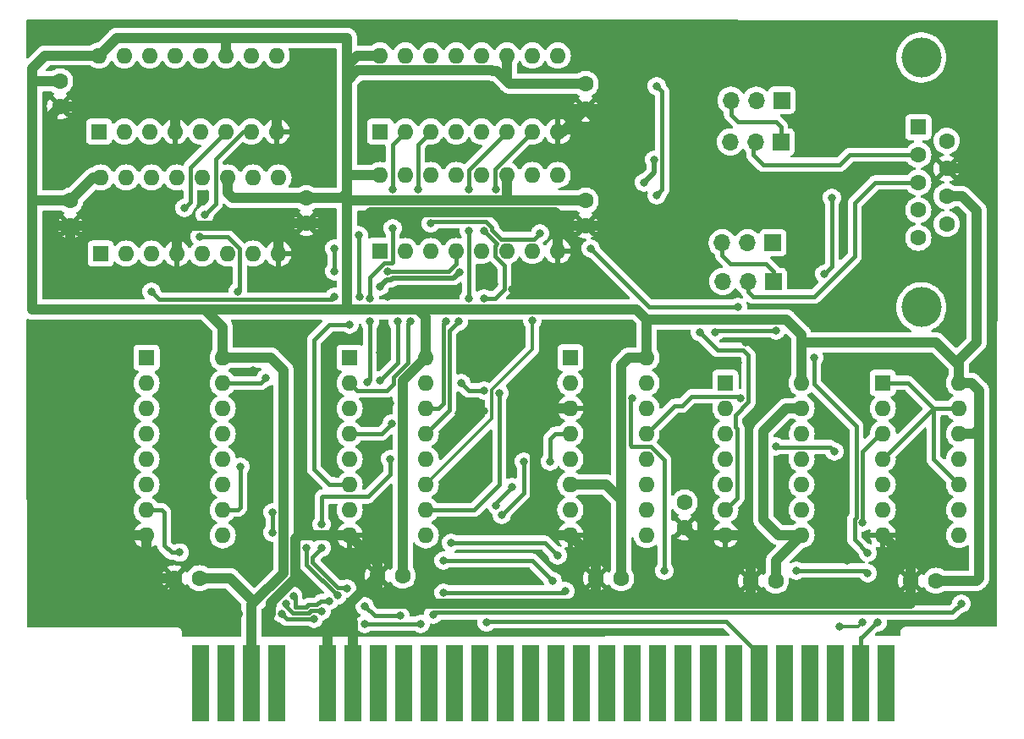
<source format=gbr>
%TF.GenerationSoftware,KiCad,Pcbnew,6.0.2+dfsg-1*%
%TF.CreationDate,2022-12-17T17:05:09+00:00*%
%TF.ProjectId,Mouse,4d6f7573-652e-46b6-9963-61645f706362,rev?*%
%TF.SameCoordinates,Original*%
%TF.FileFunction,Copper,L2,Bot*%
%TF.FilePolarity,Positive*%
%FSLAX46Y46*%
G04 Gerber Fmt 4.6, Leading zero omitted, Abs format (unit mm)*
G04 Created by KiCad (PCBNEW 6.0.2+dfsg-1) date 2022-12-17 17:05:09*
%MOMM*%
%LPD*%
G01*
G04 APERTURE LIST*
%TA.AperFunction,ComponentPad*%
%ADD10C,1.600000*%
%TD*%
%TA.AperFunction,ComponentPad*%
%ADD11R,1.600000X1.600000*%
%TD*%
%TA.AperFunction,ComponentPad*%
%ADD12O,1.600000X1.600000*%
%TD*%
%TA.AperFunction,ConnectorPad*%
%ADD13R,1.780000X7.620000*%
%TD*%
%TA.AperFunction,ComponentPad*%
%ADD14R,1.700000X1.700000*%
%TD*%
%TA.AperFunction,ComponentPad*%
%ADD15O,1.700000X1.700000*%
%TD*%
%TA.AperFunction,ComponentPad*%
%ADD16C,4.000000*%
%TD*%
%TA.AperFunction,ViaPad*%
%ADD17C,0.800000*%
%TD*%
%TA.AperFunction,Conductor*%
%ADD18C,1.000000*%
%TD*%
%TA.AperFunction,Conductor*%
%ADD19C,0.400000*%
%TD*%
%TA.AperFunction,Conductor*%
%ADD20C,0.500000*%
%TD*%
%TA.AperFunction,Conductor*%
%ADD21C,0.300000*%
%TD*%
G04 APERTURE END LIST*
D10*
%TO.P,C3,1*%
%TO.N,+5V*%
X137648000Y-138684000D03*
%TO.P,C3,2*%
%TO.N,GND*%
X135148000Y-138684000D03*
%TD*%
D11*
%TO.P,U7,1,P1*%
%TO.N,unconnected-(U7-Pad1)*%
X135382000Y-106172000D03*
D12*
%TO.P,U7,2,Q1*%
%TO.N,Net-(U7-Pad2)*%
X137922000Y-106172000D03*
%TO.P,U7,3,Q0*%
%TO.N,Net-(U7-Pad3)*%
X140462000Y-106172000D03*
%TO.P,U7,4,Ce*%
%TO.N,Net-(U6-Pad13)*%
X143002000Y-106172000D03*
%TO.P,U7,5,D/U*%
%TO.N,/XDir*%
X145542000Y-106172000D03*
%TO.P,U7,6,Q2*%
%TO.N,Net-(U7-Pad6)*%
X148082000Y-106172000D03*
%TO.P,U7,7,Q3*%
%TO.N,Net-(U7-Pad7)*%
X150622000Y-106172000D03*
%TO.P,U7,8,GND*%
%TO.N,GND*%
X153162000Y-106172000D03*
%TO.P,U7,9,P3*%
%TO.N,unconnected-(U7-Pad9)*%
X153162000Y-98552000D03*
%TO.P,U7,10,P2*%
%TO.N,unconnected-(U7-Pad10)*%
X150622000Y-98552000D03*
%TO.P,U7,11,Pl*%
%TO.N,+5V*%
X148082000Y-98552000D03*
%TO.P,U7,12,Tc*%
%TO.N,unconnected-(U7-Pad12)*%
X145542000Y-98552000D03*
%TO.P,U7,13,Rc*%
%TO.N,unconnected-(U7-Pad13)*%
X143002000Y-98552000D03*
%TO.P,U7,14,Cp*%
%TO.N,/XClock*%
X140462000Y-98552000D03*
%TO.P,U7,15,P0*%
%TO.N,unconnected-(U7-Pad15)*%
X137922000Y-98552000D03*
%TO.P,U7,16,VCC*%
%TO.N,+5V*%
X135382000Y-98552000D03*
%TD*%
D11*
%TO.P,U5,1,P1*%
%TO.N,unconnected-(U5-Pad1)*%
X135397000Y-94224000D03*
D12*
%TO.P,U5,2,Q1*%
%TO.N,Net-(U5-Pad2)*%
X137937000Y-94224000D03*
%TO.P,U5,3,Q0*%
%TO.N,Net-(U5-Pad3)*%
X140477000Y-94224000D03*
%TO.P,U5,4,Ce*%
%TO.N,Net-(U4-Pad13)*%
X143017000Y-94224000D03*
%TO.P,U5,5,D/U*%
%TO.N,/YDir*%
X145557000Y-94224000D03*
%TO.P,U5,6,Q2*%
%TO.N,Net-(U5-Pad6)*%
X148097000Y-94224000D03*
%TO.P,U5,7,Q3*%
%TO.N,Net-(U5-Pad7)*%
X150637000Y-94224000D03*
%TO.P,U5,8,GND*%
%TO.N,GND*%
X153177000Y-94224000D03*
%TO.P,U5,9,P3*%
%TO.N,unconnected-(U5-Pad9)*%
X153177000Y-86604000D03*
%TO.P,U5,10,P2*%
%TO.N,unconnected-(U5-Pad10)*%
X150637000Y-86604000D03*
%TO.P,U5,11,Pl*%
%TO.N,+5V*%
X148097000Y-86604000D03*
%TO.P,U5,12,Tc*%
%TO.N,unconnected-(U5-Pad12)*%
X145557000Y-86604000D03*
%TO.P,U5,13,Rc*%
%TO.N,unconnected-(U5-Pad13)*%
X143017000Y-86604000D03*
%TO.P,U5,14,Cp*%
%TO.N,/YClock*%
X140477000Y-86604000D03*
%TO.P,U5,15,P0*%
%TO.N,unconnected-(U5-Pad15)*%
X137937000Y-86604000D03*
%TO.P,U5,16,VCC*%
%TO.N,+5V*%
X135397000Y-86604000D03*
%TD*%
D13*
%TO.P,J6,B1,A14*%
%TO.N,unconnected-(J6-PadB1)*%
X117464000Y-149466500D03*
%TO.P,J6,B2,A12*%
%TO.N,unconnected-(J6-PadB2)*%
X120004000Y-149466500D03*
%TO.P,J6,B3,+5V*%
%TO.N,+5V*%
X122544000Y-149466500D03*
%TO.P,J6,B4,+9V*%
%TO.N,unconnected-(J6-PadB4)*%
X125084000Y-149466500D03*
%TO.P,J6,B6,0v*%
%TO.N,GND*%
X130164000Y-149466500D03*
%TO.P,J6,B7,0v*%
X132704000Y-149466500D03*
%TO.P,J6,B8,Clk*%
%TO.N,unconnected-(J6-PadB8)*%
X135244000Y-149466500D03*
%TO.P,J6,B9,A0*%
%TO.N,unconnected-(J6-PadB9)*%
X137784000Y-149466500D03*
%TO.P,J6,B10,A1*%
%TO.N,unconnected-(J6-PadB10)*%
X140324000Y-149466500D03*
%TO.P,J6,B11,A2*%
%TO.N,unconnected-(J6-PadB11)*%
X142864000Y-149466500D03*
%TO.P,J6,B12,A3*%
%TO.N,unconnected-(J6-PadB12)*%
X145404000Y-149466500D03*
%TO.P,J6,B13,~{IORQGE}*%
%TO.N,unconnected-(J6-PadB13)*%
X147944000Y-149466500D03*
%TO.P,J6,B14,0v*%
%TO.N,unconnected-(J6-PadB14)*%
X150484000Y-149466500D03*
%TO.P,J6,B15,NC7*%
%TO.N,unconnected-(J6-PadB15)*%
X153024000Y-149466500D03*
%TO.P,J6,B16,NC6*%
%TO.N,unconnected-(J6-PadB16)*%
X155564000Y-149466500D03*
%TO.P,J6,B17,NC5*%
%TO.N,unconnected-(J6-PadB17)*%
X158104000Y-149466500D03*
%TO.P,J6,B18,NC3*%
%TO.N,unconnected-(J6-PadB18)*%
X160644000Y-149466500D03*
%TO.P,J6,B19,~{BUSRQ}*%
%TO.N,unconnected-(J6-PadB19)*%
X163184000Y-149466500D03*
%TO.P,J6,B20,~{RESET}*%
%TO.N,unconnected-(J6-PadB20)*%
X165724000Y-149466500D03*
%TO.P,J6,B21,A7*%
%TO.N,unconnected-(J6-PadB21)*%
X168264000Y-149466500D03*
%TO.P,J6,B22,A6*%
%TO.N,unconnected-(J6-PadB22)*%
X170804000Y-149466500D03*
%TO.P,J6,B23,A5*%
%TO.N,Net-(J6-PadB23)*%
X173344000Y-149466500D03*
%TO.P,J6,B24,A4*%
%TO.N,unconnected-(J6-PadB24)*%
X175884000Y-149466500D03*
%TO.P,J6,B25,~{ROMCS}*%
%TO.N,unconnected-(J6-PadB25)*%
X178424000Y-149466500D03*
%TO.P,J6,B26,~{BUSAK}*%
%TO.N,unconnected-(J6-PadB26)*%
X180964000Y-149466500D03*
%TO.P,J6,B27,A9*%
%TO.N,Net-(J6-PadB27)*%
X183504000Y-149466500D03*
%TO.P,J6,B28,A11*%
%TO.N,unconnected-(J6-PadB28)*%
X186044000Y-149466500D03*
%TD*%
D14*
%TO.P,J3,1,Pin_1*%
%TO.N,Net-(J2-Pad3)*%
X175514000Y-95250000D03*
D15*
%TO.P,J3,2,Pin_2*%
%TO.N,/X1*%
X172974000Y-95250000D03*
%TO.P,J3,3,Pin_3*%
%TO.N,/XDir*%
X170434000Y-95250000D03*
%TD*%
D10*
%TO.P,C1,1*%
%TO.N,Net-(C1-Pad1)*%
X174986000Y-139192000D03*
%TO.P,C1,2*%
%TO.N,GND*%
X172486000Y-139192000D03*
%TD*%
D16*
%TO.P,J1,0*%
%TO.N,N/C*%
X189537669Y-86804000D03*
X189537669Y-111804000D03*
D11*
%TO.P,J1,1,1*%
%TO.N,/MB*%
X189237669Y-93764000D03*
D10*
%TO.P,J1,2,2*%
%TO.N,/X1*%
X189237669Y-96534000D03*
%TO.P,J1,3,3*%
%TO.N,/Y1*%
X189237669Y-99304000D03*
%TO.P,J1,4,4*%
%TO.N,/X2*%
X189237669Y-102074000D03*
%TO.P,J1,5,5*%
%TO.N,/Y2*%
X189237669Y-104844000D03*
%TO.P,J1,6,6*%
%TO.N,/RB*%
X192077669Y-95149000D03*
%TO.P,J1,7,7*%
%TO.N,GND*%
X192077669Y-97919000D03*
%TO.P,J1,8,8*%
%TO.N,+5V*%
X192077669Y-100689000D03*
%TO.P,J1,9,9*%
%TO.N,/LB*%
X192077669Y-103459000D03*
%TD*%
D14*
%TO.P,J2,1,Pin_1*%
%TO.N,/XDir*%
X175589000Y-91075000D03*
D15*
%TO.P,J2,2,Pin_2*%
%TO.N,/X2*%
X173049000Y-91075000D03*
%TO.P,J2,3,Pin_3*%
%TO.N,Net-(J2-Pad3)*%
X170509000Y-91075000D03*
%TD*%
D11*
%TO.P,U1,1*%
%TO.N,Net-(U1-Pad1)*%
X185684000Y-119375000D03*
D12*
%TO.P,U1,2*%
%TO.N,/RB*%
X185684000Y-121915000D03*
%TO.P,U1,3*%
%TO.N,/D0*%
X185684000Y-124455000D03*
%TO.P,U1,4*%
%TO.N,Net-(U1-Pad1)*%
X185684000Y-126995000D03*
%TO.P,U1,5*%
%TO.N,/LB*%
X185684000Y-129535000D03*
%TO.P,U1,6*%
%TO.N,/D1*%
X185684000Y-132075000D03*
%TO.P,U1,7,GND*%
%TO.N,GND*%
X185684000Y-134615000D03*
%TO.P,U1,8*%
%TO.N,/D2*%
X193304000Y-134615000D03*
%TO.P,U1,9*%
%TO.N,/MB*%
X193304000Y-132075000D03*
%TO.P,U1,10*%
%TO.N,Net-(U1-Pad1)*%
X193304000Y-129535000D03*
%TO.P,U1,11*%
%TO.N,/D3*%
X193304000Y-126995000D03*
%TO.P,U1,12*%
%TO.N,+5V*%
X193304000Y-124455000D03*
%TO.P,U1,13*%
%TO.N,Net-(U1-Pad1)*%
X193304000Y-121915000D03*
%TO.P,U1,14,VCC*%
%TO.N,+5V*%
X193304000Y-119375000D03*
%TD*%
D14*
%TO.P,J5,1,Pin_1*%
%TO.N,Net-(J4-Pad3)*%
X174702000Y-105345000D03*
D15*
%TO.P,J5,2,Pin_2*%
%TO.N,/Y2*%
X172162000Y-105345000D03*
%TO.P,J5,3,Pin_3*%
%TO.N,/YDir*%
X169622000Y-105345000D03*
%TD*%
D10*
%TO.P,C4,1*%
%TO.N,GND*%
X157012000Y-138938000D03*
%TO.P,C4,2*%
%TO.N,+5V*%
X159512000Y-138938000D03*
%TD*%
%TO.P,C7,1*%
%TO.N,GND*%
X155956000Y-103612000D03*
%TO.P,C7,2*%
%TO.N,+5V*%
X155956000Y-101112000D03*
%TD*%
D11*
%TO.P,U8,1,S*%
%TO.N,Net-(J6-PadU27)*%
X132344000Y-116855000D03*
D12*
%TO.P,U8,2,I0a*%
%TO.N,Net-(U7-Pad3)*%
X132344000Y-119395000D03*
%TO.P,U8,3,I1a*%
%TO.N,Net-(U5-Pad3)*%
X132344000Y-121935000D03*
%TO.P,U8,4,Za*%
%TO.N,/D4*%
X132344000Y-124475000D03*
%TO.P,U8,5,I0b*%
%TO.N,Net-(U7-Pad2)*%
X132344000Y-127015000D03*
%TO.P,U8,6,I1b*%
%TO.N,Net-(U5-Pad2)*%
X132344000Y-129555000D03*
%TO.P,U8,7,Zb*%
%TO.N,/D5*%
X132344000Y-132095000D03*
%TO.P,U8,8,GND*%
%TO.N,GND*%
X132344000Y-134635000D03*
%TO.P,U8,9,Zd*%
%TO.N,/D7*%
X139964000Y-134635000D03*
%TO.P,U8,10,I1d*%
%TO.N,Net-(U5-Pad7)*%
X139964000Y-132095000D03*
%TO.P,U8,11,I0d*%
%TO.N,Net-(U7-Pad7)*%
X139964000Y-129555000D03*
%TO.P,U8,12,Zc*%
%TO.N,/D6*%
X139964000Y-127015000D03*
%TO.P,U8,13,I1c*%
%TO.N,Net-(U5-Pad6)*%
X139964000Y-124475000D03*
%TO.P,U8,14,I0c*%
%TO.N,Net-(U7-Pad6)*%
X139964000Y-121935000D03*
%TO.P,U8,15,OE*%
%TO.N,Net-(U3-Pad15)*%
X139964000Y-119395000D03*
%TO.P,U8,16,VCC*%
%TO.N,+5V*%
X139964000Y-116855000D03*
%TD*%
D11*
%TO.P,U9,1,A0*%
%TO.N,Net-(J6-PadU26)*%
X154432000Y-116840000D03*
D12*
%TO.P,U9,2,A1*%
%TO.N,Net-(J6-PadB27)*%
X154432000Y-119380000D03*
%TO.P,U9,3,A2*%
%TO.N,GND*%
X154432000Y-121920000D03*
%TO.P,U9,4,E1*%
%TO.N,Net-(J6-PadU17)*%
X154432000Y-124460000D03*
%TO.P,U9,5,E2*%
%TO.N,Net-(J6-PadB23)*%
X154432000Y-127000000D03*
%TO.P,U9,6,E3*%
%TO.N,+5V*%
X154432000Y-129540000D03*
%TO.P,U9,7,O7*%
%TO.N,unconnected-(U9-Pad7)*%
X154432000Y-132080000D03*
%TO.P,U9,8,GND*%
%TO.N,GND*%
X154432000Y-134620000D03*
%TO.P,U9,9,O6*%
%TO.N,unconnected-(U9-Pad9)*%
X162052000Y-134620000D03*
%TO.P,U9,10,O5*%
%TO.N,unconnected-(U9-Pad10)*%
X162052000Y-132080000D03*
%TO.P,U9,11,O4*%
%TO.N,unconnected-(U9-Pad11)*%
X162052000Y-129540000D03*
%TO.P,U9,12,O3*%
%TO.N,Net-(U3-Pad15)*%
X162052000Y-127000000D03*
%TO.P,U9,13,O2*%
%TO.N,Net-(U1-Pad1)*%
X162052000Y-124460000D03*
%TO.P,U9,14,O1*%
%TO.N,unconnected-(U9-Pad14)*%
X162052000Y-121920000D03*
%TO.P,U9,15,O0*%
%TO.N,unconnected-(U9-Pad15)*%
X162052000Y-119380000D03*
%TO.P,U9,16,VCC*%
%TO.N,+5V*%
X162052000Y-116840000D03*
%TD*%
D11*
%TO.P,U2,1*%
%TO.N,Net-(J4-Pad3)*%
X169936000Y-119375000D03*
D12*
%TO.P,U2,2*%
X169936000Y-121915000D03*
%TO.P,U2,3*%
%TO.N,Net-(C2-Pad1)*%
X169936000Y-124455000D03*
%TO.P,U2,4*%
%TO.N,Net-(J4-Pad3)*%
X169936000Y-126995000D03*
%TO.P,U2,5*%
%TO.N,Net-(C2-Pad1)*%
X169936000Y-129535000D03*
%TO.P,U2,6*%
%TO.N,/YClock*%
X169936000Y-132075000D03*
%TO.P,U2,7,GND*%
%TO.N,GND*%
X169936000Y-134615000D03*
%TO.P,U2,8*%
%TO.N,Net-(C1-Pad1)*%
X177556000Y-134615000D03*
%TO.P,U2,9*%
%TO.N,Net-(J2-Pad3)*%
X177556000Y-132075000D03*
%TO.P,U2,10*%
X177556000Y-129535000D03*
%TO.P,U2,11*%
%TO.N,/XClock*%
X177556000Y-126995000D03*
%TO.P,U2,12*%
%TO.N,Net-(J2-Pad3)*%
X177556000Y-124455000D03*
%TO.P,U2,13*%
%TO.N,Net-(C1-Pad1)*%
X177556000Y-121915000D03*
%TO.P,U2,14,VCC*%
%TO.N,+5V*%
X177556000Y-119375000D03*
%TD*%
D10*
%TO.P,C8,1*%
%TO.N,GND*%
X128016000Y-103378000D03*
%TO.P,C8,2*%
%TO.N,+5V*%
X128016000Y-100878000D03*
%TD*%
%TO.P,C2,1*%
%TO.N,Net-(C2-Pad1)*%
X165862000Y-131338000D03*
%TO.P,C2,2*%
%TO.N,GND*%
X165862000Y-133838000D03*
%TD*%
D11*
%TO.P,U3,1,S*%
%TO.N,Net-(J6-PadU27)*%
X112024000Y-116855000D03*
D12*
%TO.P,U3,2,I0a*%
%TO.N,Net-(U3-Pad2)*%
X112024000Y-119395000D03*
%TO.P,U3,3,I1a*%
%TO.N,Net-(U3-Pad3)*%
X112024000Y-121935000D03*
%TO.P,U3,4,Za*%
%TO.N,/D0*%
X112024000Y-124475000D03*
%TO.P,U3,5,I0b*%
%TO.N,Net-(U3-Pad5)*%
X112024000Y-127015000D03*
%TO.P,U3,6,I1b*%
%TO.N,Net-(U3-Pad6)*%
X112024000Y-129555000D03*
%TO.P,U3,7,Zb*%
%TO.N,/D1*%
X112024000Y-132095000D03*
%TO.P,U3,8,GND*%
%TO.N,GND*%
X112024000Y-134635000D03*
%TO.P,U3,9,Zd*%
%TO.N,/D3*%
X119644000Y-134635000D03*
%TO.P,U3,10,I1d*%
%TO.N,Net-(U3-Pad10)*%
X119644000Y-132095000D03*
%TO.P,U3,11,I0d*%
%TO.N,Net-(U3-Pad11)*%
X119644000Y-129555000D03*
%TO.P,U3,12,Zc*%
%TO.N,/D2*%
X119644000Y-127015000D03*
%TO.P,U3,13,I1c*%
%TO.N,Net-(U3-Pad13)*%
X119644000Y-124475000D03*
%TO.P,U3,14,I0c*%
%TO.N,Net-(U3-Pad14)*%
X119644000Y-121935000D03*
%TO.P,U3,15,OE*%
%TO.N,Net-(U3-Pad15)*%
X119644000Y-119395000D03*
%TO.P,U3,16,VCC*%
%TO.N,+5V*%
X119644000Y-116855000D03*
%TD*%
D11*
%TO.P,U4,1,P1*%
%TO.N,unconnected-(U4-Pad1)*%
X107272000Y-94208000D03*
D12*
%TO.P,U4,2,Q1*%
%TO.N,Net-(U3-Pad6)*%
X109812000Y-94208000D03*
%TO.P,U4,3,Q0*%
%TO.N,Net-(U3-Pad3)*%
X112352000Y-94208000D03*
%TO.P,U4,4,Ce*%
%TO.N,GND*%
X114892000Y-94208000D03*
%TO.P,U4,5,D/U*%
%TO.N,/YDir*%
X117432000Y-94208000D03*
%TO.P,U4,6,Q2*%
%TO.N,Net-(U3-Pad13)*%
X119972000Y-94208000D03*
%TO.P,U4,7,Q3*%
%TO.N,Net-(U3-Pad10)*%
X122512000Y-94208000D03*
%TO.P,U4,8,GND*%
%TO.N,GND*%
X125052000Y-94208000D03*
%TO.P,U4,9,P3*%
%TO.N,unconnected-(U4-Pad9)*%
X125052000Y-86588000D03*
%TO.P,U4,10,P2*%
%TO.N,unconnected-(U4-Pad10)*%
X122512000Y-86588000D03*
%TO.P,U4,11,Pl*%
%TO.N,+5V*%
X119972000Y-86588000D03*
%TO.P,U4,12,Tc*%
%TO.N,unconnected-(U4-Pad12)*%
X117432000Y-86588000D03*
%TO.P,U4,13,Rc*%
%TO.N,Net-(U4-Pad13)*%
X114892000Y-86588000D03*
%TO.P,U4,14,Cp*%
%TO.N,/YClock*%
X112352000Y-86588000D03*
%TO.P,U4,15,P0*%
%TO.N,unconnected-(U4-Pad15)*%
X109812000Y-86588000D03*
%TO.P,U4,16,VCC*%
%TO.N,+5V*%
X107272000Y-86588000D03*
%TD*%
D10*
%TO.P,C9,1*%
%TO.N,GND*%
X155956000Y-91928000D03*
%TO.P,C9,2*%
%TO.N,+5V*%
X155956000Y-89428000D03*
%TD*%
D11*
%TO.P,U6,1,P1*%
%TO.N,unconnected-(U6-Pad1)*%
X107447000Y-106433000D03*
D12*
%TO.P,U6,2,Q1*%
%TO.N,Net-(U3-Pad5)*%
X109987000Y-106433000D03*
%TO.P,U6,3,Q0*%
%TO.N,Net-(U3-Pad2)*%
X112527000Y-106433000D03*
%TO.P,U6,4,Ce*%
%TO.N,GND*%
X115067000Y-106433000D03*
%TO.P,U6,5,D/U*%
%TO.N,/XDir*%
X117607000Y-106433000D03*
%TO.P,U6,6,Q2*%
%TO.N,Net-(U3-Pad14)*%
X120147000Y-106433000D03*
%TO.P,U6,7,Q3*%
%TO.N,Net-(U3-Pad11)*%
X122687000Y-106433000D03*
%TO.P,U6,8,GND*%
%TO.N,GND*%
X125227000Y-106433000D03*
%TO.P,U6,9,P3*%
%TO.N,unconnected-(U6-Pad9)*%
X125227000Y-98813000D03*
%TO.P,U6,10,P2*%
%TO.N,unconnected-(U6-Pad10)*%
X122687000Y-98813000D03*
%TO.P,U6,11,Pl*%
%TO.N,+5V*%
X120147000Y-98813000D03*
%TO.P,U6,12,Tc*%
%TO.N,unconnected-(U6-Pad12)*%
X117607000Y-98813000D03*
%TO.P,U6,13,Rc*%
%TO.N,Net-(U6-Pad13)*%
X115067000Y-98813000D03*
%TO.P,U6,14,Cp*%
%TO.N,/XClock*%
X112527000Y-98813000D03*
%TO.P,U6,15,P0*%
%TO.N,unconnected-(U6-Pad15)*%
X109987000Y-98813000D03*
%TO.P,U6,16,VCC*%
%TO.N,+5V*%
X107447000Y-98813000D03*
%TD*%
D10*
%TO.P,C10,1*%
%TO.N,GND*%
X104394000Y-103612000D03*
%TO.P,C10,2*%
%TO.N,+5V*%
X104394000Y-101112000D03*
%TD*%
%TO.P,C5,1*%
%TO.N,+5V*%
X191008000Y-139192000D03*
%TO.P,C5,2*%
%TO.N,GND*%
X188508000Y-139192000D03*
%TD*%
%TO.P,C11,1*%
%TO.N,GND*%
X103378000Y-91674000D03*
%TO.P,C11,2*%
%TO.N,+5V*%
X103378000Y-89174000D03*
%TD*%
%TO.P,C6,1*%
%TO.N,GND*%
X114828000Y-138938000D03*
%TO.P,C6,2*%
%TO.N,+5V*%
X117328000Y-138938000D03*
%TD*%
D14*
%TO.P,J4,1,Pin_1*%
%TO.N,/YDir*%
X174752000Y-109220000D03*
D15*
%TO.P,J4,2,Pin_2*%
%TO.N,/Y1*%
X172212000Y-109220000D03*
%TO.P,J4,3,Pin_3*%
%TO.N,Net-(J4-Pad3)*%
X169672000Y-109220000D03*
%TD*%
D17*
%TO.N,GND*%
X134366000Y-128016000D03*
X150114000Y-138938000D03*
X118110000Y-114300000D03*
X165608000Y-118364000D03*
X102362000Y-102870000D03*
X146812000Y-109474000D03*
X143256000Y-122428000D03*
X109728000Y-96774000D03*
X175260000Y-118618000D03*
X182118000Y-137160000D03*
X134112000Y-125730000D03*
X171196000Y-117348000D03*
X130048000Y-103378000D03*
X187706000Y-127508000D03*
X148844000Y-125476000D03*
X190500000Y-133096000D03*
X156972000Y-97536000D03*
X134112000Y-123190000D03*
X135636000Y-131318000D03*
X128270000Y-139700000D03*
X144780000Y-116078000D03*
X180340000Y-131064000D03*
X144526000Y-130048000D03*
X146050000Y-126238000D03*
X102616000Y-99314000D03*
X181102000Y-123444000D03*
X104394000Y-84074000D03*
X187960000Y-116840000D03*
X167894000Y-99568000D03*
X138684000Y-104140000D03*
X142494000Y-130048000D03*
X130048000Y-124714000D03*
X115062000Y-124460000D03*
X141732000Y-97282000D03*
X130556000Y-137668000D03*
X140208000Y-138684000D03*
X145034000Y-138684000D03*
X175260000Y-130302000D03*
X141732000Y-95250000D03*
X122682000Y-118110000D03*
X109982000Y-101600000D03*
X145338480Y-102311520D03*
X127508000Y-121412000D03*
X142240000Y-125476000D03*
X180594000Y-139700000D03*
X135382000Y-104394000D03*
X122936000Y-136398000D03*
X145796000Y-122174000D03*
X119634000Y-109474000D03*
X192024000Y-123190000D03*
X142544480Y-102311520D03*
X171958000Y-115316000D03*
X150164480Y-102311520D03*
X133604000Y-91440000D03*
X178562000Y-104648000D03*
X136398000Y-121412000D03*
X136144000Y-110744000D03*
X130302000Y-116332000D03*
X147574000Y-115570000D03*
X128509000Y-134635000D03*
X176022000Y-123952000D03*
X190754000Y-107950000D03*
X125984000Y-114808000D03*
X182880000Y-110744000D03*
X124460000Y-142494000D03*
X117856000Y-133858000D03*
X133604000Y-103124000D03*
X113030000Y-108458000D03*
X180340000Y-92456000D03*
X121158000Y-142494000D03*
X135382000Y-116332000D03*
X182118000Y-117348000D03*
X153924000Y-109220000D03*
X136956480Y-102311520D03*
X183134000Y-141478000D03*
X104394000Y-110236000D03*
X193040000Y-108712000D03*
X130556000Y-91694000D03*
X138430000Y-109982000D03*
X187452000Y-123444000D03*
X168148000Y-139700000D03*
X141986000Y-109982000D03*
X148590000Y-109982000D03*
X104648000Y-113792000D03*
X165354000Y-105918000D03*
%TO.N,/XDir*%
X135382000Y-109728000D03*
X162814000Y-97028000D03*
X143313332Y-108261332D03*
X161798000Y-99314000D03*
%TO.N,Net-(J2-Pad3)*%
X179832000Y-108458000D03*
X180594000Y-100838000D03*
%TO.N,Net-(J6-PadB23)*%
X147008668Y-131629332D03*
X148590000Y-129794000D03*
X146050000Y-143377000D03*
%TO.N,Net-(J6-PadB27)*%
X185166000Y-143377000D03*
X168872500Y-114300000D03*
X178816000Y-116840000D03*
X175006000Y-114129500D03*
X184187500Y-136398000D03*
%TO.N,/D0*%
X152654000Y-139192000D03*
X141732000Y-137160000D03*
X128778000Y-143002000D03*
X183642000Y-133350000D03*
X125559500Y-142494000D03*
%TO.N,/D1*%
X153924000Y-140208000D03*
X125984000Y-141478000D03*
X115353500Y-136360500D03*
X129540000Y-142240000D03*
X141732000Y-140378500D03*
%TO.N,/D2*%
X130302000Y-141224000D03*
X126708441Y-140708354D03*
X193548000Y-141478000D03*
X140716000Y-142577500D03*
%TO.N,/D6*%
X133858000Y-141732000D03*
X136398000Y-127000000D03*
X137414000Y-142710500D03*
X132080000Y-139954000D03*
X129540000Y-133535500D03*
X129540000Y-135890000D03*
%TO.N,/D5*%
X124630500Y-134366000D03*
X139446000Y-143510000D03*
X133858000Y-143510000D03*
X128029020Y-135890000D03*
X131133636Y-140669576D03*
X124630500Y-132334000D03*
%TO.N,/D3*%
X153162000Y-136652000D03*
X142494000Y-135382000D03*
%TO.N,/D4*%
X136548500Y-123444000D03*
%TO.N,Net-(J6-PadU17)*%
X149776500Y-127254000D03*
X147574000Y-132588000D03*
X152400000Y-127254000D03*
%TO.N,Net-(J6-PadU26)*%
X183642000Y-143377000D03*
X160611500Y-120904000D03*
X181356000Y-143764000D03*
X184187500Y-138430000D03*
X163830000Y-138176000D03*
X177038000Y-138176000D03*
%TO.N,Net-(J6-PadU27)*%
X112522000Y-110236000D03*
X130810000Y-110744000D03*
%TO.N,Net-(U1-Pad1)*%
X171450000Y-120904000D03*
X175006000Y-125730000D03*
X180848000Y-126238000D03*
%TO.N,/XClock*%
X156464000Y-105918000D03*
X171196000Y-111760000D03*
X140462000Y-103411020D03*
X151384000Y-104394000D03*
%TO.N,/YClock*%
X167386000Y-114300000D03*
X163068000Y-89662000D03*
X163068000Y-100584000D03*
%TO.N,Net-(U5-Pad2)*%
X136652000Y-100012500D03*
X133271594Y-104582008D03*
X133350000Y-110744000D03*
X132334000Y-113538000D03*
%TO.N,Net-(U5-Pad3)*%
X139192000Y-100012500D03*
X134366000Y-113246500D03*
X136652000Y-103886000D03*
X134112000Y-119342500D03*
X134366000Y-110914500D03*
%TO.N,Net-(U5-Pad6)*%
X144272000Y-104140000D03*
X144272000Y-110914500D03*
X143256000Y-113246500D03*
X144272000Y-100012500D03*
%TO.N,Net-(U5-Pad7)*%
X145796000Y-104140000D03*
X146982500Y-100012500D03*
X147320000Y-120396000D03*
X145796000Y-110914500D03*
%TO.N,Net-(U3-Pad10)*%
X117856000Y-102512500D03*
X117348000Y-104711500D03*
X121412000Y-127762000D03*
X121158000Y-110236000D03*
%TO.N,Net-(U3-Pad13)*%
X115824000Y-101854000D03*
%TO.N,Net-(U6-Pad13)*%
X136144000Y-108204000D03*
X130810000Y-105918000D03*
X130810000Y-108204000D03*
%TO.N,Net-(U7-Pad2)*%
X135382000Y-119126000D03*
X137160000Y-113246500D03*
%TO.N,Net-(U7-Pad3)*%
X138430000Y-113246500D03*
%TO.N,Net-(U7-Pad6)*%
X141986000Y-113246500D03*
%TO.N,Net-(U7-Pad7)*%
X150622000Y-113113500D03*
%TO.N,Net-(U3-Pad15)*%
X143510000Y-119380000D03*
X123952000Y-118872000D03*
X145796000Y-120142000D03*
%TD*%
D18*
%TO.N,Net-(C1-Pad1)*%
X174986000Y-139192000D02*
X174986000Y-137185000D01*
X173736000Y-124206000D02*
X176027000Y-121915000D01*
X173736000Y-133096000D02*
X173736000Y-124206000D01*
X174986000Y-137185000D02*
X177556000Y-134615000D01*
X177556000Y-134615000D02*
X175255000Y-134615000D01*
X175255000Y-134615000D02*
X173736000Y-133096000D01*
X176027000Y-121915000D02*
X177556000Y-121915000D01*
%TO.N,GND*%
X158770000Y-103612000D02*
X159258000Y-103124000D01*
X195072000Y-97282000D02*
X194435000Y-97919000D01*
X104648000Y-134112000D02*
X104648000Y-113792000D01*
X115042000Y-91674000D02*
X123932000Y-91674000D01*
X132704000Y-143372000D02*
X131582000Y-142250000D01*
X104394000Y-110236000D02*
X104394000Y-103612000D01*
X114808000Y-139954000D02*
X114808000Y-138958000D01*
X159258000Y-103124000D02*
X159258000Y-95230000D01*
X188508000Y-139192000D02*
X188508000Y-137439000D01*
X153162000Y-104648000D02*
X154198000Y-103612000D01*
X125052000Y-92794000D02*
X125052000Y-94208000D01*
X127239000Y-134635000D02*
X128509000Y-134635000D01*
X126929520Y-134944480D02*
X127239000Y-134635000D01*
X103378000Y-91674000D02*
X115042000Y-91674000D01*
X187960000Y-90678000D02*
X193802000Y-90678000D01*
X112024000Y-137932000D02*
X112024000Y-134635000D01*
X172486000Y-141458000D02*
X172486000Y-139192000D01*
X152908000Y-134620000D02*
X150876000Y-132588000D01*
X154198000Y-103612000D02*
X155956000Y-103612000D01*
X195072000Y-91948000D02*
X195072000Y-97282000D01*
X134092000Y-91928000D02*
X155956000Y-91928000D01*
X114026000Y-103612000D02*
X115067000Y-104653000D01*
X123932000Y-91674000D02*
X130536000Y-91674000D01*
X194435000Y-97919000D02*
X192077669Y-97919000D01*
X172486000Y-139192000D02*
X172486000Y-135656000D01*
X154432000Y-134620000D02*
X152908000Y-134620000D01*
X112024000Y-134635000D02*
X105171000Y-134635000D01*
X155956000Y-91928000D02*
X158516000Y-91928000D01*
X157012000Y-138938000D02*
X157012000Y-137200000D01*
X124460000Y-142494000D02*
X124460000Y-141396378D01*
X104394000Y-103612000D02*
X103104000Y-103612000D01*
X170200000Y-141478000D02*
X172466000Y-141478000D01*
X182626000Y-85344000D02*
X187960000Y-90678000D01*
X130536000Y-91674000D02*
X130556000Y-91694000D01*
X136956480Y-102311520D02*
X142544480Y-102311520D01*
X183134000Y-141478000D02*
X188468000Y-141478000D01*
X193802000Y-90678000D02*
X195072000Y-91948000D01*
X114892000Y-91824000D02*
X115042000Y-91674000D01*
X155194000Y-141478000D02*
X157012000Y-141478000D01*
X128016000Y-103378000D02*
X130048000Y-103378000D01*
X123932000Y-91674000D02*
X125052000Y-92794000D01*
X188508000Y-137439000D02*
X185684000Y-134615000D01*
X115067000Y-104653000D02*
X115067000Y-106433000D01*
X166639000Y-134615000D02*
X165862000Y-133838000D01*
X104394000Y-103612000D02*
X114026000Y-103612000D01*
X102616000Y-92436000D02*
X103378000Y-91674000D01*
X188468000Y-141478000D02*
X188508000Y-141438000D01*
X150876000Y-132588000D02*
X150876000Y-123444000D01*
X170200000Y-141478000D02*
X183134000Y-141478000D01*
X172466000Y-141478000D02*
X172486000Y-141458000D01*
X121158000Y-142494000D02*
X117348000Y-142494000D01*
X165100000Y-85344000D02*
X182626000Y-85344000D01*
X142544480Y-102311520D02*
X145338480Y-102311520D01*
X152897520Y-102311520D02*
X154198000Y-103612000D01*
X130164000Y-143668000D02*
X131582000Y-142250000D01*
X153177000Y-94224000D02*
X153660000Y-94224000D01*
X158516000Y-91928000D02*
X165100000Y-85344000D01*
X134416480Y-102311520D02*
X136956480Y-102311520D01*
X128509000Y-134635000D02*
X132344000Y-134635000D01*
X171445000Y-134615000D02*
X169936000Y-134615000D01*
X153162000Y-106172000D02*
X153162000Y-104648000D01*
X124460000Y-141396378D02*
X126929520Y-138926858D01*
X114808000Y-138958000D02*
X114828000Y-138938000D01*
X103104000Y-103612000D02*
X102362000Y-102870000D01*
X105171000Y-134635000D02*
X104648000Y-134112000D01*
X152400000Y-121920000D02*
X154432000Y-121920000D01*
X135148000Y-137439000D02*
X132344000Y-134635000D01*
X132704000Y-149466500D02*
X132704000Y-143372000D01*
X114026000Y-103612000D02*
X123932000Y-103612000D01*
X123932000Y-103612000D02*
X125227000Y-104907000D01*
X135148000Y-140482000D02*
X136144000Y-141478000D01*
X114828000Y-138938000D02*
X113030000Y-138938000D01*
X169936000Y-134615000D02*
X166639000Y-134615000D01*
X136144000Y-141478000D02*
X155194000Y-141478000D01*
X155194000Y-141478000D02*
X170200000Y-141478000D01*
X131582000Y-142250000D02*
X135148000Y-138684000D01*
X172486000Y-135656000D02*
X171445000Y-134615000D01*
X150164480Y-102311520D02*
X152897520Y-102311520D01*
X113030000Y-138938000D02*
X112024000Y-137932000D01*
X150876000Y-123444000D02*
X152400000Y-121920000D01*
X145338480Y-102311520D02*
X150164480Y-102311520D01*
X114892000Y-94208000D02*
X114892000Y-91824000D01*
X128016000Y-103378000D02*
X124166000Y-103378000D01*
X130164000Y-149466500D02*
X130164000Y-143668000D01*
X126929520Y-138926858D02*
X126929520Y-134944480D01*
X155956000Y-103612000D02*
X158770000Y-103612000D01*
X153660000Y-94224000D02*
X155956000Y-91928000D01*
X102616000Y-99314000D02*
X102616000Y-92436000D01*
X159258000Y-95230000D02*
X155956000Y-91928000D01*
X117348000Y-142494000D02*
X114808000Y-139954000D01*
X188508000Y-141438000D02*
X188508000Y-139192000D01*
X135148000Y-138684000D02*
X135148000Y-137439000D01*
X133604000Y-91440000D02*
X134092000Y-91928000D01*
X157012000Y-141478000D02*
X157012000Y-138938000D01*
X125227000Y-104907000D02*
X125227000Y-106433000D01*
X157012000Y-137200000D02*
X154432000Y-134620000D01*
X133604000Y-103124000D02*
X134416480Y-102311520D01*
X124166000Y-103378000D02*
X123932000Y-103612000D01*
X135148000Y-138684000D02*
X135148000Y-140482000D01*
%TO.N,+5V*%
X132080000Y-87630000D02*
X133106000Y-86604000D01*
X159512000Y-138938000D02*
X159512000Y-131064000D01*
X148082000Y-98552000D02*
X148082000Y-101092000D01*
X137648000Y-119171000D02*
X139964000Y-116855000D01*
X195072000Y-139192000D02*
X191008000Y-139192000D01*
X128016000Y-100878000D02*
X120690000Y-100878000D01*
X159512000Y-117602000D02*
X160274000Y-116840000D01*
X124460000Y-116840000D02*
X124445000Y-116855000D01*
X125730000Y-138430000D02*
X125730000Y-118110000D01*
X195326000Y-120142000D02*
X195326000Y-123952000D01*
X120690000Y-100878000D02*
X120147000Y-100335000D01*
X148097000Y-89169000D02*
X148356000Y-89428000D01*
X100818000Y-101112000D02*
X100584000Y-101346000D01*
X159512000Y-131064000D02*
X157988000Y-129540000D01*
X122544000Y-141616000D02*
X122809000Y-141351000D01*
X101880000Y-86588000D02*
X107272000Y-86588000D01*
X161036000Y-112014000D02*
X162052000Y-113030000D01*
X191018000Y-115326000D02*
X177556000Y-115326000D01*
X195072000Y-102108000D02*
X193653000Y-100689000D01*
X119972000Y-84836000D02*
X119972000Y-86588000D01*
X139192000Y-112014000D02*
X161036000Y-112014000D01*
X122809000Y-141351000D02*
X125730000Y-138430000D01*
X117856000Y-112014000D02*
X132080000Y-112014000D01*
X177556000Y-115326000D02*
X177556000Y-119375000D01*
X122544000Y-149466500D02*
X122544000Y-141616000D01*
X137648000Y-138684000D02*
X137648000Y-119171000D01*
X135382000Y-98552000D02*
X132334000Y-98552000D01*
X193304000Y-117612000D02*
X191018000Y-115326000D01*
X195326000Y-138938000D02*
X195072000Y-139192000D01*
X162052000Y-113030000D02*
X176022000Y-113030000D01*
X139192000Y-112014000D02*
X139964000Y-112786000D01*
X117856000Y-112014000D02*
X100584000Y-112014000D01*
X194823000Y-124455000D02*
X193304000Y-124455000D01*
X147066000Y-88138000D02*
X146604815Y-88138000D01*
X109024000Y-84836000D02*
X107272000Y-86588000D01*
X133106000Y-86604000D02*
X135397000Y-86604000D01*
X193304000Y-119375000D02*
X194559000Y-119375000D01*
X120147000Y-100335000D02*
X120147000Y-98813000D01*
X100604000Y-89174000D02*
X100584000Y-89154000D01*
X195326000Y-123952000D02*
X195326000Y-138938000D01*
X119644000Y-113802000D02*
X117856000Y-112014000D01*
X107447000Y-98813000D02*
X106693000Y-98813000D01*
X100584000Y-101346000D02*
X100584000Y-89154000D01*
X132080000Y-112014000D02*
X139192000Y-112014000D01*
X132334000Y-98552000D02*
X132080000Y-98298000D01*
X160274000Y-116840000D02*
X162052000Y-116840000D01*
X132080000Y-84836000D02*
X119972000Y-84836000D01*
X146604815Y-88138000D02*
X146570326Y-88103511D01*
X132080000Y-100330000D02*
X132080000Y-98298000D01*
X148082000Y-101092000D02*
X148102000Y-101112000D01*
X157988000Y-129540000D02*
X154432000Y-129540000D01*
X132080000Y-112014000D02*
X132080000Y-101092000D01*
X132080000Y-98298000D02*
X132080000Y-89154000D01*
X162052000Y-113030000D02*
X162052000Y-116840000D01*
X119888000Y-84836000D02*
X109024000Y-84836000D01*
X104394000Y-101112000D02*
X100818000Y-101112000D01*
X159512000Y-138938000D02*
X159512000Y-117602000D01*
X119644000Y-116855000D02*
X119644000Y-113802000D01*
X193653000Y-100689000D02*
X192077669Y-100689000D01*
X100584000Y-112014000D02*
X100584000Y-101346000D01*
X193304000Y-119375000D02*
X193304000Y-117612000D01*
X132080000Y-101092000D02*
X132080000Y-100330000D01*
X132080000Y-100330000D02*
X131532000Y-100878000D01*
X120396000Y-138938000D02*
X122809000Y-141351000D01*
X155956000Y-89428000D02*
X148356000Y-89428000D01*
X106693000Y-98813000D02*
X104394000Y-101112000D01*
X139964000Y-112786000D02*
X139964000Y-116855000D01*
X148097000Y-86604000D02*
X148097000Y-89169000D01*
X103378000Y-89174000D02*
X100604000Y-89174000D01*
X100584000Y-89154000D02*
X100584000Y-87884000D01*
X193304000Y-117084000D02*
X195072000Y-115316000D01*
X132080000Y-87630000D02*
X132080000Y-84836000D01*
X195326000Y-123952000D02*
X194823000Y-124455000D01*
X148102000Y-101112000D02*
X132100000Y-101112000D01*
X117328000Y-138938000D02*
X120396000Y-138938000D01*
X146570326Y-88103511D02*
X133130489Y-88103511D01*
X194559000Y-119375000D02*
X195326000Y-120142000D01*
X148356000Y-89428000D02*
X147066000Y-88138000D01*
X155956000Y-101112000D02*
X148102000Y-101112000D01*
X125730000Y-118110000D02*
X124460000Y-116840000D01*
X195072000Y-115316000D02*
X195072000Y-102108000D01*
X177556000Y-114564000D02*
X177556000Y-115326000D01*
X131532000Y-100878000D02*
X128016000Y-100878000D01*
X124445000Y-116855000D02*
X119644000Y-116855000D01*
X132080000Y-89154000D02*
X132080000Y-87630000D01*
X193304000Y-119375000D02*
X193304000Y-117084000D01*
X132100000Y-101112000D02*
X132080000Y-101092000D01*
X176022000Y-113030000D02*
X177556000Y-114564000D01*
X133130489Y-88103511D02*
X132080000Y-89154000D01*
X100584000Y-87884000D02*
X101880000Y-86588000D01*
D19*
%TO.N,/X1*%
X172720000Y-95504000D02*
X172974000Y-95250000D01*
X173736000Y-97536000D02*
X172720000Y-96520000D01*
X172720000Y-96520000D02*
X172720000Y-95504000D01*
X182358000Y-96534000D02*
X181356000Y-97536000D01*
X189237669Y-96534000D02*
X182358000Y-96534000D01*
X181356000Y-97536000D02*
X173736000Y-97536000D01*
%TO.N,/Y1*%
X178816000Y-110744000D02*
X182880000Y-106680000D01*
X182880000Y-106680000D02*
X182880000Y-101346000D01*
X182880000Y-101346000D02*
X184922000Y-99304000D01*
X172212000Y-109220000D02*
X172212000Y-110236000D01*
X184922000Y-99304000D02*
X189237669Y-99304000D01*
X172212000Y-110236000D02*
X172720000Y-110744000D01*
X172720000Y-110744000D02*
X178816000Y-110744000D01*
D20*
%TO.N,/XDir*%
X136695871Y-108853520D02*
X136495880Y-109053511D01*
X143313332Y-108261332D02*
X142721144Y-108853520D01*
X162814000Y-98298000D02*
X161798000Y-99314000D01*
X162814000Y-97028000D02*
X162814000Y-98298000D01*
X136495880Y-109053511D02*
X136056489Y-109053511D01*
X142721144Y-108853520D02*
X136695871Y-108853520D01*
X136056489Y-109053511D02*
X135382000Y-109728000D01*
D19*
%TO.N,Net-(J2-Pad3)*%
X175514000Y-93726000D02*
X175006000Y-93218000D01*
X180594000Y-100838000D02*
X180594000Y-107696000D01*
X170942000Y-92964000D02*
X170509000Y-92531000D01*
X175006000Y-93218000D02*
X171196000Y-93218000D01*
X180594000Y-107696000D02*
X179832000Y-108458000D01*
X170509000Y-92531000D02*
X170509000Y-91075000D01*
X171196000Y-93218000D02*
X170942000Y-92964000D01*
X175514000Y-95250000D02*
X175514000Y-93726000D01*
%TO.N,/YDir*%
X170434000Y-107442000D02*
X169622000Y-106630000D01*
X174752000Y-108204000D02*
X173990000Y-107442000D01*
X173990000Y-107442000D02*
X170434000Y-107442000D01*
X169622000Y-106630000D02*
X169622000Y-105345000D01*
X174752000Y-109220000D02*
X174752000Y-108204000D01*
%TO.N,Net-(J6-PadB23)*%
X173344000Y-146546500D02*
X170053500Y-143256000D01*
X147008668Y-131629332D02*
X147008668Y-131375332D01*
X170053500Y-143256000D02*
X146050000Y-143256000D01*
X146050000Y-143256000D02*
X146050000Y-143377000D01*
X173344000Y-149466500D02*
X173344000Y-146546500D01*
X147008668Y-131375332D02*
X148590000Y-129794000D01*
%TO.N,Net-(J6-PadB27)*%
X183504000Y-144918000D02*
X183642000Y-144780000D01*
X182842489Y-135052989D02*
X182842489Y-133018831D01*
X178816000Y-119494680D02*
X178816000Y-116840000D01*
X182842489Y-133018831D02*
X183042480Y-132818840D01*
X183504000Y-149466500D02*
X183504000Y-144918000D01*
X175006000Y-114129500D02*
X169043000Y-114129500D01*
X183042480Y-123721160D02*
X178816000Y-119494680D01*
X185045000Y-143377000D02*
X185166000Y-143377000D01*
X183042480Y-132818840D02*
X183042480Y-123721160D01*
X184187500Y-136398000D02*
X182842489Y-135052989D01*
X169043000Y-114129500D02*
X168872500Y-114300000D01*
X183642000Y-144780000D02*
X185045000Y-143377000D01*
%TO.N,/D0*%
X141732000Y-137160000D02*
X150622000Y-137160000D01*
X183642000Y-133350000D02*
X183642000Y-126238000D01*
X125559500Y-142494000D02*
X126067500Y-143002000D01*
X126067500Y-143002000D02*
X128778000Y-143002000D01*
X185425000Y-124455000D02*
X185684000Y-124455000D01*
X150622000Y-137160000D02*
X152654000Y-139192000D01*
X183642000Y-126238000D02*
X185425000Y-124455000D01*
%TO.N,/D1*%
X125984000Y-141478000D02*
X125984000Y-141732000D01*
X113553000Y-132095000D02*
X112024000Y-132095000D01*
X113792000Y-132334000D02*
X113553000Y-132095000D01*
X129502489Y-142202489D02*
X129540000Y-142240000D01*
X141732000Y-140378500D02*
X153753500Y-140378500D01*
X128446831Y-142202489D02*
X129502489Y-142202489D01*
X115353500Y-136360500D02*
X114516500Y-136360500D01*
X153753500Y-140378500D02*
X153924000Y-140208000D01*
X128246840Y-142402480D02*
X128446831Y-142202489D01*
X114516500Y-136360500D02*
X113792000Y-135636000D01*
X113792000Y-135636000D02*
X113792000Y-132334000D01*
X126654480Y-142402480D02*
X128246840Y-142402480D01*
X125984000Y-141732000D02*
X126654480Y-142402480D01*
%TO.N,/D2*%
X129046351Y-141602969D02*
X129425320Y-141224000D01*
X192648480Y-142377520D02*
X193548000Y-141478000D01*
X128198502Y-141602969D02*
X129046351Y-141602969D01*
X126902810Y-140902723D02*
X126902810Y-141802960D01*
X140915980Y-142377520D02*
X192648480Y-142377520D01*
X127998510Y-141802960D02*
X128198502Y-141602969D01*
X140716000Y-142577500D02*
X140915980Y-142377520D01*
X129425320Y-141224000D02*
X130302000Y-141224000D01*
X126902810Y-141802960D02*
X127998510Y-141802960D01*
X126708441Y-140708354D02*
X126902810Y-140902723D01*
%TO.N,/D6*%
X137414000Y-142710500D02*
X134836500Y-142710500D01*
X128628540Y-136801460D02*
X129540000Y-135890000D01*
X131996065Y-139870065D02*
X131181975Y-139870065D01*
X131181975Y-139870065D02*
X128628540Y-137316630D01*
X136398000Y-128524000D02*
X136398000Y-127000000D01*
X129595489Y-130754511D02*
X134167489Y-130754511D01*
X129540000Y-130810000D02*
X129595489Y-130754511D01*
X136144000Y-128778000D02*
X136398000Y-128524000D01*
X129540000Y-133535500D02*
X129540000Y-130810000D01*
X134167489Y-130754511D02*
X136144000Y-128778000D01*
X134836500Y-142710500D02*
X133858000Y-141732000D01*
X132080000Y-139954000D02*
X131996065Y-139870065D01*
X128628540Y-137316630D02*
X128628540Y-136801460D01*
%TO.N,/D5*%
X128029020Y-137564960D02*
X128029020Y-135890000D01*
X131133636Y-140669576D02*
X128029020Y-137564960D01*
X133858000Y-143510000D02*
X139446000Y-143510000D01*
X124630500Y-134366000D02*
X124630500Y-132334000D01*
%TO.N,/D3*%
X142494000Y-135382000D02*
X151892000Y-135382000D01*
X151892000Y-135382000D02*
X153162000Y-136652000D01*
%TO.N,/D4*%
X135517500Y-124475000D02*
X132344000Y-124475000D01*
X136548500Y-123444000D02*
X135517500Y-124475000D01*
%TO.N,Net-(J6-PadU17)*%
X152400000Y-124968000D02*
X152908000Y-124460000D01*
X147574000Y-132588000D02*
X149776500Y-130385500D01*
X152400000Y-127254000D02*
X152400000Y-124968000D01*
X152908000Y-124460000D02*
X154432000Y-124460000D01*
X149776500Y-130385500D02*
X149776500Y-127254000D01*
%TO.N,Net-(J6-PadU26)*%
X163830000Y-127081634D02*
X162478366Y-125730000D01*
X160411520Y-125613520D02*
X160411520Y-121103980D01*
D21*
X181356000Y-143764000D02*
X183255000Y-143764000D01*
X183255000Y-143764000D02*
X183642000Y-143377000D01*
D19*
X183933500Y-138176000D02*
X177038000Y-138176000D01*
X162478366Y-125730000D02*
X160528000Y-125730000D01*
X184187500Y-138430000D02*
X183933500Y-138176000D01*
X160528000Y-125730000D02*
X160411520Y-125613520D01*
X160411520Y-121103980D02*
X160611500Y-120904000D01*
X163830000Y-138176000D02*
X163830000Y-127081634D01*
%TO.N,Net-(J6-PadU27)*%
X130518489Y-111035511D02*
X130810000Y-110744000D01*
X112522000Y-110236000D02*
X113321511Y-111035511D01*
X113321511Y-111035511D02*
X130518489Y-111035511D01*
%TO.N,Net-(U1-Pad1)*%
X166558511Y-120715489D02*
X165608000Y-121666000D01*
X190749000Y-121915000D02*
X188209000Y-119375000D01*
X171450000Y-120904000D02*
X171261489Y-120715489D01*
X193304000Y-129535000D02*
X190749000Y-126980000D01*
X190749000Y-121930000D02*
X190749000Y-121915000D01*
X180405489Y-125795489D02*
X175071489Y-125795489D01*
X190749000Y-126980000D02*
X190749000Y-121930000D01*
X188209000Y-119375000D02*
X185684000Y-119375000D01*
X185684000Y-126995000D02*
X190749000Y-121930000D01*
X193304000Y-121915000D02*
X190749000Y-121915000D01*
X180848000Y-126238000D02*
X180405489Y-125795489D01*
X164846000Y-121666000D02*
X162052000Y-124460000D01*
X175071489Y-125795489D02*
X175006000Y-125730000D01*
X171261489Y-120715489D02*
X166558511Y-120715489D01*
X165608000Y-121666000D02*
X164846000Y-121666000D01*
%TO.N,/XClock*%
X171196000Y-111760000D02*
X162306000Y-111760000D01*
X162306000Y-111760000D02*
X156464000Y-105918000D01*
X150805511Y-104972489D02*
X147476339Y-104972489D01*
X146595511Y-104091661D02*
X146595511Y-103808831D01*
X140661980Y-103211040D02*
X140462000Y-103411020D01*
X146595511Y-103808831D02*
X145997720Y-103211040D01*
X147476339Y-104972489D02*
X146595511Y-104091661D01*
X145997720Y-103211040D02*
X140661980Y-103211040D01*
X151384000Y-104394000D02*
X150805511Y-104972489D01*
%TO.N,/YClock*%
X169164000Y-116078000D02*
X167386000Y-114300000D01*
X171135511Y-130875489D02*
X171135511Y-123958145D01*
X171135511Y-123958145D02*
X170942000Y-123764634D01*
X169936000Y-132075000D02*
X171135511Y-130875489D01*
X163613511Y-100038489D02*
X163613511Y-90207511D01*
X172249511Y-116623511D02*
X171704000Y-116078000D01*
X171704000Y-116078000D02*
X169164000Y-116078000D01*
X170942000Y-123764634D02*
X170942000Y-122605366D01*
X163613511Y-90207511D02*
X163068000Y-89662000D01*
X163068000Y-100584000D02*
X163613511Y-100038489D01*
X170942000Y-122605366D02*
X172249511Y-121297855D01*
X172249511Y-121297855D02*
X172249511Y-116623511D01*
%TO.N,Net-(U5-Pad2)*%
X130825000Y-129555000D02*
X132344000Y-129555000D01*
X132334000Y-113538000D02*
X130302000Y-113538000D01*
X137937000Y-94224000D02*
X136652000Y-95509000D01*
X133271594Y-104582008D02*
X133271594Y-110665594D01*
X130810000Y-129540000D02*
X130825000Y-129555000D01*
X136652000Y-95509000D02*
X136652000Y-100012500D01*
X130302000Y-129540000D02*
X130810000Y-129540000D01*
X130302000Y-113538000D02*
X128778000Y-115062000D01*
X133271594Y-110665594D02*
X133350000Y-110744000D01*
X128778000Y-128016000D02*
X130302000Y-129540000D01*
X128778000Y-115062000D02*
X128778000Y-128016000D01*
%TO.N,Net-(U5-Pad3)*%
X134366000Y-119088500D02*
X134112000Y-119342500D01*
X140477000Y-94224000D02*
X139192000Y-95509000D01*
X136652000Y-107301022D02*
X136581511Y-107371511D01*
X135845809Y-107371511D02*
X134366000Y-108851320D01*
X134366000Y-113246500D02*
X134366000Y-119088500D01*
X139192000Y-95509000D02*
X139192000Y-100012500D01*
X136652000Y-103886000D02*
X136652000Y-107301022D01*
X134366000Y-108851320D02*
X134366000Y-110914500D01*
X136581511Y-107371511D02*
X135845809Y-107371511D01*
%TO.N,Net-(U5-Pad6)*%
X142331520Y-122107480D02*
X139964000Y-124475000D01*
X142331520Y-114170980D02*
X142331520Y-122107480D01*
X144272000Y-110914500D02*
X144272000Y-104140000D01*
X143256000Y-113246500D02*
X142331520Y-114170980D01*
X144272000Y-98049000D02*
X144272000Y-100012500D01*
X148097000Y-94224000D02*
X144272000Y-98049000D01*
%TO.N,Net-(U5-Pad7)*%
X146882489Y-97978511D02*
X146882489Y-99912489D01*
X144765000Y-132095000D02*
X139964000Y-132095000D01*
X147828000Y-107614366D02*
X147828000Y-109613320D01*
X146882489Y-105675145D02*
X146882489Y-106668855D01*
X147106817Y-105450817D02*
X146882489Y-105675145D01*
X146895500Y-110914500D02*
X145796000Y-110914500D01*
X146882489Y-106668855D02*
X147828000Y-107614366D01*
X147790489Y-110019511D02*
X146895500Y-110914500D01*
X146882489Y-99912489D02*
X146982500Y-100012500D01*
X150637000Y-94224000D02*
X146882489Y-97978511D01*
X147828000Y-109613320D02*
X147790489Y-109650831D01*
X147320000Y-129540000D02*
X144765000Y-132095000D01*
X147790489Y-109650831D02*
X147790489Y-110019511D01*
X147320000Y-120396000D02*
X147320000Y-129540000D01*
X145796000Y-104140000D02*
X147106817Y-105450817D01*
%TO.N,Net-(U3-Pad10)*%
X121346511Y-110047489D02*
X121158000Y-110236000D01*
X118947489Y-101421011D02*
X117856000Y-102512500D01*
X118947489Y-96952511D02*
X118947489Y-101421011D01*
X121412000Y-127762000D02*
X121412000Y-131826000D01*
X121692000Y-94208000D02*
X118947489Y-96952511D01*
X122512000Y-94208000D02*
X121692000Y-94208000D01*
X121346511Y-105936145D02*
X121346511Y-110047489D01*
X121412000Y-131826000D02*
X121143000Y-132095000D01*
X121143000Y-132095000D02*
X119644000Y-132095000D01*
X120121866Y-104711500D02*
X121346511Y-105936145D01*
X117348000Y-104711500D02*
X120121866Y-104711500D01*
%TO.N,Net-(U3-Pad13)*%
X116407489Y-101270511D02*
X115824000Y-101854000D01*
X116407489Y-97772511D02*
X116407489Y-101270511D01*
X119972000Y-94208000D02*
X116407489Y-97772511D01*
%TO.N,Net-(U6-Pad13)*%
X142240000Y-108204000D02*
X143002000Y-107442000D01*
X130810000Y-105918000D02*
X130810000Y-108204000D01*
X143002000Y-107442000D02*
X143002000Y-106172000D01*
X136144000Y-108204000D02*
X142240000Y-108204000D01*
%TO.N,Net-(U7-Pad2)*%
X137160000Y-117348000D02*
X135382000Y-119126000D01*
X137160000Y-113246500D02*
X137160000Y-117348000D01*
%TO.N,Net-(U7-Pad3)*%
X133091000Y-120142000D02*
X136082960Y-120142000D01*
X132344000Y-119395000D02*
X133091000Y-120142000D01*
X138176000Y-113500500D02*
X138430000Y-113246500D01*
X136748480Y-118798406D02*
X138176000Y-117370886D01*
X136748480Y-119476480D02*
X136748480Y-118798406D01*
X136082960Y-120142000D02*
X136748480Y-119476480D01*
X138176000Y-117370886D02*
X138176000Y-113500500D01*
%TO.N,Net-(U7-Pad6)*%
X139964000Y-121935000D02*
X141209000Y-121935000D01*
X141732000Y-113500500D02*
X141986000Y-113246500D01*
X141209000Y-121935000D02*
X141732000Y-121412000D01*
X141732000Y-121412000D02*
X141732000Y-113500500D01*
D21*
%TO.N,Net-(U7-Pad7)*%
X150622000Y-116034030D02*
X150622000Y-113113500D01*
X146570489Y-122948511D02*
X146570489Y-120085541D01*
X146570489Y-120085541D02*
X150622000Y-116034030D01*
X139964000Y-129555000D02*
X146570489Y-122948511D01*
D19*
%TO.N,Net-(U3-Pad15)*%
X145796000Y-120142000D02*
X144272000Y-120142000D01*
X119644000Y-119395000D02*
X123429000Y-119395000D01*
X144272000Y-120142000D02*
X143510000Y-119380000D01*
X123429000Y-119395000D02*
X123952000Y-118872000D01*
%TD*%
%TA.AperFunction,Conductor*%
%TO.N,GND*%
G36*
X100184615Y-112945379D02*
G01*
X100184951Y-112945485D01*
X100185223Y-112945571D01*
X100189019Y-112946965D01*
X100191299Y-112948198D01*
X100200235Y-112950964D01*
X100282002Y-112976275D01*
X100282842Y-112976538D01*
X100367435Y-113003373D01*
X100367439Y-113003374D01*
X100373306Y-113005235D01*
X100376837Y-113005631D01*
X100380232Y-113006682D01*
X100474707Y-113016611D01*
X100475421Y-113016689D01*
X100527227Y-113022500D01*
X100529800Y-113022500D01*
X100533776Y-113022820D01*
X100570796Y-113026711D01*
X100570798Y-113026711D01*
X100576925Y-113027355D01*
X100624570Y-113023019D01*
X100635990Y-113022500D01*
X117386075Y-113022500D01*
X117454196Y-113042502D01*
X117475170Y-113059405D01*
X118598595Y-114182829D01*
X118632620Y-114245141D01*
X118635500Y-114271924D01*
X118635500Y-115974260D01*
X118612713Y-116046531D01*
X118506477Y-116198251D01*
X118504154Y-116203233D01*
X118504151Y-116203238D01*
X118414234Y-116396067D01*
X118409716Y-116405757D01*
X118408294Y-116411065D01*
X118408293Y-116411067D01*
X118353008Y-116617393D01*
X118350457Y-116626913D01*
X118330502Y-116855000D01*
X118350457Y-117083087D01*
X118351881Y-117088400D01*
X118351881Y-117088402D01*
X118407032Y-117294225D01*
X118409716Y-117304243D01*
X118412039Y-117309224D01*
X118412039Y-117309225D01*
X118504151Y-117506762D01*
X118504154Y-117506767D01*
X118506477Y-117511749D01*
X118567194Y-117598462D01*
X118630028Y-117688197D01*
X118637802Y-117699300D01*
X118799700Y-117861198D01*
X118804208Y-117864355D01*
X118804211Y-117864357D01*
X118867812Y-117908891D01*
X118987251Y-117992523D01*
X118992233Y-117994846D01*
X118992238Y-117994849D01*
X119026457Y-118010805D01*
X119079742Y-118057722D01*
X119099203Y-118125999D01*
X119078661Y-118193959D01*
X119026457Y-118239195D01*
X118992238Y-118255151D01*
X118992233Y-118255154D01*
X118987251Y-118257477D01*
X118903773Y-118315929D01*
X118804211Y-118385643D01*
X118804208Y-118385645D01*
X118799700Y-118388802D01*
X118637802Y-118550700D01*
X118634645Y-118555208D01*
X118634643Y-118555211D01*
X118603957Y-118599035D01*
X118506477Y-118738251D01*
X118504154Y-118743233D01*
X118504151Y-118743238D01*
X118416566Y-118931067D01*
X118409716Y-118945757D01*
X118408294Y-118951065D01*
X118408293Y-118951067D01*
X118353008Y-119157393D01*
X118350457Y-119166913D01*
X118330502Y-119395000D01*
X118350457Y-119623087D01*
X118351881Y-119628400D01*
X118351881Y-119628402D01*
X118407032Y-119834225D01*
X118409716Y-119844243D01*
X118412039Y-119849224D01*
X118412039Y-119849225D01*
X118504151Y-120046762D01*
X118504154Y-120046767D01*
X118506477Y-120051749D01*
X118554551Y-120120405D01*
X118630840Y-120229357D01*
X118637802Y-120239300D01*
X118799700Y-120401198D01*
X118804208Y-120404355D01*
X118804211Y-120404357D01*
X118863234Y-120445685D01*
X118987251Y-120532523D01*
X118992233Y-120534846D01*
X118992238Y-120534849D01*
X119026457Y-120550805D01*
X119079742Y-120597722D01*
X119099203Y-120665999D01*
X119078661Y-120733959D01*
X119026457Y-120779195D01*
X118992238Y-120795151D01*
X118992233Y-120795154D01*
X118987251Y-120797477D01*
X118906230Y-120854209D01*
X118804211Y-120925643D01*
X118804208Y-120925645D01*
X118799700Y-120928802D01*
X118637802Y-121090700D01*
X118634645Y-121095208D01*
X118634643Y-121095211D01*
X118585858Y-121164884D01*
X118506477Y-121278251D01*
X118504154Y-121283233D01*
X118504151Y-121283238D01*
X118416566Y-121471067D01*
X118409716Y-121485757D01*
X118408294Y-121491065D01*
X118408293Y-121491067D01*
X118351881Y-121701598D01*
X118350457Y-121706913D01*
X118330502Y-121935000D01*
X118350457Y-122163087D01*
X118351881Y-122168400D01*
X118351881Y-122168402D01*
X118407184Y-122374792D01*
X118409716Y-122384243D01*
X118412039Y-122389224D01*
X118412039Y-122389225D01*
X118504151Y-122586762D01*
X118504154Y-122586767D01*
X118506477Y-122591749D01*
X118565297Y-122675752D01*
X118631322Y-122770045D01*
X118637802Y-122779300D01*
X118799700Y-122941198D01*
X118804208Y-122944355D01*
X118804211Y-122944357D01*
X118827130Y-122960405D01*
X118987251Y-123072523D01*
X118992233Y-123074846D01*
X118992238Y-123074849D01*
X119026457Y-123090805D01*
X119079742Y-123137722D01*
X119099203Y-123205999D01*
X119078661Y-123273959D01*
X119026457Y-123319195D01*
X118992238Y-123335151D01*
X118992233Y-123335154D01*
X118987251Y-123337477D01*
X118914210Y-123388621D01*
X118804211Y-123465643D01*
X118804208Y-123465645D01*
X118799700Y-123468802D01*
X118637802Y-123630700D01*
X118634645Y-123635208D01*
X118634643Y-123635211D01*
X118590838Y-123697771D01*
X118506477Y-123818251D01*
X118504154Y-123823233D01*
X118504151Y-123823238D01*
X118416566Y-124011067D01*
X118409716Y-124025757D01*
X118408294Y-124031065D01*
X118408293Y-124031067D01*
X118354347Y-124232394D01*
X118350457Y-124246913D01*
X118330502Y-124475000D01*
X118350457Y-124703087D01*
X118351881Y-124708400D01*
X118351881Y-124708402D01*
X118407032Y-124914225D01*
X118409716Y-124924243D01*
X118412039Y-124929224D01*
X118412039Y-124929225D01*
X118504151Y-125126762D01*
X118504154Y-125126767D01*
X118506477Y-125131749D01*
X118568619Y-125220497D01*
X118633854Y-125313661D01*
X118637802Y-125319300D01*
X118799700Y-125481198D01*
X118804208Y-125484355D01*
X118804211Y-125484357D01*
X118879619Y-125537158D01*
X118987251Y-125612523D01*
X118992233Y-125614846D01*
X118992238Y-125614849D01*
X119026457Y-125630805D01*
X119079742Y-125677722D01*
X119099203Y-125745999D01*
X119078661Y-125813959D01*
X119026457Y-125859195D01*
X118992238Y-125875151D01*
X118992233Y-125875154D01*
X118987251Y-125877477D01*
X118907451Y-125933354D01*
X118804211Y-126005643D01*
X118804208Y-126005645D01*
X118799700Y-126008802D01*
X118637802Y-126170700D01*
X118634645Y-126175208D01*
X118634643Y-126175211D01*
X118590678Y-126238000D01*
X118506477Y-126358251D01*
X118504154Y-126363233D01*
X118504151Y-126363238D01*
X118416566Y-126551067D01*
X118409716Y-126565757D01*
X118408294Y-126571065D01*
X118408293Y-126571067D01*
X118353664Y-126774944D01*
X118350457Y-126786913D01*
X118330502Y-127015000D01*
X118350457Y-127243087D01*
X118351881Y-127248400D01*
X118351881Y-127248402D01*
X118407032Y-127454225D01*
X118409716Y-127464243D01*
X118412039Y-127469224D01*
X118412039Y-127469225D01*
X118504151Y-127666762D01*
X118504154Y-127666767D01*
X118506477Y-127671749D01*
X118576314Y-127771486D01*
X118630028Y-127848197D01*
X118637802Y-127859300D01*
X118799700Y-128021198D01*
X118804208Y-128024355D01*
X118804211Y-128024357D01*
X118866427Y-128067921D01*
X118987251Y-128152523D01*
X118992233Y-128154846D01*
X118992238Y-128154849D01*
X119026457Y-128170805D01*
X119079742Y-128217722D01*
X119099203Y-128285999D01*
X119078661Y-128353959D01*
X119026457Y-128399195D01*
X118992238Y-128415151D01*
X118992233Y-128415154D01*
X118987251Y-128417477D01*
X118926791Y-128459812D01*
X118804211Y-128545643D01*
X118804208Y-128545645D01*
X118799700Y-128548802D01*
X118637802Y-128710700D01*
X118634645Y-128715208D01*
X118634643Y-128715211D01*
X118585003Y-128786104D01*
X118506477Y-128898251D01*
X118504154Y-128903233D01*
X118504151Y-128903238D01*
X118416566Y-129091067D01*
X118409716Y-129105757D01*
X118408294Y-129111065D01*
X118408293Y-129111067D01*
X118353008Y-129317393D01*
X118350457Y-129326913D01*
X118330502Y-129555000D01*
X118350457Y-129783087D01*
X118351880Y-129788399D01*
X118351881Y-129788402D01*
X118407032Y-129994225D01*
X118409716Y-130004243D01*
X118412039Y-130009224D01*
X118412039Y-130009225D01*
X118504151Y-130206762D01*
X118504154Y-130206767D01*
X118506477Y-130211749D01*
X118560254Y-130288550D01*
X118630028Y-130388197D01*
X118637802Y-130399300D01*
X118799700Y-130561198D01*
X118804208Y-130564355D01*
X118804211Y-130564357D01*
X118853582Y-130598927D01*
X118987251Y-130692523D01*
X118992233Y-130694846D01*
X118992238Y-130694849D01*
X119026457Y-130710805D01*
X119079742Y-130757722D01*
X119099203Y-130825999D01*
X119078661Y-130893959D01*
X119026457Y-130939195D01*
X118992238Y-130955151D01*
X118992233Y-130955154D01*
X118987251Y-130957477D01*
X118926791Y-130999812D01*
X118804211Y-131085643D01*
X118804208Y-131085645D01*
X118799700Y-131088802D01*
X118637802Y-131250700D01*
X118634645Y-131255208D01*
X118634643Y-131255211D01*
X118585040Y-131326052D01*
X118506477Y-131438251D01*
X118504154Y-131443233D01*
X118504151Y-131443238D01*
X118416566Y-131631067D01*
X118409716Y-131645757D01*
X118408294Y-131651065D01*
X118408293Y-131651067D01*
X118353122Y-131856966D01*
X118350457Y-131866913D01*
X118330502Y-132095000D01*
X118350457Y-132323087D01*
X118351881Y-132328400D01*
X118351881Y-132328402D01*
X118407032Y-132534225D01*
X118409716Y-132544243D01*
X118412039Y-132549224D01*
X118412039Y-132549225D01*
X118504151Y-132746762D01*
X118504154Y-132746767D01*
X118506477Y-132751749D01*
X118574484Y-132848873D01*
X118630028Y-132928197D01*
X118637802Y-132939300D01*
X118799700Y-133101198D01*
X118804208Y-133104355D01*
X118804211Y-133104357D01*
X118855086Y-133139980D01*
X118987251Y-133232523D01*
X118992233Y-133234846D01*
X118992238Y-133234849D01*
X119026457Y-133250805D01*
X119079742Y-133297722D01*
X119099203Y-133365999D01*
X119078661Y-133433959D01*
X119026457Y-133479195D01*
X118992238Y-133495151D01*
X118992233Y-133495154D01*
X118987251Y-133497477D01*
X118932949Y-133535500D01*
X118804211Y-133625643D01*
X118804208Y-133625645D01*
X118799700Y-133628802D01*
X118637802Y-133790700D01*
X118634645Y-133795208D01*
X118634643Y-133795211D01*
X118585003Y-133866104D01*
X118506477Y-133978251D01*
X118504154Y-133983233D01*
X118504151Y-133983238D01*
X118416599Y-134170996D01*
X118409716Y-134185757D01*
X118408294Y-134191065D01*
X118408293Y-134191067D01*
X118352041Y-134401002D01*
X118350457Y-134406913D01*
X118330502Y-134635000D01*
X118350457Y-134863087D01*
X118351881Y-134868400D01*
X118351881Y-134868402D01*
X118407032Y-135074225D01*
X118409716Y-135084243D01*
X118412039Y-135089224D01*
X118412039Y-135089225D01*
X118504151Y-135286762D01*
X118504154Y-135286767D01*
X118506477Y-135291749D01*
X118575658Y-135390549D01*
X118630028Y-135468197D01*
X118637802Y-135479300D01*
X118799700Y-135641198D01*
X118804208Y-135644355D01*
X118804211Y-135644357D01*
X118851903Y-135677751D01*
X118987251Y-135772523D01*
X118992233Y-135774846D01*
X118992238Y-135774849D01*
X119177112Y-135861056D01*
X119194757Y-135869284D01*
X119200065Y-135870706D01*
X119200067Y-135870707D01*
X119410598Y-135927119D01*
X119410600Y-135927119D01*
X119415913Y-135928543D01*
X119644000Y-135948498D01*
X119872087Y-135928543D01*
X119877400Y-135927119D01*
X119877402Y-135927119D01*
X120087933Y-135870707D01*
X120087935Y-135870706D01*
X120093243Y-135869284D01*
X120110888Y-135861056D01*
X120295762Y-135774849D01*
X120295767Y-135774846D01*
X120300749Y-135772523D01*
X120436097Y-135677751D01*
X120483789Y-135644357D01*
X120483792Y-135644355D01*
X120488300Y-135641198D01*
X120650198Y-135479300D01*
X120657973Y-135468197D01*
X120712342Y-135390549D01*
X120781523Y-135291749D01*
X120783846Y-135286767D01*
X120783849Y-135286762D01*
X120875961Y-135089225D01*
X120875961Y-135089224D01*
X120878284Y-135084243D01*
X120880969Y-135074225D01*
X120936119Y-134868402D01*
X120936119Y-134868400D01*
X120937543Y-134863087D01*
X120957498Y-134635000D01*
X120937543Y-134406913D01*
X120935959Y-134401002D01*
X120879707Y-134191067D01*
X120879706Y-134191065D01*
X120878284Y-134185757D01*
X120871401Y-134170996D01*
X120783849Y-133983238D01*
X120783846Y-133983233D01*
X120781523Y-133978251D01*
X120702997Y-133866104D01*
X120653357Y-133795211D01*
X120653355Y-133795208D01*
X120650198Y-133790700D01*
X120488300Y-133628802D01*
X120483792Y-133625645D01*
X120483789Y-133625643D01*
X120355051Y-133535500D01*
X120300749Y-133497477D01*
X120295767Y-133495154D01*
X120295762Y-133495151D01*
X120261543Y-133479195D01*
X120208258Y-133432278D01*
X120188797Y-133364001D01*
X120209339Y-133296041D01*
X120261543Y-133250805D01*
X120295762Y-133234849D01*
X120295767Y-133234846D01*
X120300749Y-133232523D01*
X120432914Y-133139980D01*
X120483789Y-133104357D01*
X120483792Y-133104355D01*
X120488300Y-133101198D01*
X120650198Y-132939300D01*
X120657597Y-132928733D01*
X120707665Y-132857229D01*
X120763122Y-132812901D01*
X120810878Y-132803500D01*
X121114088Y-132803500D01*
X121122658Y-132803792D01*
X121172776Y-132807209D01*
X121172780Y-132807209D01*
X121180352Y-132807725D01*
X121187829Y-132806420D01*
X121187830Y-132806420D01*
X121214308Y-132801799D01*
X121243303Y-132796738D01*
X121249821Y-132795777D01*
X121313242Y-132788102D01*
X121320343Y-132785419D01*
X121322952Y-132784778D01*
X121339262Y-132780315D01*
X121341798Y-132779550D01*
X121349284Y-132778243D01*
X121407800Y-132752556D01*
X121413904Y-132750065D01*
X121421516Y-132747189D01*
X121450447Y-132736257D01*
X121466548Y-132730173D01*
X121466549Y-132730172D01*
X121473656Y-132727487D01*
X121479919Y-132723183D01*
X121482285Y-132721946D01*
X121497097Y-132713701D01*
X121499351Y-132712368D01*
X121506305Y-132709315D01*
X121557002Y-132670413D01*
X121562332Y-132666541D01*
X121608720Y-132634661D01*
X121608725Y-132634656D01*
X121614981Y-132630357D01*
X121656435Y-132583830D01*
X121661416Y-132578554D01*
X121892535Y-132347436D01*
X121898800Y-132341583D01*
X121936664Y-132308552D01*
X121936665Y-132308551D01*
X121942385Y-132303561D01*
X121979136Y-132251271D01*
X121983028Y-132246029D01*
X122022476Y-132195718D01*
X122025600Y-132188799D01*
X122026988Y-132186507D01*
X122035357Y-132171835D01*
X122036622Y-132169475D01*
X122040990Y-132163261D01*
X122048472Y-132144072D01*
X122064202Y-132103725D01*
X122066759Y-132097642D01*
X122074511Y-132080475D01*
X122093045Y-132039427D01*
X122094430Y-132031954D01*
X122095234Y-132029388D01*
X122099855Y-132013165D01*
X122100520Y-132010573D01*
X122103282Y-132003491D01*
X122111622Y-131940139D01*
X122112654Y-131933623D01*
X122122911Y-131878281D01*
X122124295Y-131870814D01*
X122122611Y-131841598D01*
X122120709Y-131808620D01*
X122120500Y-131801367D01*
X122120500Y-128380744D01*
X122140502Y-128312623D01*
X122144564Y-128306683D01*
X122146621Y-128303852D01*
X122151040Y-128298944D01*
X122170638Y-128265000D01*
X122243223Y-128139279D01*
X122243224Y-128139278D01*
X122246527Y-128133556D01*
X122305542Y-127951928D01*
X122307138Y-127936749D01*
X122324814Y-127768565D01*
X122325504Y-127762000D01*
X122320881Y-127718016D01*
X122306232Y-127578635D01*
X122306232Y-127578633D01*
X122305542Y-127572072D01*
X122246527Y-127390444D01*
X122151040Y-127225056D01*
X122125064Y-127196206D01*
X122027675Y-127088045D01*
X122027674Y-127088044D01*
X122023253Y-127083134D01*
X121906635Y-126998406D01*
X121874094Y-126974763D01*
X121874093Y-126974762D01*
X121868752Y-126970882D01*
X121862724Y-126968198D01*
X121862722Y-126968197D01*
X121700319Y-126895891D01*
X121700318Y-126895891D01*
X121694288Y-126893206D01*
X121577553Y-126868393D01*
X121513944Y-126854872D01*
X121513939Y-126854872D01*
X121507487Y-126853500D01*
X121316513Y-126853500D01*
X121310061Y-126854872D01*
X121310056Y-126854872D01*
X121246447Y-126868393D01*
X121129712Y-126893206D01*
X121123682Y-126895891D01*
X121123681Y-126895891D01*
X121115075Y-126899723D01*
X121044708Y-126909158D01*
X120980410Y-126879053D01*
X120942596Y-126818965D01*
X120938304Y-126795601D01*
X120938024Y-126792402D01*
X120938022Y-126792393D01*
X120937543Y-126786913D01*
X120891724Y-126615914D01*
X120879707Y-126571067D01*
X120879706Y-126571065D01*
X120878284Y-126565757D01*
X120871434Y-126551067D01*
X120783849Y-126363238D01*
X120783846Y-126363233D01*
X120781523Y-126358251D01*
X120697322Y-126238000D01*
X120653357Y-126175211D01*
X120653355Y-126175208D01*
X120650198Y-126170700D01*
X120488300Y-126008802D01*
X120483792Y-126005645D01*
X120483789Y-126005643D01*
X120380549Y-125933354D01*
X120300749Y-125877477D01*
X120295767Y-125875154D01*
X120295762Y-125875151D01*
X120261543Y-125859195D01*
X120208258Y-125812278D01*
X120188797Y-125744001D01*
X120209339Y-125676041D01*
X120261543Y-125630805D01*
X120295762Y-125614849D01*
X120295767Y-125614846D01*
X120300749Y-125612523D01*
X120408381Y-125537158D01*
X120483789Y-125484357D01*
X120483792Y-125484355D01*
X120488300Y-125481198D01*
X120650198Y-125319300D01*
X120654147Y-125313661D01*
X120719381Y-125220497D01*
X120781523Y-125131749D01*
X120783846Y-125126767D01*
X120783849Y-125126762D01*
X120875961Y-124929225D01*
X120875961Y-124929224D01*
X120878284Y-124924243D01*
X120880969Y-124914225D01*
X120936119Y-124708402D01*
X120936119Y-124708400D01*
X120937543Y-124703087D01*
X120957498Y-124475000D01*
X120937543Y-124246913D01*
X120933653Y-124232394D01*
X120879707Y-124031067D01*
X120879706Y-124031065D01*
X120878284Y-124025757D01*
X120871434Y-124011067D01*
X120783849Y-123823238D01*
X120783846Y-123823233D01*
X120781523Y-123818251D01*
X120697162Y-123697771D01*
X120653357Y-123635211D01*
X120653355Y-123635208D01*
X120650198Y-123630700D01*
X120488300Y-123468802D01*
X120483792Y-123465645D01*
X120483789Y-123465643D01*
X120373790Y-123388621D01*
X120300749Y-123337477D01*
X120295767Y-123335154D01*
X120295762Y-123335151D01*
X120261543Y-123319195D01*
X120208258Y-123272278D01*
X120188797Y-123204001D01*
X120209339Y-123136041D01*
X120261543Y-123090805D01*
X120295762Y-123074849D01*
X120295767Y-123074846D01*
X120300749Y-123072523D01*
X120460870Y-122960405D01*
X120483789Y-122944357D01*
X120483792Y-122944355D01*
X120488300Y-122941198D01*
X120650198Y-122779300D01*
X120656679Y-122770045D01*
X120722703Y-122675752D01*
X120781523Y-122591749D01*
X120783846Y-122586767D01*
X120783849Y-122586762D01*
X120875961Y-122389225D01*
X120875961Y-122389224D01*
X120878284Y-122384243D01*
X120880817Y-122374792D01*
X120936119Y-122168402D01*
X120936119Y-122168400D01*
X120937543Y-122163087D01*
X120957498Y-121935000D01*
X120937543Y-121706913D01*
X120936119Y-121701598D01*
X120879707Y-121491067D01*
X120879706Y-121491065D01*
X120878284Y-121485757D01*
X120871434Y-121471067D01*
X120783849Y-121283238D01*
X120783846Y-121283233D01*
X120781523Y-121278251D01*
X120702142Y-121164884D01*
X120653357Y-121095211D01*
X120653355Y-121095208D01*
X120650198Y-121090700D01*
X120488300Y-120928802D01*
X120483792Y-120925645D01*
X120483789Y-120925643D01*
X120381770Y-120854209D01*
X120300749Y-120797477D01*
X120295767Y-120795154D01*
X120295762Y-120795151D01*
X120261543Y-120779195D01*
X120208258Y-120732278D01*
X120188797Y-120664001D01*
X120209339Y-120596041D01*
X120261543Y-120550805D01*
X120295762Y-120534849D01*
X120295767Y-120534846D01*
X120300749Y-120532523D01*
X120424766Y-120445685D01*
X120483789Y-120404357D01*
X120483792Y-120404355D01*
X120488300Y-120401198D01*
X120650198Y-120239300D01*
X120655958Y-120231074D01*
X120707665Y-120157229D01*
X120763122Y-120112901D01*
X120810878Y-120103500D01*
X123400088Y-120103500D01*
X123408658Y-120103792D01*
X123458776Y-120107209D01*
X123458780Y-120107209D01*
X123466352Y-120107725D01*
X123473829Y-120106420D01*
X123473830Y-120106420D01*
X123503894Y-120101173D01*
X123529303Y-120096738D01*
X123535821Y-120095777D01*
X123599242Y-120088102D01*
X123606343Y-120085419D01*
X123608952Y-120084778D01*
X123625262Y-120080315D01*
X123627798Y-120079550D01*
X123635284Y-120078243D01*
X123693800Y-120052556D01*
X123699904Y-120050065D01*
X123701416Y-120049494D01*
X123747062Y-120032246D01*
X123752548Y-120030173D01*
X123752549Y-120030172D01*
X123759656Y-120027487D01*
X123765919Y-120023183D01*
X123768285Y-120021946D01*
X123783097Y-120013701D01*
X123785351Y-120012368D01*
X123792305Y-120009315D01*
X123843002Y-119970413D01*
X123848332Y-119966541D01*
X123894720Y-119934661D01*
X123894725Y-119934656D01*
X123900981Y-119930357D01*
X123942436Y-119883829D01*
X123947416Y-119878554D01*
X124018533Y-119807437D01*
X124081431Y-119773285D01*
X124111281Y-119766940D01*
X124234288Y-119740794D01*
X124240319Y-119738109D01*
X124402722Y-119665803D01*
X124402724Y-119665802D01*
X124408752Y-119663118D01*
X124434413Y-119644474D01*
X124521439Y-119581246D01*
X124588307Y-119557387D01*
X124657458Y-119573468D01*
X124706939Y-119624382D01*
X124721500Y-119683182D01*
X124721500Y-131299500D01*
X124701498Y-131367621D01*
X124647842Y-131414114D01*
X124595500Y-131425500D01*
X124535013Y-131425500D01*
X124528561Y-131426872D01*
X124528556Y-131426872D01*
X124446618Y-131444289D01*
X124348212Y-131465206D01*
X124342182Y-131467891D01*
X124342181Y-131467891D01*
X124179778Y-131540197D01*
X124179776Y-131540198D01*
X124173748Y-131542882D01*
X124019247Y-131655134D01*
X124014826Y-131660044D01*
X124014825Y-131660045D01*
X123900296Y-131787243D01*
X123891460Y-131797056D01*
X123856871Y-131856966D01*
X123823557Y-131914668D01*
X123795973Y-131962444D01*
X123736958Y-132144072D01*
X123736268Y-132150633D01*
X123736268Y-132150635D01*
X123725972Y-132248594D01*
X123716996Y-132334000D01*
X123736958Y-132523928D01*
X123795973Y-132705556D01*
X123799276Y-132711278D01*
X123799277Y-132711279D01*
X123886976Y-132863177D01*
X123891460Y-132870944D01*
X123895879Y-132875852D01*
X123897936Y-132878683D01*
X123921795Y-132945551D01*
X123922000Y-132952744D01*
X123922000Y-133747256D01*
X123901998Y-133815377D01*
X123897936Y-133821317D01*
X123895879Y-133824148D01*
X123891460Y-133829056D01*
X123888159Y-133834774D01*
X123888158Y-133834775D01*
X123846427Y-133907056D01*
X123795973Y-133994444D01*
X123736958Y-134176072D01*
X123736268Y-134182633D01*
X123736268Y-134182635D01*
X123718838Y-134348478D01*
X123716996Y-134366000D01*
X123717686Y-134372565D01*
X123734514Y-134532671D01*
X123736958Y-134555928D01*
X123795973Y-134737556D01*
X123799276Y-134743278D01*
X123799277Y-134743279D01*
X123808653Y-134759519D01*
X123891460Y-134902944D01*
X123895878Y-134907851D01*
X123895879Y-134907852D01*
X124008245Y-135032647D01*
X124019247Y-135044866D01*
X124073445Y-135084243D01*
X124164663Y-135150517D01*
X124173748Y-135157118D01*
X124179776Y-135159802D01*
X124179778Y-135159803D01*
X124322241Y-135223231D01*
X124348212Y-135234794D01*
X124441612Y-135254647D01*
X124528556Y-135273128D01*
X124528561Y-135273128D01*
X124535013Y-135274500D01*
X124595500Y-135274500D01*
X124663621Y-135294502D01*
X124710114Y-135348158D01*
X124721500Y-135400500D01*
X124721500Y-137960076D01*
X124701498Y-138028197D01*
X124684595Y-138049171D01*
X122898095Y-139835671D01*
X122835783Y-139869697D01*
X122764968Y-139864632D01*
X122719905Y-139835671D01*
X121152855Y-138268621D01*
X121143753Y-138258478D01*
X121123897Y-138233782D01*
X121120032Y-138228975D01*
X121081578Y-138196708D01*
X121077931Y-138193528D01*
X121076119Y-138191885D01*
X121073925Y-138189691D01*
X121040651Y-138162358D01*
X121039853Y-138161696D01*
X120968526Y-138101846D01*
X120963856Y-138099278D01*
X120959739Y-138095897D01*
X120889889Y-138058444D01*
X120877914Y-138052023D01*
X120876755Y-138051394D01*
X120800619Y-138009538D01*
X120800611Y-138009535D01*
X120795213Y-138006567D01*
X120790131Y-138004955D01*
X120785437Y-138002438D01*
X120696469Y-137975238D01*
X120695441Y-137974918D01*
X120606694Y-137946765D01*
X120601398Y-137946171D01*
X120596302Y-137944613D01*
X120503743Y-137935210D01*
X120502607Y-137935089D01*
X120468992Y-137931319D01*
X120456270Y-137929892D01*
X120456266Y-137929892D01*
X120452773Y-137929500D01*
X120449246Y-137929500D01*
X120448261Y-137929445D01*
X120442581Y-137928998D01*
X120413175Y-137926011D01*
X120405663Y-137925248D01*
X120405661Y-137925248D01*
X120399538Y-137924626D01*
X120361043Y-137928265D01*
X120353891Y-137928941D01*
X120342033Y-137929500D01*
X118208740Y-137929500D01*
X118136469Y-137906713D01*
X118110461Y-137888502D01*
X117984749Y-137800477D01*
X117979767Y-137798154D01*
X117979762Y-137798151D01*
X117782225Y-137706039D01*
X117782224Y-137706039D01*
X117777243Y-137703716D01*
X117771935Y-137702294D01*
X117771933Y-137702293D01*
X117561402Y-137645881D01*
X117561400Y-137645881D01*
X117556087Y-137644457D01*
X117328000Y-137624502D01*
X117099913Y-137644457D01*
X117094600Y-137645881D01*
X117094598Y-137645881D01*
X116884067Y-137702293D01*
X116884065Y-137702294D01*
X116878757Y-137703716D01*
X116873776Y-137706039D01*
X116873775Y-137706039D01*
X116676238Y-137798151D01*
X116676233Y-137798154D01*
X116671251Y-137800477D01*
X116614080Y-137840509D01*
X116488211Y-137928643D01*
X116488208Y-137928645D01*
X116483700Y-137931802D01*
X116321802Y-138093700D01*
X116318645Y-138098208D01*
X116318643Y-138098211D01*
X116296713Y-138129531D01*
X116190477Y-138281251D01*
X116188153Y-138286235D01*
X116186829Y-138288528D01*
X116135447Y-138337521D01*
X116065733Y-138350957D01*
X115999822Y-138324571D01*
X115968591Y-138288528D01*
X115961934Y-138276998D01*
X115925491Y-138224952D01*
X115915012Y-138216576D01*
X115901566Y-138223644D01*
X115200022Y-138925188D01*
X115192408Y-138939132D01*
X115192539Y-138940965D01*
X115196790Y-138947580D01*
X115902287Y-139653077D01*
X115914062Y-139659507D01*
X115926077Y-139650211D01*
X115961934Y-139599002D01*
X115968591Y-139587472D01*
X116019973Y-139538479D01*
X116089687Y-139525042D01*
X116155598Y-139551429D01*
X116186829Y-139587472D01*
X116188153Y-139589765D01*
X116190477Y-139594749D01*
X116219942Y-139636829D01*
X116309039Y-139764072D01*
X116321802Y-139782300D01*
X116483700Y-139944198D01*
X116488208Y-139947355D01*
X116488211Y-139947357D01*
X116539693Y-139983405D01*
X116671251Y-140075523D01*
X116676233Y-140077846D01*
X116676238Y-140077849D01*
X116831410Y-140150206D01*
X116878757Y-140172284D01*
X116884065Y-140173706D01*
X116884067Y-140173707D01*
X117094598Y-140230119D01*
X117094600Y-140230119D01*
X117099913Y-140231543D01*
X117328000Y-140251498D01*
X117556087Y-140231543D01*
X117561400Y-140230119D01*
X117561402Y-140230119D01*
X117771933Y-140173707D01*
X117771935Y-140173706D01*
X117777243Y-140172284D01*
X117824590Y-140150206D01*
X117979762Y-140077849D01*
X117979767Y-140077846D01*
X117984749Y-140075523D01*
X118136469Y-139969287D01*
X118208740Y-139946500D01*
X119926075Y-139946500D01*
X119994196Y-139966502D01*
X120015170Y-139983405D01*
X121498770Y-141467004D01*
X121532795Y-141529316D01*
X121535482Y-141563077D01*
X121535448Y-141563690D01*
X121534998Y-141569419D01*
X121530626Y-141612462D01*
X121531206Y-141618593D01*
X121534941Y-141658109D01*
X121535500Y-141669967D01*
X121535500Y-144657033D01*
X121515498Y-144725154D01*
X121461842Y-144771647D01*
X121409597Y-144783033D01*
X115683304Y-144787349D01*
X115615169Y-144767398D01*
X115568636Y-144713778D01*
X115557210Y-144661000D01*
X115557962Y-144389725D01*
X115557964Y-144389306D01*
X115558421Y-144314323D01*
X115558476Y-144305348D01*
X115555583Y-144295226D01*
X115550603Y-144277800D01*
X115546976Y-144260692D01*
X115544241Y-144241212D01*
X115544240Y-144241207D01*
X115542992Y-144232320D01*
X115534100Y-144212618D01*
X115532080Y-144208141D01*
X115525775Y-144190931D01*
X115520956Y-144174068D01*
X115520954Y-144174064D01*
X115518488Y-144165435D01*
X115503198Y-144141201D01*
X115494917Y-144125801D01*
X115486825Y-144107873D01*
X115483131Y-144099688D01*
X115465872Y-144079545D01*
X115454993Y-144064801D01*
X115440840Y-144042369D01*
X115434117Y-144036431D01*
X115434113Y-144036427D01*
X115419363Y-144023401D01*
X115407091Y-144010943D01*
X115394298Y-143996013D01*
X115388451Y-143989189D01*
X115366232Y-143974700D01*
X115351654Y-143963603D01*
X115338502Y-143951988D01*
X115331772Y-143946044D01*
X115320182Y-143940602D01*
X115305840Y-143933868D01*
X115290570Y-143925359D01*
X115274082Y-143914608D01*
X115274081Y-143914608D01*
X115266563Y-143909705D01*
X115241174Y-143902035D01*
X115224066Y-143895475D01*
X115208182Y-143888018D01*
X115200052Y-143884201D01*
X115171740Y-143879793D01*
X115154687Y-143875909D01*
X115135863Y-143870222D01*
X115135860Y-143870222D01*
X115127265Y-143867625D01*
X115118287Y-143867545D01*
X115118285Y-143867545D01*
X115108685Y-143867460D01*
X115092614Y-143867317D01*
X115091232Y-143867258D01*
X115089577Y-143867000D01*
X115057432Y-143867000D01*
X115056313Y-143866995D01*
X114987205Y-143866381D01*
X114987200Y-143866381D01*
X114981757Y-143866333D01*
X114979850Y-143866873D01*
X114977942Y-143867000D01*
X100182892Y-143867000D01*
X100114771Y-143846998D01*
X100068278Y-143793342D01*
X100056892Y-143741221D01*
X100050382Y-140024062D01*
X114106493Y-140024062D01*
X114115789Y-140036077D01*
X114166994Y-140071931D01*
X114176489Y-140077414D01*
X114373947Y-140169490D01*
X114384239Y-140173236D01*
X114594688Y-140229625D01*
X114605481Y-140231528D01*
X114822525Y-140250517D01*
X114833475Y-140250517D01*
X115050519Y-140231528D01*
X115061312Y-140229625D01*
X115271761Y-140173236D01*
X115282053Y-140169490D01*
X115479511Y-140077414D01*
X115489006Y-140071931D01*
X115541048Y-140035491D01*
X115549424Y-140025012D01*
X115542356Y-140011566D01*
X114840812Y-139310022D01*
X114826868Y-139302408D01*
X114825035Y-139302539D01*
X114818420Y-139306790D01*
X114112923Y-140012287D01*
X114106493Y-140024062D01*
X100050382Y-140024062D01*
X100048489Y-138943475D01*
X113515483Y-138943475D01*
X113534472Y-139160519D01*
X113536375Y-139171312D01*
X113592764Y-139381761D01*
X113596510Y-139392053D01*
X113688586Y-139589511D01*
X113694069Y-139599006D01*
X113730509Y-139651048D01*
X113740988Y-139659424D01*
X113754434Y-139652356D01*
X114455978Y-138950812D01*
X114463592Y-138936868D01*
X114463461Y-138935035D01*
X114459210Y-138928420D01*
X113753713Y-138222923D01*
X113741938Y-138216493D01*
X113729923Y-138225789D01*
X113694069Y-138276994D01*
X113688586Y-138286489D01*
X113596510Y-138483947D01*
X113592764Y-138494239D01*
X113536375Y-138704688D01*
X113534472Y-138715481D01*
X113515483Y-138932525D01*
X113515483Y-138943475D01*
X100048489Y-138943475D01*
X100046576Y-137850988D01*
X114106576Y-137850988D01*
X114113644Y-137864434D01*
X114815188Y-138565978D01*
X114829132Y-138573592D01*
X114830965Y-138573461D01*
X114837580Y-138569210D01*
X115543077Y-137863713D01*
X115549507Y-137851938D01*
X115540211Y-137839923D01*
X115489006Y-137804069D01*
X115479511Y-137798586D01*
X115282053Y-137706510D01*
X115271761Y-137702764D01*
X115061312Y-137646375D01*
X115050519Y-137644472D01*
X114833475Y-137625483D01*
X114822525Y-137625483D01*
X114605481Y-137644472D01*
X114594688Y-137646375D01*
X114384239Y-137702764D01*
X114373947Y-137706510D01*
X114176489Y-137798586D01*
X114166994Y-137804069D01*
X114114952Y-137840509D01*
X114106576Y-137850988D01*
X100046576Y-137850988D01*
X100041410Y-134901522D01*
X110741273Y-134901522D01*
X110788764Y-135078761D01*
X110792510Y-135089053D01*
X110884586Y-135286511D01*
X110890069Y-135296007D01*
X111015028Y-135474467D01*
X111022084Y-135482875D01*
X111176125Y-135636916D01*
X111184533Y-135643972D01*
X111362993Y-135768931D01*
X111372489Y-135774414D01*
X111569947Y-135866490D01*
X111580239Y-135870236D01*
X111752503Y-135916394D01*
X111766599Y-135916058D01*
X111770000Y-135908116D01*
X111770000Y-134907115D01*
X111765525Y-134891876D01*
X111764135Y-134890671D01*
X111756452Y-134889000D01*
X110756033Y-134889000D01*
X110742502Y-134892973D01*
X110741273Y-134901522D01*
X100041410Y-134901522D01*
X100036495Y-132095000D01*
X110710502Y-132095000D01*
X110730457Y-132323087D01*
X110731881Y-132328400D01*
X110731881Y-132328402D01*
X110787032Y-132534225D01*
X110789716Y-132544243D01*
X110792039Y-132549224D01*
X110792039Y-132549225D01*
X110884151Y-132746762D01*
X110884154Y-132746767D01*
X110886477Y-132751749D01*
X110954484Y-132848873D01*
X111010028Y-132928197D01*
X111017802Y-132939300D01*
X111179700Y-133101198D01*
X111184208Y-133104355D01*
X111184211Y-133104357D01*
X111235086Y-133139980D01*
X111367251Y-133232523D01*
X111372233Y-133234846D01*
X111372238Y-133234849D01*
X111407049Y-133251081D01*
X111460334Y-133297998D01*
X111479795Y-133366275D01*
X111459253Y-133434235D01*
X111407049Y-133479471D01*
X111372489Y-133495586D01*
X111362993Y-133501069D01*
X111184533Y-133626028D01*
X111176125Y-133633084D01*
X111022084Y-133787125D01*
X111015028Y-133795533D01*
X110890069Y-133973993D01*
X110884586Y-133983489D01*
X110792510Y-134180947D01*
X110788764Y-134191239D01*
X110742606Y-134363503D01*
X110742942Y-134377599D01*
X110750884Y-134381000D01*
X112152000Y-134381000D01*
X112220121Y-134401002D01*
X112266614Y-134454658D01*
X112278000Y-134507000D01*
X112278000Y-135902967D01*
X112281973Y-135916498D01*
X112290522Y-135917727D01*
X112467761Y-135870236D01*
X112478053Y-135866490D01*
X112675511Y-135774414D01*
X112685007Y-135768931D01*
X112863467Y-135643972D01*
X112876078Y-135633389D01*
X112876878Y-135634342D01*
X112933838Y-135603239D01*
X113004653Y-135608304D01*
X113061489Y-135650851D01*
X113084744Y-135704695D01*
X113090260Y-135736297D01*
X113091223Y-135742821D01*
X113098898Y-135806242D01*
X113101581Y-135813343D01*
X113102222Y-135815952D01*
X113106685Y-135832262D01*
X113107450Y-135834798D01*
X113108757Y-135842284D01*
X113132363Y-135896058D01*
X113134442Y-135900795D01*
X113136933Y-135906899D01*
X113159513Y-135966656D01*
X113163817Y-135972919D01*
X113165054Y-135975285D01*
X113173299Y-135990097D01*
X113174632Y-135992351D01*
X113177685Y-135999305D01*
X113209825Y-136041189D01*
X113216579Y-136049991D01*
X113220459Y-136055332D01*
X113252339Y-136101720D01*
X113252344Y-136101725D01*
X113256643Y-136107981D01*
X113262313Y-136113032D01*
X113262314Y-136113034D01*
X113303170Y-136149435D01*
X113308446Y-136154416D01*
X113995050Y-136841020D01*
X114000904Y-136847285D01*
X114038939Y-136890885D01*
X114045157Y-136895255D01*
X114091197Y-136927612D01*
X114096493Y-136931545D01*
X114146782Y-136970977D01*
X114153704Y-136974102D01*
X114155952Y-136975464D01*
X114170685Y-136983868D01*
X114173024Y-136985122D01*
X114179239Y-136989490D01*
X114186315Y-136992249D01*
X114186319Y-136992251D01*
X114238769Y-137012700D01*
X114244834Y-137015249D01*
X114303073Y-137041545D01*
X114310538Y-137042929D01*
X114313082Y-137043726D01*
X114329348Y-137048359D01*
X114331928Y-137049021D01*
X114339009Y-137051782D01*
X114346542Y-137052774D01*
X114346543Y-137052774D01*
X114379199Y-137057073D01*
X114402357Y-137060122D01*
X114408855Y-137061150D01*
X114471687Y-137072796D01*
X114479267Y-137072359D01*
X114479268Y-137072359D01*
X114533898Y-137069209D01*
X114541151Y-137069000D01*
X114742095Y-137069000D01*
X114810216Y-137089002D01*
X114816156Y-137093064D01*
X114896748Y-137151618D01*
X114902776Y-137154302D01*
X114902778Y-137154303D01*
X115064696Y-137226393D01*
X115071212Y-137229294D01*
X115164612Y-137249147D01*
X115251556Y-137267628D01*
X115251561Y-137267628D01*
X115258013Y-137269000D01*
X115448987Y-137269000D01*
X115455439Y-137267628D01*
X115455444Y-137267628D01*
X115542388Y-137249147D01*
X115635788Y-137229294D01*
X115642304Y-137226393D01*
X115804222Y-137154303D01*
X115804224Y-137154302D01*
X115810252Y-137151618D01*
X115964753Y-137039366D01*
X115978988Y-137023556D01*
X116088121Y-136902352D01*
X116088122Y-136902351D01*
X116092540Y-136897444D01*
X116157460Y-136784999D01*
X116184723Y-136737779D01*
X116184724Y-136737778D01*
X116188027Y-136732056D01*
X116247042Y-136550428D01*
X116248119Y-136540186D01*
X116266314Y-136367065D01*
X116267004Y-136360500D01*
X116259577Y-136289834D01*
X116247732Y-136177135D01*
X116247732Y-136177133D01*
X116247042Y-136170572D01*
X116188027Y-135988944D01*
X116164676Y-135948498D01*
X116134399Y-135896058D01*
X116092540Y-135823556D01*
X116085694Y-135815952D01*
X115969175Y-135686545D01*
X115969174Y-135686544D01*
X115964753Y-135681634D01*
X115832004Y-135585186D01*
X115815594Y-135573263D01*
X115815593Y-135573262D01*
X115810252Y-135569382D01*
X115804224Y-135566698D01*
X115804222Y-135566697D01*
X115641819Y-135494391D01*
X115641818Y-135494391D01*
X115635788Y-135491706D01*
X115531788Y-135469600D01*
X115455444Y-135453372D01*
X115455439Y-135453372D01*
X115448987Y-135452000D01*
X115258013Y-135452000D01*
X115251561Y-135453372D01*
X115251556Y-135453372D01*
X115175212Y-135469600D01*
X115071212Y-135491706D01*
X115065182Y-135494391D01*
X115065181Y-135494391D01*
X114902778Y-135566697D01*
X114902776Y-135566698D01*
X114896748Y-135569382D01*
X114891407Y-135573262D01*
X114891399Y-135573267D01*
X114885691Y-135577414D01*
X114818823Y-135601270D01*
X114749672Y-135585186D01*
X114722540Y-135564570D01*
X114537405Y-135379435D01*
X114503379Y-135317123D01*
X114500500Y-135290340D01*
X114500500Y-132362912D01*
X114500792Y-132354342D01*
X114504209Y-132304224D01*
X114504209Y-132304220D01*
X114504725Y-132296648D01*
X114493738Y-132233697D01*
X114492776Y-132227175D01*
X114487817Y-132186197D01*
X114485102Y-132163758D01*
X114482419Y-132156657D01*
X114481778Y-132154048D01*
X114477315Y-132137738D01*
X114476550Y-132135202D01*
X114475243Y-132127716D01*
X114449556Y-132069200D01*
X114447065Y-132063096D01*
X114427173Y-132010452D01*
X114427172Y-132010451D01*
X114424487Y-132003344D01*
X114420183Y-131997081D01*
X114418946Y-131994715D01*
X114410701Y-131979903D01*
X114409368Y-131977649D01*
X114406315Y-131970695D01*
X114367413Y-131919998D01*
X114363541Y-131914668D01*
X114331661Y-131868280D01*
X114331656Y-131868275D01*
X114327357Y-131862019D01*
X114317840Y-131853539D01*
X114280830Y-131820565D01*
X114275554Y-131815584D01*
X114074450Y-131614480D01*
X114068596Y-131608215D01*
X114037072Y-131572079D01*
X114030561Y-131564615D01*
X113978280Y-131527871D01*
X113972986Y-131523939D01*
X113969097Y-131520890D01*
X113922718Y-131484524D01*
X113915802Y-131481401D01*
X113913516Y-131480017D01*
X113898835Y-131471643D01*
X113896475Y-131470378D01*
X113890261Y-131466010D01*
X113883182Y-131463250D01*
X113883180Y-131463249D01*
X113830725Y-131442798D01*
X113824656Y-131440247D01*
X113766427Y-131413955D01*
X113758960Y-131412571D01*
X113756405Y-131411770D01*
X113740152Y-131407141D01*
X113737572Y-131406478D01*
X113730491Y-131403718D01*
X113722960Y-131402727D01*
X113722958Y-131402726D01*
X113686914Y-131397981D01*
X113667139Y-131395378D01*
X113660641Y-131394348D01*
X113597814Y-131382704D01*
X113590234Y-131383141D01*
X113590233Y-131383141D01*
X113535608Y-131386291D01*
X113528354Y-131386500D01*
X113190878Y-131386500D01*
X113122757Y-131366498D01*
X113087665Y-131332771D01*
X113033357Y-131255211D01*
X113033355Y-131255208D01*
X113030198Y-131250700D01*
X112868300Y-131088802D01*
X112863792Y-131085645D01*
X112863789Y-131085643D01*
X112741209Y-130999812D01*
X112680749Y-130957477D01*
X112675767Y-130955154D01*
X112675762Y-130955151D01*
X112641543Y-130939195D01*
X112588258Y-130892278D01*
X112568797Y-130824001D01*
X112589339Y-130756041D01*
X112641543Y-130710805D01*
X112675762Y-130694849D01*
X112675767Y-130694846D01*
X112680749Y-130692523D01*
X112814418Y-130598927D01*
X112863789Y-130564357D01*
X112863792Y-130564355D01*
X112868300Y-130561198D01*
X113030198Y-130399300D01*
X113037973Y-130388197D01*
X113107746Y-130288550D01*
X113161523Y-130211749D01*
X113163846Y-130206767D01*
X113163849Y-130206762D01*
X113255961Y-130009225D01*
X113255961Y-130009224D01*
X113258284Y-130004243D01*
X113260969Y-129994225D01*
X113316119Y-129788402D01*
X113316120Y-129788399D01*
X113317543Y-129783087D01*
X113337498Y-129555000D01*
X113317543Y-129326913D01*
X113314992Y-129317393D01*
X113259707Y-129111067D01*
X113259706Y-129111065D01*
X113258284Y-129105757D01*
X113251434Y-129091067D01*
X113163849Y-128903238D01*
X113163846Y-128903233D01*
X113161523Y-128898251D01*
X113082997Y-128786104D01*
X113033357Y-128715211D01*
X113033355Y-128715208D01*
X113030198Y-128710700D01*
X112868300Y-128548802D01*
X112863792Y-128545645D01*
X112863789Y-128545643D01*
X112741209Y-128459812D01*
X112680749Y-128417477D01*
X112675767Y-128415154D01*
X112675762Y-128415151D01*
X112641543Y-128399195D01*
X112588258Y-128352278D01*
X112568797Y-128284001D01*
X112589339Y-128216041D01*
X112641543Y-128170805D01*
X112675762Y-128154849D01*
X112675767Y-128154846D01*
X112680749Y-128152523D01*
X112801573Y-128067921D01*
X112863789Y-128024357D01*
X112863792Y-128024355D01*
X112868300Y-128021198D01*
X113030198Y-127859300D01*
X113037973Y-127848197D01*
X113091686Y-127771486D01*
X113161523Y-127671749D01*
X113163846Y-127666767D01*
X113163849Y-127666762D01*
X113255961Y-127469225D01*
X113255961Y-127469224D01*
X113258284Y-127464243D01*
X113260969Y-127454225D01*
X113316119Y-127248402D01*
X113316119Y-127248400D01*
X113317543Y-127243087D01*
X113337498Y-127015000D01*
X113317543Y-126786913D01*
X113314336Y-126774944D01*
X113259707Y-126571067D01*
X113259706Y-126571065D01*
X113258284Y-126565757D01*
X113251434Y-126551067D01*
X113163849Y-126363238D01*
X113163846Y-126363233D01*
X113161523Y-126358251D01*
X113077322Y-126238000D01*
X113033357Y-126175211D01*
X113033355Y-126175208D01*
X113030198Y-126170700D01*
X112868300Y-126008802D01*
X112863792Y-126005645D01*
X112863789Y-126005643D01*
X112760549Y-125933354D01*
X112680749Y-125877477D01*
X112675767Y-125875154D01*
X112675762Y-125875151D01*
X112641543Y-125859195D01*
X112588258Y-125812278D01*
X112568797Y-125744001D01*
X112589339Y-125676041D01*
X112641543Y-125630805D01*
X112675762Y-125614849D01*
X112675767Y-125614846D01*
X112680749Y-125612523D01*
X112788381Y-125537158D01*
X112863789Y-125484357D01*
X112863792Y-125484355D01*
X112868300Y-125481198D01*
X113030198Y-125319300D01*
X113034147Y-125313661D01*
X113099381Y-125220497D01*
X113161523Y-125131749D01*
X113163846Y-125126767D01*
X113163849Y-125126762D01*
X113255961Y-124929225D01*
X113255961Y-124929224D01*
X113258284Y-124924243D01*
X113260969Y-124914225D01*
X113316119Y-124708402D01*
X113316119Y-124708400D01*
X113317543Y-124703087D01*
X113337498Y-124475000D01*
X113317543Y-124246913D01*
X113313653Y-124232394D01*
X113259707Y-124031067D01*
X113259706Y-124031065D01*
X113258284Y-124025757D01*
X113251434Y-124011067D01*
X113163849Y-123823238D01*
X113163846Y-123823233D01*
X113161523Y-123818251D01*
X113077162Y-123697771D01*
X113033357Y-123635211D01*
X113033355Y-123635208D01*
X113030198Y-123630700D01*
X112868300Y-123468802D01*
X112863792Y-123465645D01*
X112863789Y-123465643D01*
X112753790Y-123388621D01*
X112680749Y-123337477D01*
X112675767Y-123335154D01*
X112675762Y-123335151D01*
X112641543Y-123319195D01*
X112588258Y-123272278D01*
X112568797Y-123204001D01*
X112589339Y-123136041D01*
X112641543Y-123090805D01*
X112675762Y-123074849D01*
X112675767Y-123074846D01*
X112680749Y-123072523D01*
X112840870Y-122960405D01*
X112863789Y-122944357D01*
X112863792Y-122944355D01*
X112868300Y-122941198D01*
X113030198Y-122779300D01*
X113036679Y-122770045D01*
X113102703Y-122675752D01*
X113161523Y-122591749D01*
X113163846Y-122586767D01*
X113163849Y-122586762D01*
X113255961Y-122389225D01*
X113255961Y-122389224D01*
X113258284Y-122384243D01*
X113260817Y-122374792D01*
X113316119Y-122168402D01*
X113316119Y-122168400D01*
X113317543Y-122163087D01*
X113337498Y-121935000D01*
X113317543Y-121706913D01*
X113316119Y-121701598D01*
X113259707Y-121491067D01*
X113259706Y-121491065D01*
X113258284Y-121485757D01*
X113251434Y-121471067D01*
X113163849Y-121283238D01*
X113163846Y-121283233D01*
X113161523Y-121278251D01*
X113082142Y-121164884D01*
X113033357Y-121095211D01*
X113033355Y-121095208D01*
X113030198Y-121090700D01*
X112868300Y-120928802D01*
X112863792Y-120925645D01*
X112863789Y-120925643D01*
X112761770Y-120854209D01*
X112680749Y-120797477D01*
X112675767Y-120795154D01*
X112675762Y-120795151D01*
X112641543Y-120779195D01*
X112588258Y-120732278D01*
X112568797Y-120664001D01*
X112589339Y-120596041D01*
X112641543Y-120550805D01*
X112675762Y-120534849D01*
X112675767Y-120534846D01*
X112680749Y-120532523D01*
X112804766Y-120445685D01*
X112863789Y-120404357D01*
X112863792Y-120404355D01*
X112868300Y-120401198D01*
X113030198Y-120239300D01*
X113037161Y-120229357D01*
X113113449Y-120120405D01*
X113161523Y-120051749D01*
X113163846Y-120046767D01*
X113163849Y-120046762D01*
X113255961Y-119849225D01*
X113255961Y-119849224D01*
X113258284Y-119844243D01*
X113260969Y-119834225D01*
X113316119Y-119628402D01*
X113316119Y-119628400D01*
X113317543Y-119623087D01*
X113337498Y-119395000D01*
X113317543Y-119166913D01*
X113314992Y-119157393D01*
X113259707Y-118951067D01*
X113259706Y-118951065D01*
X113258284Y-118945757D01*
X113251434Y-118931067D01*
X113163849Y-118743238D01*
X113163846Y-118743233D01*
X113161523Y-118738251D01*
X113064043Y-118599035D01*
X113033357Y-118555211D01*
X113033355Y-118555208D01*
X113030198Y-118550700D01*
X112868300Y-118388802D01*
X112863789Y-118385643D01*
X112859576Y-118382108D01*
X112860527Y-118380974D01*
X112820529Y-118330929D01*
X112813224Y-118260310D01*
X112845258Y-118196951D01*
X112906462Y-118160970D01*
X112923517Y-118157918D01*
X112934316Y-118156745D01*
X113070705Y-118105615D01*
X113187261Y-118018261D01*
X113274615Y-117901705D01*
X113325745Y-117765316D01*
X113332500Y-117703134D01*
X113332500Y-116006866D01*
X113325745Y-115944684D01*
X113274615Y-115808295D01*
X113187261Y-115691739D01*
X113070705Y-115604385D01*
X112934316Y-115553255D01*
X112872134Y-115546500D01*
X111175866Y-115546500D01*
X111113684Y-115553255D01*
X110977295Y-115604385D01*
X110860739Y-115691739D01*
X110773385Y-115808295D01*
X110722255Y-115944684D01*
X110715500Y-116006866D01*
X110715500Y-117703134D01*
X110722255Y-117765316D01*
X110773385Y-117901705D01*
X110860739Y-118018261D01*
X110977295Y-118105615D01*
X111113684Y-118156745D01*
X111124474Y-118157917D01*
X111126606Y-118158803D01*
X111129222Y-118159425D01*
X111129121Y-118159848D01*
X111190035Y-118185155D01*
X111230463Y-118243517D01*
X111232922Y-118314471D01*
X111196629Y-118375490D01*
X111187969Y-118382489D01*
X111184207Y-118385646D01*
X111179700Y-118388802D01*
X111017802Y-118550700D01*
X111014645Y-118555208D01*
X111014643Y-118555211D01*
X110983957Y-118599035D01*
X110886477Y-118738251D01*
X110884154Y-118743233D01*
X110884151Y-118743238D01*
X110796566Y-118931067D01*
X110789716Y-118945757D01*
X110788294Y-118951065D01*
X110788293Y-118951067D01*
X110733008Y-119157393D01*
X110730457Y-119166913D01*
X110710502Y-119395000D01*
X110730457Y-119623087D01*
X110731881Y-119628400D01*
X110731881Y-119628402D01*
X110787032Y-119834225D01*
X110789716Y-119844243D01*
X110792039Y-119849224D01*
X110792039Y-119849225D01*
X110884151Y-120046762D01*
X110884154Y-120046767D01*
X110886477Y-120051749D01*
X110934551Y-120120405D01*
X111010840Y-120229357D01*
X111017802Y-120239300D01*
X111179700Y-120401198D01*
X111184208Y-120404355D01*
X111184211Y-120404357D01*
X111243234Y-120445685D01*
X111367251Y-120532523D01*
X111372233Y-120534846D01*
X111372238Y-120534849D01*
X111406457Y-120550805D01*
X111459742Y-120597722D01*
X111479203Y-120665999D01*
X111458661Y-120733959D01*
X111406457Y-120779195D01*
X111372238Y-120795151D01*
X111372233Y-120795154D01*
X111367251Y-120797477D01*
X111286230Y-120854209D01*
X111184211Y-120925643D01*
X111184208Y-120925645D01*
X111179700Y-120928802D01*
X111017802Y-121090700D01*
X111014645Y-121095208D01*
X111014643Y-121095211D01*
X110965858Y-121164884D01*
X110886477Y-121278251D01*
X110884154Y-121283233D01*
X110884151Y-121283238D01*
X110796566Y-121471067D01*
X110789716Y-121485757D01*
X110788294Y-121491065D01*
X110788293Y-121491067D01*
X110731881Y-121701598D01*
X110730457Y-121706913D01*
X110710502Y-121935000D01*
X110730457Y-122163087D01*
X110731881Y-122168400D01*
X110731881Y-122168402D01*
X110787184Y-122374792D01*
X110789716Y-122384243D01*
X110792039Y-122389224D01*
X110792039Y-122389225D01*
X110884151Y-122586762D01*
X110884154Y-122586767D01*
X110886477Y-122591749D01*
X110945297Y-122675752D01*
X111011322Y-122770045D01*
X111017802Y-122779300D01*
X111179700Y-122941198D01*
X111184208Y-122944355D01*
X111184211Y-122944357D01*
X111207130Y-122960405D01*
X111367251Y-123072523D01*
X111372233Y-123074846D01*
X111372238Y-123074849D01*
X111406457Y-123090805D01*
X111459742Y-123137722D01*
X111479203Y-123205999D01*
X111458661Y-123273959D01*
X111406457Y-123319195D01*
X111372238Y-123335151D01*
X111372233Y-123335154D01*
X111367251Y-123337477D01*
X111294210Y-123388621D01*
X111184211Y-123465643D01*
X111184208Y-123465645D01*
X111179700Y-123468802D01*
X111017802Y-123630700D01*
X111014645Y-123635208D01*
X111014643Y-123635211D01*
X110970838Y-123697771D01*
X110886477Y-123818251D01*
X110884154Y-123823233D01*
X110884151Y-123823238D01*
X110796566Y-124011067D01*
X110789716Y-124025757D01*
X110788294Y-124031065D01*
X110788293Y-124031067D01*
X110734347Y-124232394D01*
X110730457Y-124246913D01*
X110710502Y-124475000D01*
X110730457Y-124703087D01*
X110731881Y-124708400D01*
X110731881Y-124708402D01*
X110787032Y-124914225D01*
X110789716Y-124924243D01*
X110792039Y-124929224D01*
X110792039Y-124929225D01*
X110884151Y-125126762D01*
X110884154Y-125126767D01*
X110886477Y-125131749D01*
X110948619Y-125220497D01*
X111013854Y-125313661D01*
X111017802Y-125319300D01*
X111179700Y-125481198D01*
X111184208Y-125484355D01*
X111184211Y-125484357D01*
X111259619Y-125537158D01*
X111367251Y-125612523D01*
X111372233Y-125614846D01*
X111372238Y-125614849D01*
X111406457Y-125630805D01*
X111459742Y-125677722D01*
X111479203Y-125745999D01*
X111458661Y-125813959D01*
X111406457Y-125859195D01*
X111372238Y-125875151D01*
X111372233Y-125875154D01*
X111367251Y-125877477D01*
X111287451Y-125933354D01*
X111184211Y-126005643D01*
X111184208Y-126005645D01*
X111179700Y-126008802D01*
X111017802Y-126170700D01*
X111014645Y-126175208D01*
X111014643Y-126175211D01*
X110970678Y-126238000D01*
X110886477Y-126358251D01*
X110884154Y-126363233D01*
X110884151Y-126363238D01*
X110796566Y-126551067D01*
X110789716Y-126565757D01*
X110788294Y-126571065D01*
X110788293Y-126571067D01*
X110733664Y-126774944D01*
X110730457Y-126786913D01*
X110710502Y-127015000D01*
X110730457Y-127243087D01*
X110731881Y-127248400D01*
X110731881Y-127248402D01*
X110787032Y-127454225D01*
X110789716Y-127464243D01*
X110792039Y-127469224D01*
X110792039Y-127469225D01*
X110884151Y-127666762D01*
X110884154Y-127666767D01*
X110886477Y-127671749D01*
X110956314Y-127771486D01*
X111010028Y-127848197D01*
X111017802Y-127859300D01*
X111179700Y-128021198D01*
X111184208Y-128024355D01*
X111184211Y-128024357D01*
X111246427Y-128067921D01*
X111367251Y-128152523D01*
X111372233Y-128154846D01*
X111372238Y-128154849D01*
X111406457Y-128170805D01*
X111459742Y-128217722D01*
X111479203Y-128285999D01*
X111458661Y-128353959D01*
X111406457Y-128399195D01*
X111372238Y-128415151D01*
X111372233Y-128415154D01*
X111367251Y-128417477D01*
X111306791Y-128459812D01*
X111184211Y-128545643D01*
X111184208Y-128545645D01*
X111179700Y-128548802D01*
X111017802Y-128710700D01*
X111014645Y-128715208D01*
X111014643Y-128715211D01*
X110965003Y-128786104D01*
X110886477Y-128898251D01*
X110884154Y-128903233D01*
X110884151Y-128903238D01*
X110796566Y-129091067D01*
X110789716Y-129105757D01*
X110788294Y-129111065D01*
X110788293Y-129111067D01*
X110733008Y-129317393D01*
X110730457Y-129326913D01*
X110710502Y-129555000D01*
X110730457Y-129783087D01*
X110731880Y-129788399D01*
X110731881Y-129788402D01*
X110787032Y-129994225D01*
X110789716Y-130004243D01*
X110792039Y-130009224D01*
X110792039Y-130009225D01*
X110884151Y-130206762D01*
X110884154Y-130206767D01*
X110886477Y-130211749D01*
X110940254Y-130288550D01*
X111010028Y-130388197D01*
X111017802Y-130399300D01*
X111179700Y-130561198D01*
X111184208Y-130564355D01*
X111184211Y-130564357D01*
X111233582Y-130598927D01*
X111367251Y-130692523D01*
X111372233Y-130694846D01*
X111372238Y-130694849D01*
X111406457Y-130710805D01*
X111459742Y-130757722D01*
X111479203Y-130825999D01*
X111458661Y-130893959D01*
X111406457Y-130939195D01*
X111372238Y-130955151D01*
X111372233Y-130955154D01*
X111367251Y-130957477D01*
X111306791Y-130999812D01*
X111184211Y-131085643D01*
X111184208Y-131085645D01*
X111179700Y-131088802D01*
X111017802Y-131250700D01*
X111014645Y-131255208D01*
X111014643Y-131255211D01*
X110965040Y-131326052D01*
X110886477Y-131438251D01*
X110884154Y-131443233D01*
X110884151Y-131443238D01*
X110796566Y-131631067D01*
X110789716Y-131645757D01*
X110788294Y-131651065D01*
X110788293Y-131651067D01*
X110733122Y-131856966D01*
X110730457Y-131866913D01*
X110710502Y-132095000D01*
X100036495Y-132095000D01*
X100032999Y-130098937D01*
X100032999Y-130098807D01*
X100030562Y-126723435D01*
X100020701Y-113065630D01*
X100040654Y-112997496D01*
X100094276Y-112950964D01*
X100164543Y-112940810D01*
X100184615Y-112945379D01*
G37*
%TD.AperFunction*%
%TA.AperFunction,Conductor*%
G36*
X145755214Y-83019742D02*
G01*
X197040262Y-83032838D01*
X197108378Y-83052857D01*
X197154857Y-83106525D01*
X197166230Y-83158990D01*
X197092741Y-143689855D01*
X197092739Y-143691153D01*
X197072654Y-143759249D01*
X197018942Y-143805677D01*
X196966739Y-143817000D01*
X187983702Y-143817000D01*
X187982932Y-143816998D01*
X187982078Y-143816993D01*
X187905348Y-143816524D01*
X187896719Y-143818990D01*
X187896714Y-143818991D01*
X187876952Y-143824639D01*
X187860191Y-143828217D01*
X187839848Y-143831130D01*
X187839838Y-143831133D01*
X187830955Y-143832405D01*
X187807605Y-143843021D01*
X187790093Y-143849464D01*
X187777200Y-143853149D01*
X187765435Y-143856512D01*
X187740452Y-143872274D01*
X187725386Y-143880404D01*
X187698490Y-143892633D01*
X187679061Y-143909374D01*
X187664053Y-143920479D01*
X187642369Y-143934160D01*
X187636427Y-143940888D01*
X187622819Y-143956296D01*
X187610626Y-143968341D01*
X187603243Y-143974703D01*
X187588253Y-143987619D01*
X187583374Y-143995147D01*
X187583371Y-143995150D01*
X187574304Y-144009139D01*
X187563014Y-144024013D01*
X187546044Y-144043228D01*
X187533490Y-144069966D01*
X187525176Y-144084935D01*
X187509107Y-144109727D01*
X187506535Y-144118327D01*
X187501761Y-144134290D01*
X187495099Y-144151736D01*
X187484201Y-144174948D01*
X187479658Y-144204128D01*
X187475874Y-144220849D01*
X187469986Y-144240536D01*
X187469985Y-144240539D01*
X187467413Y-144249141D01*
X187467358Y-144258116D01*
X187467358Y-144258117D01*
X187467203Y-144283546D01*
X187467170Y-144284328D01*
X187467000Y-144285423D01*
X187467000Y-144316298D01*
X187466998Y-144317068D01*
X187466613Y-144380166D01*
X187466524Y-144394652D01*
X187466908Y-144395996D01*
X187467000Y-144397341D01*
X187467000Y-144607336D01*
X187446998Y-144675457D01*
X187393342Y-144721950D01*
X187341096Y-144733336D01*
X186790120Y-144733751D01*
X184993150Y-144735105D01*
X184925014Y-144715154D01*
X184878481Y-144661534D01*
X184868324Y-144591267D01*
X184897768Y-144526664D01*
X184903960Y-144520010D01*
X185101565Y-144322405D01*
X185163877Y-144288379D01*
X185190660Y-144285500D01*
X185261487Y-144285500D01*
X185267939Y-144284128D01*
X185267944Y-144284128D01*
X185354887Y-144265647D01*
X185448288Y-144245794D01*
X185455543Y-144242564D01*
X185616722Y-144170803D01*
X185616724Y-144170802D01*
X185622752Y-144168118D01*
X185777253Y-144055866D01*
X185782573Y-144049958D01*
X185900621Y-143918852D01*
X185900622Y-143918851D01*
X185905040Y-143913944D01*
X185919489Y-143888918D01*
X185997223Y-143754279D01*
X185997224Y-143754278D01*
X186000527Y-143748556D01*
X186059542Y-143566928D01*
X186061968Y-143543852D01*
X186078814Y-143383565D01*
X186079504Y-143377000D01*
X186063548Y-143225190D01*
X186076320Y-143155352D01*
X186124822Y-143103506D01*
X186188858Y-143086020D01*
X192619568Y-143086020D01*
X192628138Y-143086312D01*
X192678256Y-143089729D01*
X192678260Y-143089729D01*
X192685832Y-143090245D01*
X192693309Y-143088940D01*
X192693310Y-143088940D01*
X192719788Y-143084319D01*
X192748783Y-143079258D01*
X192755301Y-143078297D01*
X192818722Y-143070622D01*
X192825823Y-143067939D01*
X192828432Y-143067298D01*
X192844742Y-143062835D01*
X192847278Y-143062070D01*
X192854764Y-143060763D01*
X192913280Y-143035076D01*
X192919384Y-143032585D01*
X192923267Y-143031118D01*
X192979136Y-143010007D01*
X192985399Y-143005703D01*
X192987765Y-143004466D01*
X193002577Y-142996221D01*
X193004831Y-142994888D01*
X193011785Y-142991835D01*
X193062482Y-142952933D01*
X193067812Y-142949061D01*
X193114200Y-142917181D01*
X193114205Y-142917176D01*
X193120461Y-142912877D01*
X193161907Y-142866359D01*
X193166888Y-142861082D01*
X193614536Y-142413435D01*
X193677433Y-142379284D01*
X193830288Y-142346794D01*
X193836319Y-142344109D01*
X193998722Y-142271803D01*
X193998724Y-142271802D01*
X194004752Y-142269118D01*
X194035794Y-142246565D01*
X194136281Y-142173556D01*
X194159253Y-142156866D01*
X194197538Y-142114346D01*
X194282621Y-142019852D01*
X194282622Y-142019851D01*
X194287040Y-142014944D01*
X194382527Y-141849556D01*
X194441542Y-141667928D01*
X194448016Y-141606337D01*
X194460814Y-141484565D01*
X194461504Y-141478000D01*
X194441542Y-141288072D01*
X194382527Y-141106444D01*
X194372891Y-141089753D01*
X194318321Y-140995237D01*
X194287040Y-140941056D01*
X194270584Y-140922779D01*
X194163675Y-140804045D01*
X194163674Y-140804044D01*
X194159253Y-140799134D01*
X194060157Y-140727136D01*
X194010094Y-140690763D01*
X194010093Y-140690762D01*
X194004752Y-140686882D01*
X193998724Y-140684198D01*
X193998722Y-140684197D01*
X193836319Y-140611891D01*
X193836318Y-140611891D01*
X193830288Y-140609206D01*
X193734413Y-140588827D01*
X193649944Y-140570872D01*
X193649939Y-140570872D01*
X193643487Y-140569500D01*
X193452513Y-140569500D01*
X193446061Y-140570872D01*
X193446056Y-140570872D01*
X193361587Y-140588827D01*
X193265712Y-140609206D01*
X193259682Y-140611891D01*
X193259681Y-140611891D01*
X193097278Y-140684197D01*
X193097276Y-140684198D01*
X193091248Y-140686882D01*
X193085907Y-140690762D01*
X193085906Y-140690763D01*
X193035843Y-140727136D01*
X192936747Y-140799134D01*
X192932326Y-140804044D01*
X192932325Y-140804045D01*
X192825417Y-140922779D01*
X192808960Y-140941056D01*
X192777679Y-140995237D01*
X192723110Y-141089753D01*
X192713473Y-141106444D01*
X192654458Y-141288072D01*
X192653768Y-141294635D01*
X192653768Y-141294637D01*
X192649550Y-141334770D01*
X192622537Y-141400427D01*
X192613335Y-141410695D01*
X192391915Y-141632115D01*
X192329603Y-141666141D01*
X192302820Y-141669020D01*
X140944891Y-141669020D01*
X140936322Y-141668728D01*
X140886203Y-141665311D01*
X140886199Y-141665311D01*
X140878627Y-141664795D01*
X140853202Y-141669232D01*
X140818371Y-141670418D01*
X140817952Y-141670374D01*
X140811487Y-141669000D01*
X140620513Y-141669000D01*
X140614061Y-141670372D01*
X140614056Y-141670372D01*
X140527112Y-141688853D01*
X140433712Y-141708706D01*
X140427682Y-141711391D01*
X140427681Y-141711391D01*
X140265278Y-141783697D01*
X140265276Y-141783698D01*
X140259248Y-141786382D01*
X140104747Y-141898634D01*
X140100326Y-141903544D01*
X140100325Y-141903545D01*
X139988490Y-142027751D01*
X139976960Y-142040556D01*
X139881473Y-142205944D01*
X139822458Y-142387572D01*
X139821768Y-142394133D01*
X139821768Y-142394135D01*
X139808952Y-142516072D01*
X139781939Y-142581729D01*
X139723717Y-142622358D01*
X139657446Y-142626148D01*
X139615721Y-142617279D01*
X139547944Y-142602872D01*
X139547939Y-142602872D01*
X139541487Y-142601500D01*
X139350513Y-142601500D01*
X139344061Y-142602872D01*
X139344056Y-142602872D01*
X139276279Y-142617279D01*
X139163712Y-142641206D01*
X139157682Y-142643891D01*
X139157681Y-142643891D01*
X138995278Y-142716197D01*
X138995276Y-142716198D01*
X138989248Y-142718882D01*
X138983907Y-142722762D01*
X138983906Y-142722763D01*
X138908656Y-142777436D01*
X138841789Y-142801294D01*
X138834595Y-142801500D01*
X138450520Y-142801500D01*
X138382399Y-142781498D01*
X138335906Y-142727842D01*
X138325210Y-142688671D01*
X138308232Y-142527135D01*
X138308232Y-142527133D01*
X138307542Y-142520572D01*
X138248527Y-142338944D01*
X138153040Y-142173556D01*
X138146410Y-142166192D01*
X138029675Y-142036545D01*
X138029674Y-142036544D01*
X138025253Y-142031634D01*
X137870752Y-141919382D01*
X137864724Y-141916698D01*
X137864722Y-141916697D01*
X137702319Y-141844391D01*
X137702318Y-141844391D01*
X137696288Y-141841706D01*
X137594382Y-141820045D01*
X137515944Y-141803372D01*
X137515939Y-141803372D01*
X137509487Y-141802000D01*
X137318513Y-141802000D01*
X137312061Y-141803372D01*
X137312056Y-141803372D01*
X137233618Y-141820045D01*
X137131712Y-141841706D01*
X137125682Y-141844391D01*
X137125681Y-141844391D01*
X136963278Y-141916697D01*
X136963276Y-141916698D01*
X136957248Y-141919382D01*
X136951907Y-141923262D01*
X136951906Y-141923263D01*
X136876656Y-141977936D01*
X136809789Y-142001794D01*
X136802595Y-142002000D01*
X135182160Y-142002000D01*
X135114039Y-141981998D01*
X135093065Y-141965095D01*
X134792665Y-141664695D01*
X134758639Y-141602383D01*
X134756450Y-141588770D01*
X134752232Y-141548637D01*
X134752232Y-141548635D01*
X134751542Y-141542072D01*
X134728591Y-141471435D01*
X134694569Y-141366729D01*
X134692527Y-141360444D01*
X134687840Y-141352325D01*
X134606492Y-141211428D01*
X134597040Y-141195056D01*
X134517254Y-141106444D01*
X134473675Y-141058045D01*
X134473674Y-141058044D01*
X134469253Y-141053134D01*
X134348180Y-140965169D01*
X134320094Y-140944763D01*
X134320093Y-140944762D01*
X134314752Y-140940882D01*
X134308724Y-140938198D01*
X134308722Y-140938197D01*
X134146319Y-140865891D01*
X134146318Y-140865891D01*
X134140288Y-140863206D01*
X134046887Y-140843353D01*
X133959944Y-140824872D01*
X133959939Y-140824872D01*
X133953487Y-140823500D01*
X133762513Y-140823500D01*
X133756061Y-140824872D01*
X133756056Y-140824872D01*
X133669113Y-140843353D01*
X133575712Y-140863206D01*
X133569682Y-140865891D01*
X133569681Y-140865891D01*
X133407278Y-140938197D01*
X133407276Y-140938198D01*
X133401248Y-140940882D01*
X133395907Y-140944762D01*
X133395906Y-140944763D01*
X133367820Y-140965169D01*
X133246747Y-141053134D01*
X133242326Y-141058044D01*
X133242325Y-141058045D01*
X133198747Y-141106444D01*
X133118960Y-141195056D01*
X133109508Y-141211428D01*
X133028161Y-141352325D01*
X133023473Y-141360444D01*
X132964458Y-141542072D01*
X132963768Y-141548633D01*
X132963768Y-141548635D01*
X132957060Y-141612462D01*
X132944496Y-141732000D01*
X132945186Y-141738565D01*
X132962863Y-141906749D01*
X132964458Y-141921928D01*
X133023473Y-142103556D01*
X133026776Y-142109278D01*
X133026777Y-142109279D01*
X133031074Y-142116721D01*
X133118960Y-142268944D01*
X133123378Y-142273851D01*
X133123379Y-142273852D01*
X133150589Y-142304072D01*
X133246747Y-142410866D01*
X133352135Y-142487435D01*
X133395668Y-142519064D01*
X133439022Y-142575287D01*
X133445097Y-142646023D01*
X133411965Y-142708814D01*
X133395668Y-142722936D01*
X133246747Y-142831134D01*
X133242326Y-142836044D01*
X133242325Y-142836045D01*
X133137072Y-142952941D01*
X133118960Y-142973056D01*
X133068322Y-143060763D01*
X133033013Y-143121921D01*
X133023473Y-143138444D01*
X132964458Y-143320072D01*
X132963768Y-143326633D01*
X132963768Y-143326635D01*
X132955163Y-143408505D01*
X132944496Y-143510000D01*
X132945186Y-143516565D01*
X132962914Y-143685234D01*
X132964458Y-143699928D01*
X133023473Y-143881556D01*
X133026776Y-143887278D01*
X133026777Y-143887279D01*
X133035297Y-143902036D01*
X133118960Y-144046944D01*
X133123378Y-144051851D01*
X133123379Y-144051852D01*
X133228065Y-144168118D01*
X133246747Y-144188866D01*
X133401248Y-144301118D01*
X133407276Y-144303802D01*
X133407278Y-144303803D01*
X133552899Y-144368637D01*
X133575712Y-144378794D01*
X133650318Y-144394652D01*
X133756056Y-144417128D01*
X133756061Y-144417128D01*
X133762513Y-144418500D01*
X133953487Y-144418500D01*
X133959939Y-144417128D01*
X133959944Y-144417128D01*
X134065682Y-144394652D01*
X134140288Y-144378794D01*
X134163101Y-144368637D01*
X134308722Y-144303803D01*
X134308724Y-144303802D01*
X134314752Y-144301118D01*
X134377749Y-144255348D01*
X134395344Y-144242564D01*
X134462211Y-144218706D01*
X134469405Y-144218500D01*
X138834595Y-144218500D01*
X138902716Y-144238502D01*
X138908656Y-144242564D01*
X138926252Y-144255348D01*
X138989248Y-144301118D01*
X138995276Y-144303802D01*
X138995278Y-144303803D01*
X139140899Y-144368637D01*
X139163712Y-144378794D01*
X139238318Y-144394652D01*
X139344056Y-144417128D01*
X139344061Y-144417128D01*
X139350513Y-144418500D01*
X139541487Y-144418500D01*
X139547939Y-144417128D01*
X139547944Y-144417128D01*
X139653682Y-144394652D01*
X139728288Y-144378794D01*
X139751101Y-144368637D01*
X139896722Y-144303803D01*
X139896724Y-144303802D01*
X139902752Y-144301118D01*
X140057253Y-144188866D01*
X140075935Y-144168118D01*
X140180621Y-144051852D01*
X140180622Y-144051851D01*
X140185040Y-144046944D01*
X140268703Y-143902036D01*
X140277223Y-143887279D01*
X140277224Y-143887278D01*
X140280527Y-143881556D01*
X140339542Y-143699928D01*
X140340957Y-143686464D01*
X140353048Y-143571428D01*
X140380061Y-143505771D01*
X140438283Y-143465142D01*
X140504554Y-143461352D01*
X140539613Y-143468804D01*
X140614056Y-143484628D01*
X140614061Y-143484628D01*
X140620513Y-143486000D01*
X140811487Y-143486000D01*
X140817939Y-143484628D01*
X140817944Y-143484628D01*
X140909616Y-143465142D01*
X140998288Y-143446294D01*
X141083164Y-143408505D01*
X141166722Y-143371303D01*
X141166724Y-143371302D01*
X141172752Y-143368618D01*
X141327253Y-143256366D01*
X141443096Y-143127710D01*
X141503541Y-143090470D01*
X141536731Y-143086020D01*
X145027142Y-143086020D01*
X145095263Y-143106022D01*
X145141756Y-143159678D01*
X145152452Y-143225189D01*
X145136496Y-143377000D01*
X145137186Y-143383565D01*
X145154033Y-143543852D01*
X145156458Y-143566928D01*
X145215473Y-143748556D01*
X145218776Y-143754278D01*
X145218777Y-143754279D01*
X145296511Y-143888918D01*
X145310960Y-143913944D01*
X145315378Y-143918851D01*
X145315379Y-143918852D01*
X145433427Y-144049958D01*
X145438747Y-144055866D01*
X145593248Y-144168118D01*
X145599276Y-144170802D01*
X145599278Y-144170803D01*
X145760457Y-144242564D01*
X145767712Y-144245794D01*
X145861113Y-144265647D01*
X145948056Y-144284128D01*
X145948061Y-144284128D01*
X145954513Y-144285500D01*
X146145487Y-144285500D01*
X146151939Y-144284128D01*
X146151944Y-144284128D01*
X146238887Y-144265647D01*
X146332288Y-144245794D01*
X146339543Y-144242564D01*
X146500722Y-144170803D01*
X146500724Y-144170802D01*
X146506752Y-144168118D01*
X146661253Y-144055866D01*
X146705983Y-144006188D01*
X146766426Y-143968950D01*
X146799617Y-143964500D01*
X169707840Y-143964500D01*
X169775961Y-143984502D01*
X169796935Y-144001405D01*
X170326663Y-144531133D01*
X170360689Y-144593445D01*
X170355624Y-144664260D01*
X170313077Y-144721096D01*
X170246557Y-144745907D01*
X170237670Y-144746228D01*
X145360006Y-144764980D01*
X123678595Y-144781322D01*
X123610459Y-144761371D01*
X123563926Y-144707751D01*
X123552500Y-144655322D01*
X123552500Y-142494000D01*
X124645996Y-142494000D01*
X124646686Y-142500565D01*
X124661324Y-142639834D01*
X124665958Y-142683928D01*
X124724973Y-142865556D01*
X124820460Y-143030944D01*
X124824878Y-143035851D01*
X124824879Y-143035852D01*
X124895644Y-143114444D01*
X124948247Y-143172866D01*
X125102748Y-143285118D01*
X125108776Y-143287802D01*
X125108778Y-143287803D01*
X125181256Y-143320072D01*
X125277212Y-143362794D01*
X125374931Y-143383565D01*
X125430068Y-143395285D01*
X125492966Y-143429437D01*
X125546057Y-143482528D01*
X125551911Y-143488793D01*
X125589939Y-143532385D01*
X125642229Y-143569136D01*
X125647471Y-143573028D01*
X125697782Y-143612476D01*
X125704701Y-143615600D01*
X125706993Y-143616988D01*
X125721665Y-143625357D01*
X125724025Y-143626622D01*
X125730239Y-143630990D01*
X125737318Y-143633750D01*
X125737320Y-143633751D01*
X125789775Y-143654202D01*
X125795844Y-143656753D01*
X125854073Y-143683045D01*
X125861546Y-143684430D01*
X125864112Y-143685234D01*
X125880335Y-143689855D01*
X125882927Y-143690520D01*
X125890009Y-143693282D01*
X125897544Y-143694274D01*
X125953361Y-143701622D01*
X125959877Y-143702654D01*
X125979042Y-143706206D01*
X126022686Y-143714295D01*
X126030266Y-143713858D01*
X126030267Y-143713858D01*
X126084880Y-143710709D01*
X126092133Y-143710500D01*
X128166595Y-143710500D01*
X128234716Y-143730502D01*
X128240656Y-143734564D01*
X128321248Y-143793118D01*
X128327276Y-143795802D01*
X128327278Y-143795803D01*
X128488594Y-143867625D01*
X128495712Y-143870794D01*
X128576744Y-143888018D01*
X128676056Y-143909128D01*
X128676061Y-143909128D01*
X128682513Y-143910500D01*
X128873487Y-143910500D01*
X128879939Y-143909128D01*
X128879944Y-143909128D01*
X128979256Y-143888018D01*
X129060288Y-143870794D01*
X129067406Y-143867625D01*
X129228722Y-143795803D01*
X129228724Y-143795802D01*
X129234752Y-143793118D01*
X129265794Y-143770565D01*
X129343242Y-143714295D01*
X129389253Y-143680866D01*
X129413261Y-143654202D01*
X129512621Y-143543852D01*
X129512622Y-143543851D01*
X129517040Y-143538944D01*
X129612527Y-143373556D01*
X129666895Y-143206231D01*
X129706968Y-143147626D01*
X129760529Y-143121922D01*
X129822288Y-143108794D01*
X129828514Y-143106022D01*
X129990722Y-143033803D01*
X129990724Y-143033802D01*
X129996752Y-143031118D01*
X130151253Y-142918866D01*
X130161752Y-142907206D01*
X130274621Y-142781852D01*
X130274622Y-142781851D01*
X130279040Y-142776944D01*
X130337314Y-142676010D01*
X130371223Y-142617279D01*
X130371224Y-142617278D01*
X130374527Y-142611556D01*
X130433542Y-142429928D01*
X130435138Y-142414749D01*
X130452814Y-142246565D01*
X130453504Y-142240000D01*
X130452814Y-142233435D01*
X130452814Y-142226829D01*
X130454770Y-142226829D01*
X130465860Y-142166192D01*
X130514363Y-142114346D01*
X130552202Y-142099614D01*
X130577828Y-142094167D01*
X130577827Y-142094167D01*
X130584288Y-142092794D01*
X130599716Y-142085925D01*
X130752722Y-142017803D01*
X130752724Y-142017802D01*
X130758752Y-142015118D01*
X130776808Y-142002000D01*
X130845422Y-141952148D01*
X130913253Y-141902866D01*
X130920560Y-141894751D01*
X131036621Y-141765852D01*
X131036622Y-141765851D01*
X131041040Y-141760944D01*
X131110246Y-141641076D01*
X131161629Y-141592083D01*
X131215968Y-141578900D01*
X131215954Y-141578766D01*
X131216954Y-141578661D01*
X131219365Y-141578076D01*
X131229123Y-141578076D01*
X131235575Y-141576704D01*
X131235580Y-141576704D01*
X131322524Y-141558223D01*
X131415924Y-141538370D01*
X131551518Y-141478000D01*
X131584358Y-141463379D01*
X131584360Y-141463378D01*
X131590388Y-141460694D01*
X131744889Y-141348442D01*
X131872676Y-141206520D01*
X131961626Y-141052455D01*
X131964860Y-141046853D01*
X131968163Y-141041132D01*
X131997916Y-140949563D01*
X132037990Y-140890958D01*
X132103387Y-140863321D01*
X132117749Y-140862500D01*
X132175487Y-140862500D01*
X132181939Y-140861128D01*
X132181944Y-140861128D01*
X132268888Y-140842647D01*
X132362288Y-140822794D01*
X132368319Y-140820109D01*
X132530722Y-140747803D01*
X132530724Y-140747802D01*
X132536752Y-140745118D01*
X132543183Y-140740446D01*
X132620602Y-140684197D01*
X132691253Y-140632866D01*
X132713793Y-140607833D01*
X132814621Y-140495852D01*
X132814622Y-140495851D01*
X132819040Y-140490944D01*
X132883960Y-140378500D01*
X140818496Y-140378500D01*
X140819186Y-140385065D01*
X140835871Y-140543811D01*
X140838458Y-140568428D01*
X140897473Y-140750056D01*
X140992960Y-140915444D01*
X140997378Y-140920351D01*
X140997379Y-140920352D01*
X141095708Y-141029557D01*
X141120747Y-141057366D01*
X141275248Y-141169618D01*
X141281276Y-141172302D01*
X141281278Y-141172303D01*
X141369155Y-141211428D01*
X141449712Y-141247294D01*
X141543112Y-141267147D01*
X141630056Y-141285628D01*
X141630061Y-141285628D01*
X141636513Y-141287000D01*
X141827487Y-141287000D01*
X141833939Y-141285628D01*
X141833944Y-141285628D01*
X141920888Y-141267147D01*
X142014288Y-141247294D01*
X142094845Y-141211428D01*
X142182722Y-141172303D01*
X142182724Y-141172302D01*
X142188752Y-141169618D01*
X142269344Y-141111064D01*
X142336211Y-141087206D01*
X142343405Y-141087000D01*
X153676482Y-141087000D01*
X153702679Y-141089753D01*
X153822056Y-141115128D01*
X153822060Y-141115128D01*
X153828513Y-141116500D01*
X154019487Y-141116500D01*
X154025939Y-141115128D01*
X154025944Y-141115128D01*
X154123176Y-141094460D01*
X154206288Y-141076794D01*
X154212319Y-141074109D01*
X154374722Y-141001803D01*
X154374724Y-141001802D01*
X154380752Y-140999118D01*
X154388788Y-140993280D01*
X154467422Y-140936148D01*
X154535253Y-140886866D01*
X154614247Y-140799134D01*
X154658621Y-140749852D01*
X154658622Y-140749851D01*
X154663040Y-140744944D01*
X154730584Y-140627955D01*
X154755223Y-140585279D01*
X154755224Y-140585278D01*
X154758527Y-140579556D01*
X154817542Y-140397928D01*
X154823307Y-140343083D01*
X154830141Y-140278062D01*
X171764493Y-140278062D01*
X171773789Y-140290077D01*
X171824994Y-140325931D01*
X171834489Y-140331414D01*
X172031947Y-140423490D01*
X172042239Y-140427236D01*
X172252688Y-140483625D01*
X172263481Y-140485528D01*
X172480525Y-140504517D01*
X172491475Y-140504517D01*
X172708519Y-140485528D01*
X172719312Y-140483625D01*
X172929761Y-140427236D01*
X172940053Y-140423490D01*
X173137511Y-140331414D01*
X173147006Y-140325931D01*
X173199048Y-140289491D01*
X173207424Y-140279012D01*
X173200356Y-140265566D01*
X172498812Y-139564022D01*
X172484868Y-139556408D01*
X172483035Y-139556539D01*
X172476420Y-139560790D01*
X171770923Y-140266287D01*
X171764493Y-140278062D01*
X154830141Y-140278062D01*
X154836814Y-140214565D01*
X154837504Y-140208000D01*
X154833506Y-140169961D01*
X154818232Y-140024635D01*
X154818232Y-140024633D01*
X154818172Y-140024062D01*
X156290493Y-140024062D01*
X156299789Y-140036077D01*
X156350994Y-140071931D01*
X156360489Y-140077414D01*
X156557947Y-140169490D01*
X156568239Y-140173236D01*
X156778688Y-140229625D01*
X156789481Y-140231528D01*
X157006525Y-140250517D01*
X157017475Y-140250517D01*
X157234519Y-140231528D01*
X157245312Y-140229625D01*
X157455761Y-140173236D01*
X157466053Y-140169490D01*
X157663511Y-140077414D01*
X157673006Y-140071931D01*
X157725048Y-140035491D01*
X157733424Y-140025012D01*
X157726356Y-140011566D01*
X157024812Y-139310022D01*
X157010868Y-139302408D01*
X157009035Y-139302539D01*
X157002420Y-139306790D01*
X156296923Y-140012287D01*
X156290493Y-140024062D01*
X154818172Y-140024062D01*
X154817542Y-140018072D01*
X154758527Y-139836444D01*
X154747839Y-139817931D01*
X154682375Y-139704545D01*
X154663040Y-139671056D01*
X154646203Y-139652356D01*
X154539675Y-139534045D01*
X154539674Y-139534044D01*
X154535253Y-139529134D01*
X154380752Y-139416882D01*
X154374724Y-139414198D01*
X154374722Y-139414197D01*
X154212319Y-139341891D01*
X154212318Y-139341891D01*
X154206288Y-139339206D01*
X154112887Y-139319353D01*
X154025944Y-139300872D01*
X154025939Y-139300872D01*
X154019487Y-139299500D01*
X153828513Y-139299500D01*
X153822053Y-139300873D01*
X153822054Y-139300873D01*
X153719010Y-139322775D01*
X153648220Y-139317373D01*
X153591587Y-139274556D01*
X153567094Y-139207918D01*
X153566814Y-139199528D01*
X153566814Y-139198565D01*
X153567504Y-139192000D01*
X153561731Y-139137072D01*
X153548232Y-139008635D01*
X153548232Y-139008633D01*
X153547542Y-139002072D01*
X153528503Y-138943475D01*
X155699483Y-138943475D01*
X155718472Y-139160519D01*
X155720375Y-139171312D01*
X155776764Y-139381761D01*
X155780510Y-139392053D01*
X155872586Y-139589511D01*
X155878069Y-139599006D01*
X155914509Y-139651048D01*
X155924988Y-139659424D01*
X155938434Y-139652356D01*
X156639978Y-138950812D01*
X156647592Y-138936868D01*
X156647461Y-138935035D01*
X156643210Y-138928420D01*
X155937713Y-138222923D01*
X155925938Y-138216493D01*
X155913923Y-138225789D01*
X155878069Y-138276994D01*
X155872586Y-138286489D01*
X155780510Y-138483947D01*
X155776764Y-138494239D01*
X155720375Y-138704688D01*
X155718472Y-138715481D01*
X155699483Y-138932525D01*
X155699483Y-138943475D01*
X153528503Y-138943475D01*
X153488527Y-138820444D01*
X153393040Y-138655056D01*
X153380109Y-138640694D01*
X153269675Y-138518045D01*
X153269674Y-138518044D01*
X153265253Y-138513134D01*
X153147260Y-138427407D01*
X153116094Y-138404763D01*
X153116093Y-138404762D01*
X153110752Y-138400882D01*
X153104724Y-138398198D01*
X153104722Y-138398197D01*
X152942319Y-138325891D01*
X152942318Y-138325891D01*
X152936288Y-138323206D01*
X152783431Y-138290715D01*
X152720533Y-138256563D01*
X152314958Y-137850988D01*
X156290576Y-137850988D01*
X156297644Y-137864434D01*
X156999188Y-138565978D01*
X157013132Y-138573592D01*
X157014965Y-138573461D01*
X157021580Y-138569210D01*
X157727077Y-137863713D01*
X157733507Y-137851938D01*
X157724211Y-137839923D01*
X157673006Y-137804069D01*
X157663511Y-137798586D01*
X157466053Y-137706510D01*
X157455761Y-137702764D01*
X157245312Y-137646375D01*
X157234519Y-137644472D01*
X157017475Y-137625483D01*
X157006525Y-137625483D01*
X156789481Y-137644472D01*
X156778688Y-137646375D01*
X156568239Y-137702764D01*
X156557947Y-137706510D01*
X156360489Y-137798586D01*
X156350994Y-137804069D01*
X156298952Y-137840509D01*
X156290576Y-137850988D01*
X152314958Y-137850988D01*
X151143450Y-136679480D01*
X151137596Y-136673215D01*
X151119089Y-136652000D01*
X151099561Y-136629615D01*
X151047280Y-136592871D01*
X151041986Y-136588939D01*
X150997693Y-136554209D01*
X150991718Y-136549524D01*
X150984802Y-136546401D01*
X150982516Y-136545017D01*
X150967835Y-136536643D01*
X150965475Y-136535378D01*
X150959261Y-136531010D01*
X150952182Y-136528250D01*
X150952180Y-136528249D01*
X150903983Y-136509458D01*
X150899723Y-136507797D01*
X150893656Y-136505247D01*
X150835427Y-136478955D01*
X150827960Y-136477571D01*
X150825405Y-136476770D01*
X150809152Y-136472141D01*
X150806572Y-136471478D01*
X150799491Y-136468718D01*
X150791960Y-136467727D01*
X150791958Y-136467726D01*
X150749009Y-136462072D01*
X150736139Y-136460378D01*
X150729641Y-136459348D01*
X150666814Y-136447704D01*
X150659234Y-136448141D01*
X150659233Y-136448141D01*
X150604608Y-136451291D01*
X150597354Y-136451500D01*
X142918280Y-136451500D01*
X142850159Y-136431498D01*
X142803666Y-136377842D01*
X142793562Y-136307568D01*
X142823056Y-136242988D01*
X142867031Y-136210393D01*
X142944722Y-136175803D01*
X142944724Y-136175802D01*
X142950752Y-136173118D01*
X143031344Y-136114564D01*
X143098211Y-136090706D01*
X143105405Y-136090500D01*
X151546339Y-136090500D01*
X151614460Y-136110502D01*
X151635435Y-136127405D01*
X151934973Y-136426944D01*
X152227336Y-136719307D01*
X152261361Y-136781619D01*
X152263550Y-136795232D01*
X152264204Y-136801456D01*
X152268458Y-136841928D01*
X152270498Y-136848205D01*
X152270498Y-136848207D01*
X152282470Y-136885051D01*
X152327473Y-137023556D01*
X152330776Y-137029278D01*
X152330777Y-137029279D01*
X152341793Y-137048359D01*
X152422960Y-137188944D01*
X152427378Y-137193851D01*
X152427379Y-137193852D01*
X152535103Y-137313492D01*
X152550747Y-137330866D01*
X152705248Y-137443118D01*
X152711276Y-137445802D01*
X152711278Y-137445803D01*
X152840909Y-137503518D01*
X152879712Y-137520794D01*
X152971645Y-137540335D01*
X153060056Y-137559128D01*
X153060061Y-137559128D01*
X153066513Y-137560500D01*
X153257487Y-137560500D01*
X153263939Y-137559128D01*
X153263944Y-137559128D01*
X153352355Y-137540335D01*
X153444288Y-137520794D01*
X153483091Y-137503518D01*
X153612722Y-137445803D01*
X153612724Y-137445802D01*
X153618752Y-137443118D01*
X153773253Y-137330866D01*
X153788897Y-137313492D01*
X153896621Y-137193852D01*
X153896622Y-137193851D01*
X153901040Y-137188944D01*
X153982207Y-137048359D01*
X153993223Y-137029279D01*
X153993224Y-137029278D01*
X153996527Y-137023556D01*
X154055542Y-136841928D01*
X154057276Y-136825436D01*
X154074814Y-136658565D01*
X154075504Y-136652000D01*
X154069430Y-136594206D01*
X154056232Y-136468635D01*
X154056232Y-136468633D01*
X154055542Y-136462072D01*
X153996527Y-136280444D01*
X153901040Y-136115056D01*
X153878930Y-136090500D01*
X153848698Y-136056924D01*
X153817980Y-135992917D01*
X153826745Y-135922463D01*
X153872208Y-135867932D01*
X153939935Y-135846637D01*
X153985429Y-135854213D01*
X153988239Y-135855236D01*
X154160503Y-135901394D01*
X154174599Y-135901058D01*
X154178000Y-135893116D01*
X154178000Y-135887967D01*
X154686000Y-135887967D01*
X154689973Y-135901498D01*
X154698522Y-135902727D01*
X154875761Y-135855236D01*
X154886053Y-135851490D01*
X155083511Y-135759414D01*
X155093007Y-135753931D01*
X155271467Y-135628972D01*
X155279875Y-135621916D01*
X155433916Y-135467875D01*
X155440972Y-135459467D01*
X155565931Y-135281007D01*
X155571414Y-135271511D01*
X155663490Y-135074053D01*
X155667236Y-135063761D01*
X155713394Y-134891497D01*
X155713058Y-134877401D01*
X155705116Y-134874000D01*
X154704115Y-134874000D01*
X154688876Y-134878475D01*
X154687671Y-134879865D01*
X154686000Y-134887548D01*
X154686000Y-135887967D01*
X154178000Y-135887967D01*
X154178000Y-134892115D01*
X154173525Y-134876876D01*
X154172135Y-134875671D01*
X154164452Y-134874000D01*
X153164033Y-134874000D01*
X153150502Y-134877973D01*
X153149273Y-134886522D01*
X153196764Y-135063761D01*
X153200510Y-135074053D01*
X153292586Y-135271511D01*
X153298069Y-135281007D01*
X153423028Y-135459467D01*
X153430084Y-135467875D01*
X153525918Y-135563709D01*
X153559944Y-135626021D01*
X153554879Y-135696836D01*
X153512332Y-135753672D01*
X153445812Y-135778483D01*
X153410627Y-135776051D01*
X153305342Y-135753672D01*
X153291431Y-135750715D01*
X153228533Y-135716563D01*
X152413450Y-134901480D01*
X152407596Y-134895215D01*
X152402174Y-134889000D01*
X152369561Y-134851615D01*
X152317280Y-134814871D01*
X152311986Y-134810939D01*
X152267693Y-134776209D01*
X152261718Y-134771524D01*
X152254802Y-134768401D01*
X152252516Y-134767017D01*
X152237835Y-134758643D01*
X152235475Y-134757378D01*
X152229261Y-134753010D01*
X152222182Y-134750250D01*
X152222180Y-134750249D01*
X152169725Y-134729798D01*
X152163656Y-134727247D01*
X152105427Y-134700955D01*
X152097960Y-134699571D01*
X152095405Y-134698770D01*
X152079152Y-134694141D01*
X152076572Y-134693478D01*
X152069491Y-134690718D01*
X152061960Y-134689727D01*
X152061958Y-134689726D01*
X152032339Y-134685827D01*
X152006139Y-134682378D01*
X151999641Y-134681348D01*
X151936814Y-134669704D01*
X151929234Y-134670141D01*
X151929233Y-134670141D01*
X151874608Y-134673291D01*
X151867354Y-134673500D01*
X143105405Y-134673500D01*
X143037284Y-134653498D01*
X143031344Y-134649436D01*
X142956094Y-134594763D01*
X142956093Y-134594762D01*
X142950752Y-134590882D01*
X142944724Y-134588198D01*
X142944722Y-134588197D01*
X142782319Y-134515891D01*
X142782318Y-134515891D01*
X142776288Y-134513206D01*
X142682888Y-134493353D01*
X142595944Y-134474872D01*
X142595939Y-134474872D01*
X142589487Y-134473500D01*
X142398513Y-134473500D01*
X142392061Y-134474872D01*
X142392056Y-134474872D01*
X142305112Y-134493353D01*
X142211712Y-134513206D01*
X142205682Y-134515891D01*
X142205681Y-134515891D01*
X142043278Y-134588197D01*
X142043276Y-134588198D01*
X142037248Y-134590882D01*
X142031907Y-134594762D01*
X142031906Y-134594763D01*
X141997171Y-134620000D01*
X141882747Y-134703134D01*
X141878326Y-134708044D01*
X141878325Y-134708045D01*
X141825227Y-134767017D01*
X141754960Y-134845056D01*
X141727625Y-134892401D01*
X141681709Y-134971931D01*
X141659473Y-135010444D01*
X141600458Y-135192072D01*
X141599768Y-135198633D01*
X141599768Y-135198635D01*
X141584644Y-135342530D01*
X141580496Y-135382000D01*
X141581186Y-135388565D01*
X141599685Y-135564570D01*
X141600458Y-135571928D01*
X141659473Y-135753556D01*
X141662776Y-135759278D01*
X141662777Y-135759279D01*
X141673865Y-135778483D01*
X141754960Y-135918944D01*
X141865032Y-136041192D01*
X141895748Y-136105197D01*
X141886984Y-136175651D01*
X141841522Y-136230182D01*
X141771395Y-136251500D01*
X141636513Y-136251500D01*
X141630061Y-136252872D01*
X141630056Y-136252872D01*
X141562279Y-136267279D01*
X141449712Y-136291206D01*
X141443682Y-136293891D01*
X141443681Y-136293891D01*
X141281278Y-136366197D01*
X141281276Y-136366198D01*
X141275248Y-136368882D01*
X141269907Y-136372762D01*
X141269906Y-136372763D01*
X141235171Y-136398000D01*
X141120747Y-136481134D01*
X141116326Y-136486044D01*
X141116325Y-136486045D01*
X141018937Y-136594206D01*
X140992960Y-136623056D01*
X140976249Y-136652000D01*
X140926725Y-136737779D01*
X140897473Y-136788444D01*
X140838458Y-136970072D01*
X140837768Y-136976633D01*
X140837768Y-136976635D01*
X140826292Y-137085829D01*
X140818496Y-137160000D01*
X140819186Y-137166565D01*
X140836863Y-137334749D01*
X140838458Y-137349928D01*
X140897473Y-137531556D01*
X140900776Y-137537278D01*
X140900777Y-137537279D01*
X140930991Y-137589610D01*
X140992960Y-137696944D01*
X140997378Y-137701851D01*
X140997379Y-137701852D01*
X141116325Y-137833955D01*
X141120747Y-137838866D01*
X141188578Y-137888148D01*
X141269257Y-137946765D01*
X141275248Y-137951118D01*
X141281276Y-137953802D01*
X141281278Y-137953803D01*
X141402017Y-138007559D01*
X141449712Y-138028794D01*
X141543112Y-138048647D01*
X141630056Y-138067128D01*
X141630061Y-138067128D01*
X141636513Y-138068500D01*
X141827487Y-138068500D01*
X141833939Y-138067128D01*
X141833944Y-138067128D01*
X141920888Y-138048647D01*
X142014288Y-138028794D01*
X142061983Y-138007559D01*
X142182722Y-137953803D01*
X142182724Y-137953802D01*
X142188752Y-137951118D01*
X142194744Y-137946765D01*
X142269344Y-137892564D01*
X142336211Y-137868706D01*
X142343405Y-137868500D01*
X150276340Y-137868500D01*
X150344461Y-137888502D01*
X150365435Y-137905405D01*
X151719335Y-139259305D01*
X151753361Y-139321617D01*
X151755550Y-139335228D01*
X151760458Y-139381928D01*
X151800468Y-139505065D01*
X151802496Y-139576031D01*
X151765834Y-139636829D01*
X151702121Y-139668154D01*
X151680635Y-139670000D01*
X142343405Y-139670000D01*
X142275284Y-139649998D01*
X142269344Y-139645936D01*
X142194094Y-139591263D01*
X142194093Y-139591262D01*
X142188752Y-139587382D01*
X142182724Y-139584698D01*
X142182722Y-139584697D01*
X142020319Y-139512391D01*
X142020318Y-139512391D01*
X142014288Y-139509706D01*
X141920887Y-139489853D01*
X141833944Y-139471372D01*
X141833939Y-139471372D01*
X141827487Y-139470000D01*
X141636513Y-139470000D01*
X141630061Y-139471372D01*
X141630056Y-139471372D01*
X141543113Y-139489853D01*
X141449712Y-139509706D01*
X141443682Y-139512391D01*
X141443681Y-139512391D01*
X141281278Y-139584697D01*
X141281276Y-139584698D01*
X141275248Y-139587382D01*
X141269907Y-139591262D01*
X141269906Y-139591263D01*
X141239252Y-139613535D01*
X141120747Y-139699634D01*
X141116326Y-139704544D01*
X141116325Y-139704545D01*
X141030509Y-139799854D01*
X140992960Y-139841556D01*
X140973223Y-139875742D01*
X140902927Y-139997498D01*
X140897473Y-140006944D01*
X140838458Y-140188572D01*
X140837768Y-140195133D01*
X140837768Y-140195135D01*
X140823459Y-140331279D01*
X140818496Y-140378500D01*
X132883960Y-140378500D01*
X132904408Y-140343083D01*
X132911223Y-140331279D01*
X132911224Y-140331278D01*
X132914527Y-140325556D01*
X132973542Y-140143928D01*
X132975169Y-140128454D01*
X132992814Y-139960565D01*
X132993504Y-139954000D01*
X132989506Y-139915961D01*
X132974232Y-139770635D01*
X132974232Y-139770633D01*
X132974172Y-139770062D01*
X134426493Y-139770062D01*
X134435789Y-139782077D01*
X134486994Y-139817931D01*
X134496489Y-139823414D01*
X134693947Y-139915490D01*
X134704239Y-139919236D01*
X134914688Y-139975625D01*
X134925481Y-139977528D01*
X135142525Y-139996517D01*
X135153475Y-139996517D01*
X135370519Y-139977528D01*
X135381312Y-139975625D01*
X135591761Y-139919236D01*
X135602053Y-139915490D01*
X135799511Y-139823414D01*
X135809006Y-139817931D01*
X135861048Y-139781491D01*
X135869424Y-139771012D01*
X135862356Y-139757566D01*
X135160812Y-139056022D01*
X135146868Y-139048408D01*
X135145035Y-139048539D01*
X135138420Y-139052790D01*
X134432923Y-139758287D01*
X134426493Y-139770062D01*
X132974172Y-139770062D01*
X132973542Y-139764072D01*
X132914527Y-139582444D01*
X132910825Y-139576031D01*
X132849607Y-139470000D01*
X132819040Y-139417056D01*
X132802203Y-139398356D01*
X132695675Y-139280045D01*
X132695674Y-139280044D01*
X132691253Y-139275134D01*
X132569294Y-139186525D01*
X132542094Y-139166763D01*
X132542093Y-139166762D01*
X132536752Y-139162882D01*
X132530724Y-139160198D01*
X132530722Y-139160197D01*
X132368319Y-139087891D01*
X132368318Y-139087891D01*
X132362288Y-139085206D01*
X132268888Y-139065353D01*
X132181944Y-139046872D01*
X132181939Y-139046872D01*
X132175487Y-139045500D01*
X131984513Y-139045500D01*
X131978061Y-139046872D01*
X131978056Y-139046872D01*
X131891112Y-139065353D01*
X131797712Y-139085206D01*
X131791682Y-139087891D01*
X131791681Y-139087891D01*
X131650672Y-139150672D01*
X131599423Y-139161565D01*
X131527635Y-139161565D01*
X131459514Y-139141563D01*
X131438540Y-139124660D01*
X131003355Y-138689475D01*
X133835483Y-138689475D01*
X133854472Y-138906519D01*
X133856375Y-138917312D01*
X133912764Y-139127761D01*
X133916510Y-139138053D01*
X134008586Y-139335511D01*
X134014069Y-139345006D01*
X134050509Y-139397048D01*
X134060988Y-139405424D01*
X134074434Y-139398356D01*
X134775978Y-138696812D01*
X134783592Y-138682868D01*
X134783461Y-138681035D01*
X134779210Y-138674420D01*
X134073713Y-137968923D01*
X134061938Y-137962493D01*
X134049923Y-137971789D01*
X134014069Y-138022994D01*
X134008586Y-138032489D01*
X133916510Y-138229947D01*
X133912764Y-138240239D01*
X133856375Y-138450688D01*
X133854472Y-138461481D01*
X133835483Y-138678525D01*
X133835483Y-138689475D01*
X131003355Y-138689475D01*
X129910868Y-137596988D01*
X134426576Y-137596988D01*
X134433644Y-137610434D01*
X135135188Y-138311978D01*
X135149132Y-138319592D01*
X135150965Y-138319461D01*
X135157580Y-138315210D01*
X135863077Y-137609713D01*
X135869507Y-137597938D01*
X135860211Y-137585923D01*
X135809006Y-137550069D01*
X135799511Y-137544586D01*
X135602053Y-137452510D01*
X135591761Y-137448764D01*
X135381312Y-137392375D01*
X135370519Y-137390472D01*
X135153475Y-137371483D01*
X135142525Y-137371483D01*
X134925481Y-137390472D01*
X134914688Y-137392375D01*
X134704239Y-137448764D01*
X134693947Y-137452510D01*
X134496489Y-137544586D01*
X134486994Y-137550069D01*
X134434952Y-137586509D01*
X134426576Y-137596988D01*
X129910868Y-137596988D01*
X129462021Y-137148141D01*
X129427995Y-137085829D01*
X129433060Y-137015014D01*
X129462020Y-136969951D01*
X129606536Y-136825435D01*
X129669431Y-136791285D01*
X129822288Y-136758794D01*
X129882343Y-136732056D01*
X129990722Y-136683803D01*
X129990724Y-136683802D01*
X129996752Y-136681118D01*
X130027794Y-136658565D01*
X130052157Y-136640864D01*
X130151253Y-136568866D01*
X130211864Y-136501551D01*
X130274621Y-136431852D01*
X130274622Y-136431851D01*
X130279040Y-136426944D01*
X130374527Y-136261556D01*
X130433542Y-136079928D01*
X130435546Y-136060866D01*
X130452814Y-135896565D01*
X130453504Y-135890000D01*
X130449506Y-135851961D01*
X130434232Y-135706635D01*
X130434232Y-135706633D01*
X130433542Y-135700072D01*
X130374527Y-135518444D01*
X130279040Y-135353056D01*
X130269563Y-135342530D01*
X130155675Y-135216045D01*
X130155671Y-135216041D01*
X130151253Y-135211134D01*
X129996752Y-135098882D01*
X129990724Y-135096198D01*
X129990722Y-135096197D01*
X129828319Y-135023891D01*
X129828318Y-135023891D01*
X129822288Y-135021206D01*
X129728887Y-135001353D01*
X129641944Y-134982872D01*
X129641939Y-134982872D01*
X129635487Y-134981500D01*
X129444513Y-134981500D01*
X129438061Y-134982872D01*
X129438056Y-134982872D01*
X129351113Y-135001353D01*
X129257712Y-135021206D01*
X129251682Y-135023891D01*
X129251681Y-135023891D01*
X129089278Y-135096197D01*
X129089276Y-135096198D01*
X129083248Y-135098882D01*
X128928747Y-135211134D01*
X128878144Y-135267334D01*
X128817700Y-135304572D01*
X128746716Y-135303220D01*
X128690876Y-135267334D01*
X128640273Y-135211134D01*
X128485772Y-135098882D01*
X128479744Y-135096198D01*
X128479742Y-135096197D01*
X128317339Y-135023891D01*
X128317338Y-135023891D01*
X128311308Y-135021206D01*
X128217907Y-135001353D01*
X128130964Y-134982872D01*
X128130959Y-134982872D01*
X128124507Y-134981500D01*
X127933533Y-134981500D01*
X127927081Y-134982872D01*
X127927076Y-134982872D01*
X127840133Y-135001353D01*
X127746732Y-135021206D01*
X127740702Y-135023891D01*
X127740701Y-135023891D01*
X127578298Y-135096197D01*
X127578296Y-135096198D01*
X127572268Y-135098882D01*
X127417767Y-135211134D01*
X127413349Y-135216041D01*
X127413345Y-135216045D01*
X127299458Y-135342530D01*
X127289980Y-135353056D01*
X127194493Y-135518444D01*
X127135478Y-135700072D01*
X127134788Y-135706633D01*
X127134788Y-135706635D01*
X127119514Y-135851961D01*
X127115516Y-135890000D01*
X127116206Y-135896565D01*
X127133475Y-136060866D01*
X127135478Y-136079928D01*
X127194493Y-136261556D01*
X127197796Y-136267278D01*
X127197797Y-136267279D01*
X127261631Y-136377842D01*
X127289980Y-136426944D01*
X127294399Y-136431852D01*
X127296456Y-136434683D01*
X127320315Y-136501551D01*
X127320520Y-136508744D01*
X127320520Y-137536048D01*
X127320228Y-137544618D01*
X127317161Y-137589610D01*
X127316295Y-137602312D01*
X127317600Y-137609789D01*
X127317600Y-137609790D01*
X127327281Y-137665259D01*
X127328243Y-137671781D01*
X127335918Y-137735202D01*
X127338601Y-137742303D01*
X127339242Y-137744912D01*
X127343705Y-137761222D01*
X127344470Y-137763758D01*
X127345777Y-137771244D01*
X127357780Y-137798586D01*
X127371462Y-137829755D01*
X127373953Y-137835859D01*
X127396533Y-137895616D01*
X127400837Y-137901879D01*
X127402074Y-137904245D01*
X127410319Y-137919057D01*
X127411652Y-137921311D01*
X127414705Y-137928265D01*
X127450786Y-137975285D01*
X127453599Y-137978951D01*
X127457479Y-137984292D01*
X127489359Y-138030680D01*
X127489364Y-138030685D01*
X127493663Y-138036941D01*
X127499333Y-138041992D01*
X127499334Y-138041994D01*
X127540190Y-138078395D01*
X127545466Y-138083376D01*
X129762495Y-140300405D01*
X129796521Y-140362717D01*
X129791456Y-140433532D01*
X129748909Y-140490368D01*
X129682389Y-140515179D01*
X129673400Y-140515500D01*
X129454232Y-140515500D01*
X129445662Y-140515208D01*
X129395544Y-140511791D01*
X129395540Y-140511791D01*
X129387968Y-140511275D01*
X129380491Y-140512580D01*
X129380490Y-140512580D01*
X129354012Y-140517201D01*
X129325017Y-140522262D01*
X129318499Y-140523223D01*
X129255078Y-140530898D01*
X129247977Y-140533581D01*
X129245368Y-140534222D01*
X129229058Y-140538685D01*
X129226522Y-140539450D01*
X129219036Y-140540757D01*
X129170952Y-140561865D01*
X129160525Y-140566442D01*
X129154421Y-140568933D01*
X129094664Y-140591513D01*
X129088401Y-140595817D01*
X129086035Y-140597054D01*
X129071223Y-140605299D01*
X129068969Y-140606632D01*
X129062015Y-140609685D01*
X129011318Y-140648587D01*
X129005988Y-140652459D01*
X128959600Y-140684339D01*
X128959595Y-140684344D01*
X128953339Y-140688643D01*
X128948288Y-140694313D01*
X128948286Y-140694314D01*
X128911885Y-140735170D01*
X128906904Y-140740446D01*
X128789786Y-140857564D01*
X128727474Y-140891590D01*
X128700691Y-140894469D01*
X128227426Y-140894469D01*
X128218856Y-140894177D01*
X128218463Y-140894150D01*
X128161152Y-140890243D01*
X128153676Y-140891548D01*
X128153672Y-140891548D01*
X128098202Y-140901229D01*
X128091678Y-140902192D01*
X128035804Y-140908954D01*
X128028260Y-140909867D01*
X128021151Y-140912553D01*
X128018558Y-140913190D01*
X128002263Y-140917647D01*
X127999703Y-140918420D01*
X127992220Y-140919726D01*
X127985265Y-140922779D01*
X127933705Y-140945412D01*
X127927602Y-140947902D01*
X127867846Y-140970482D01*
X127861586Y-140974785D01*
X127859215Y-140976024D01*
X127844476Y-140984227D01*
X127842157Y-140985599D01*
X127835199Y-140988653D01*
X127822056Y-140998738D01*
X127815933Y-141003436D01*
X127749712Y-141029036D01*
X127680164Y-141014771D01*
X127629368Y-140965169D01*
X127613522Y-140894904D01*
X127615019Y-140872949D01*
X127615019Y-140872944D01*
X127615535Y-140865371D01*
X127612261Y-140846611D01*
X127611075Y-140811779D01*
X127621255Y-140714919D01*
X127621945Y-140708354D01*
X127615874Y-140650589D01*
X127602673Y-140524989D01*
X127602673Y-140524987D01*
X127601983Y-140518426D01*
X127542968Y-140336798D01*
X127536478Y-140325556D01*
X127493443Y-140251019D01*
X127447481Y-140171410D01*
X127410321Y-140130139D01*
X127324116Y-140034399D01*
X127324115Y-140034398D01*
X127319694Y-140029488D01*
X127165193Y-139917236D01*
X127159165Y-139914552D01*
X127159163Y-139914551D01*
X126996760Y-139842245D01*
X126996759Y-139842245D01*
X126990729Y-139839560D01*
X126888973Y-139817931D01*
X126810385Y-139801226D01*
X126810380Y-139801226D01*
X126803928Y-139799854D01*
X126612954Y-139799854D01*
X126606502Y-139801226D01*
X126606497Y-139801226D01*
X126527909Y-139817931D01*
X126426153Y-139839560D01*
X126420123Y-139842245D01*
X126420122Y-139842245D01*
X126257719Y-139914551D01*
X126257717Y-139914552D01*
X126251689Y-139917236D01*
X126097188Y-140029488D01*
X126092767Y-140034398D01*
X126092766Y-140034399D01*
X126006562Y-140130139D01*
X125969401Y-140171410D01*
X125923439Y-140251019D01*
X125880405Y-140325556D01*
X125873914Y-140336798D01*
X125814899Y-140518426D01*
X125812627Y-140517688D01*
X125784070Y-140570582D01*
X125720746Y-140605160D01*
X125712917Y-140606824D01*
X125701712Y-140609206D01*
X125695682Y-140611891D01*
X125695681Y-140611891D01*
X125533278Y-140684197D01*
X125533276Y-140684198D01*
X125527248Y-140686882D01*
X125521907Y-140690762D01*
X125521906Y-140690763D01*
X125471843Y-140727136D01*
X125372747Y-140799134D01*
X125368326Y-140804044D01*
X125368325Y-140804045D01*
X125261417Y-140922779D01*
X125244960Y-140941056D01*
X125213679Y-140995237D01*
X125159110Y-141089753D01*
X125149473Y-141106444D01*
X125090458Y-141288072D01*
X125070496Y-141478000D01*
X125071186Y-141484565D01*
X125087139Y-141636351D01*
X125074367Y-141706189D01*
X125035890Y-141751457D01*
X124948247Y-141815134D01*
X124943826Y-141820044D01*
X124943825Y-141820045D01*
X124846437Y-141928206D01*
X124820460Y-141957056D01*
X124724973Y-142122444D01*
X124665958Y-142304072D01*
X124665268Y-142310633D01*
X124665268Y-142310635D01*
X124653420Y-142423365D01*
X124645996Y-142494000D01*
X123552500Y-142494000D01*
X123552500Y-142085925D01*
X123572502Y-142017804D01*
X123589405Y-141996830D01*
X126399379Y-139186855D01*
X126409522Y-139177753D01*
X126434218Y-139157897D01*
X126439025Y-139154032D01*
X126471292Y-139115578D01*
X126474472Y-139111931D01*
X126476115Y-139110119D01*
X126478309Y-139107925D01*
X126505642Y-139074651D01*
X126506348Y-139073800D01*
X126521266Y-139056022D01*
X126566154Y-139002526D01*
X126568722Y-138997856D01*
X126572103Y-138993739D01*
X126616015Y-138911842D01*
X126616624Y-138910720D01*
X126620043Y-138904502D01*
X126637967Y-138871897D01*
X126658466Y-138834611D01*
X126658468Y-138834606D01*
X126661433Y-138829213D01*
X126663044Y-138824135D01*
X126665563Y-138819437D01*
X126692753Y-138730502D01*
X126693136Y-138729272D01*
X126707857Y-138682868D01*
X126721235Y-138640694D01*
X126721828Y-138635403D01*
X126723388Y-138630302D01*
X126724011Y-138624170D01*
X126724012Y-138624164D01*
X126732785Y-138537784D01*
X126732925Y-138536470D01*
X126733539Y-138530998D01*
X126738500Y-138486773D01*
X126738500Y-138483247D01*
X126738555Y-138482263D01*
X126739004Y-138476559D01*
X126742752Y-138439666D01*
X126742752Y-138439661D01*
X126743374Y-138433538D01*
X126739059Y-138387891D01*
X126738500Y-138376033D01*
X126738500Y-134901522D01*
X131061273Y-134901522D01*
X131108764Y-135078761D01*
X131112510Y-135089053D01*
X131204586Y-135286511D01*
X131210069Y-135296007D01*
X131335028Y-135474467D01*
X131342084Y-135482875D01*
X131496125Y-135636916D01*
X131504533Y-135643972D01*
X131682993Y-135768931D01*
X131692489Y-135774414D01*
X131889947Y-135866490D01*
X131900239Y-135870236D01*
X132072503Y-135916394D01*
X132086599Y-135916058D01*
X132090000Y-135908116D01*
X132090000Y-135902967D01*
X132598000Y-135902967D01*
X132601973Y-135916498D01*
X132610522Y-135917727D01*
X132787761Y-135870236D01*
X132798053Y-135866490D01*
X132995511Y-135774414D01*
X133005007Y-135768931D01*
X133183467Y-135643972D01*
X133191875Y-135636916D01*
X133345916Y-135482875D01*
X133352972Y-135474467D01*
X133477931Y-135296007D01*
X133483414Y-135286511D01*
X133575490Y-135089053D01*
X133579236Y-135078761D01*
X133625394Y-134906497D01*
X133625058Y-134892401D01*
X133617116Y-134889000D01*
X132616115Y-134889000D01*
X132600876Y-134893475D01*
X132599671Y-134894865D01*
X132598000Y-134902548D01*
X132598000Y-135902967D01*
X132090000Y-135902967D01*
X132090000Y-134907115D01*
X132085525Y-134891876D01*
X132084135Y-134890671D01*
X132076452Y-134889000D01*
X131076033Y-134889000D01*
X131062502Y-134892973D01*
X131061273Y-134901522D01*
X126738500Y-134901522D01*
X126738500Y-118171842D01*
X126739237Y-118158235D01*
X126742659Y-118126737D01*
X126742659Y-118126732D01*
X126743324Y-118120611D01*
X126740700Y-118090615D01*
X126738950Y-118070608D01*
X126738622Y-118065785D01*
X126738500Y-118063292D01*
X126738500Y-118060231D01*
X126734307Y-118017462D01*
X126734188Y-118016183D01*
X126733742Y-118011081D01*
X126726087Y-117923587D01*
X126724600Y-117918468D01*
X126724080Y-117913167D01*
X126720620Y-117901705D01*
X126711436Y-117871287D01*
X126697218Y-117824194D01*
X126696862Y-117822994D01*
X126670909Y-117733663D01*
X126668455Y-117728929D01*
X126666916Y-117723831D01*
X126664021Y-117718386D01*
X126623316Y-117641831D01*
X126622702Y-117640663D01*
X126582726Y-117563541D01*
X126582725Y-117563540D01*
X126579892Y-117558074D01*
X126576569Y-117553911D01*
X126574066Y-117549204D01*
X126515245Y-117477082D01*
X126514554Y-117476226D01*
X126483262Y-117437027D01*
X126480758Y-117434523D01*
X126480116Y-117433805D01*
X126476415Y-117429472D01*
X126449065Y-117395938D01*
X126442641Y-117390623D01*
X126413738Y-117366713D01*
X126404958Y-117358723D01*
X125215453Y-116169219D01*
X125206628Y-116159418D01*
X125185431Y-116133242D01*
X125181553Y-116128453D01*
X125142788Y-116096155D01*
X125139734Y-116093500D01*
X125137925Y-116091691D01*
X125135555Y-116089744D01*
X125135547Y-116089737D01*
X125103070Y-116063061D01*
X125102554Y-116062634D01*
X125029604Y-116001854D01*
X125026488Y-116000155D01*
X125023739Y-115997897D01*
X124939868Y-115952926D01*
X124939484Y-115952719D01*
X124855959Y-115907179D01*
X124852566Y-115906116D01*
X124849437Y-115904438D01*
X124767995Y-115879538D01*
X124758693Y-115876694D01*
X124757854Y-115876434D01*
X124742506Y-115871624D01*
X124667232Y-115848035D01*
X124663697Y-115847651D01*
X124660302Y-115846613D01*
X124654169Y-115845990D01*
X124654164Y-115845989D01*
X124588289Y-115839298D01*
X124565764Y-115837009D01*
X124564984Y-115836927D01*
X124508236Y-115830763D01*
X124476734Y-115827341D01*
X124476733Y-115827341D01*
X124470611Y-115826676D01*
X124467075Y-115826985D01*
X124463538Y-115826626D01*
X124457413Y-115827205D01*
X124457412Y-115827205D01*
X124369050Y-115835558D01*
X124368173Y-115835638D01*
X124279722Y-115843376D01*
X124279719Y-115843377D01*
X124273587Y-115843913D01*
X124271058Y-115844648D01*
X124267308Y-115845176D01*
X124266684Y-115845235D01*
X124266663Y-115845009D01*
X124251174Y-115846500D01*
X120778500Y-115846500D01*
X120710379Y-115826498D01*
X120663886Y-115772842D01*
X120652500Y-115720500D01*
X120652500Y-113863843D01*
X120653237Y-113850236D01*
X120656659Y-113818738D01*
X120656659Y-113818733D01*
X120657324Y-113812612D01*
X120652950Y-113762612D01*
X120652621Y-113757786D01*
X120652500Y-113755314D01*
X120652500Y-113752231D01*
X120650117Y-113727928D01*
X120648310Y-113709494D01*
X120648188Y-113708181D01*
X120642636Y-113644726D01*
X120640087Y-113615587D01*
X120638600Y-113610468D01*
X120638080Y-113605167D01*
X120611209Y-113516166D01*
X120610874Y-113515033D01*
X120586630Y-113431586D01*
X120586628Y-113431582D01*
X120584909Y-113425664D01*
X120582456Y-113420932D01*
X120580916Y-113415831D01*
X120537269Y-113333740D01*
X120536657Y-113332574D01*
X120496729Y-113255547D01*
X120493892Y-113250074D01*
X120490569Y-113245911D01*
X120488066Y-113241204D01*
X120477408Y-113228136D01*
X120449854Y-113162704D01*
X120462049Y-113092763D01*
X120510122Y-113040518D01*
X120575051Y-113022500D01*
X129511340Y-113022500D01*
X129579461Y-113042502D01*
X129625954Y-113096158D01*
X129636058Y-113166432D01*
X129606564Y-113231012D01*
X129600435Y-113237595D01*
X128297480Y-114540550D01*
X128291215Y-114546404D01*
X128247615Y-114584439D01*
X128224748Y-114616975D01*
X128210872Y-114636719D01*
X128206939Y-114642014D01*
X128167524Y-114692282D01*
X128164401Y-114699198D01*
X128163017Y-114701484D01*
X128154643Y-114716165D01*
X128153378Y-114718525D01*
X128149010Y-114724739D01*
X128146250Y-114731818D01*
X128146249Y-114731820D01*
X128125798Y-114784275D01*
X128123247Y-114790344D01*
X128096955Y-114848573D01*
X128095571Y-114856040D01*
X128094770Y-114858595D01*
X128090141Y-114874848D01*
X128089478Y-114877428D01*
X128086718Y-114884509D01*
X128085727Y-114892040D01*
X128085726Y-114892042D01*
X128078379Y-114947852D01*
X128077348Y-114954359D01*
X128065704Y-115017186D01*
X128066141Y-115024766D01*
X128066141Y-115024767D01*
X128069291Y-115079392D01*
X128069500Y-115086646D01*
X128069500Y-127987088D01*
X128069208Y-127995658D01*
X128066101Y-128041237D01*
X128065275Y-128053352D01*
X128066580Y-128060829D01*
X128066580Y-128060830D01*
X128076261Y-128116299D01*
X128077223Y-128122821D01*
X128084898Y-128186242D01*
X128087581Y-128193343D01*
X128088222Y-128195952D01*
X128092685Y-128212262D01*
X128093450Y-128214798D01*
X128094757Y-128222284D01*
X128097811Y-128229241D01*
X128120442Y-128280795D01*
X128122935Y-128286904D01*
X128142605Y-128338959D01*
X128145513Y-128346656D01*
X128149817Y-128352919D01*
X128151054Y-128355285D01*
X128159299Y-128370097D01*
X128160632Y-128372351D01*
X128163685Y-128379305D01*
X128191192Y-128415151D01*
X128202579Y-128429991D01*
X128206459Y-128435332D01*
X128238339Y-128481720D01*
X128238344Y-128481725D01*
X128242643Y-128487981D01*
X128288460Y-128528802D01*
X128289170Y-128529435D01*
X128294446Y-128534416D01*
X129594090Y-129834061D01*
X129628116Y-129896373D01*
X129623051Y-129967189D01*
X129580504Y-130024024D01*
X129526660Y-130047280D01*
X129495187Y-130052773D01*
X129488675Y-130053733D01*
X129425247Y-130061409D01*
X129418139Y-130064095D01*
X129415545Y-130064732D01*
X129399239Y-130069193D01*
X129396688Y-130069963D01*
X129389205Y-130071269D01*
X129382253Y-130074321D01*
X129382252Y-130074321D01*
X129330701Y-130096950D01*
X129324594Y-130099442D01*
X129307136Y-130106039D01*
X129264833Y-130122024D01*
X129258572Y-130126327D01*
X129256206Y-130127564D01*
X129241426Y-130135791D01*
X129239141Y-130137142D01*
X129232184Y-130140196D01*
X129226164Y-130144816D01*
X129226158Y-130144819D01*
X129195031Y-130168705D01*
X129181487Y-130179098D01*
X129176157Y-130182970D01*
X129129769Y-130214850D01*
X129129764Y-130214855D01*
X129123508Y-130219154D01*
X129118457Y-130224824D01*
X129118455Y-130224825D01*
X129082054Y-130265681D01*
X129077073Y-130270957D01*
X129059480Y-130288550D01*
X129053215Y-130294404D01*
X129009615Y-130332439D01*
X128979851Y-130374789D01*
X128972872Y-130384719D01*
X128968939Y-130390014D01*
X128929524Y-130440282D01*
X128926401Y-130447198D01*
X128925017Y-130449484D01*
X128916643Y-130464165D01*
X128915378Y-130466525D01*
X128911010Y-130472739D01*
X128908250Y-130479818D01*
X128908249Y-130479820D01*
X128887798Y-130532275D01*
X128885247Y-130538344D01*
X128858955Y-130596573D01*
X128857571Y-130604040D01*
X128856770Y-130606595D01*
X128852141Y-130622848D01*
X128851478Y-130625428D01*
X128848718Y-130632509D01*
X128847727Y-130640040D01*
X128847726Y-130640042D01*
X128845475Y-130657142D01*
X128841645Y-130686238D01*
X128840379Y-130695852D01*
X128839348Y-130702359D01*
X128827704Y-130765186D01*
X128828141Y-130772766D01*
X128828141Y-130772767D01*
X128831291Y-130827392D01*
X128831500Y-130834646D01*
X128831500Y-132916756D01*
X128811498Y-132984877D01*
X128807436Y-132990817D01*
X128805379Y-132993648D01*
X128800960Y-132998556D01*
X128797659Y-133004274D01*
X128797658Y-133004275D01*
X128709945Y-133156199D01*
X128705473Y-133163944D01*
X128646458Y-133345572D01*
X128645768Y-133352133D01*
X128645768Y-133352135D01*
X128630115Y-133501069D01*
X128626496Y-133535500D01*
X128627186Y-133542065D01*
X128639245Y-133656796D01*
X128646458Y-133725428D01*
X128705473Y-133907056D01*
X128708776Y-133912778D01*
X128708777Y-133912779D01*
X128735315Y-133958743D01*
X128800960Y-134072444D01*
X128805378Y-134077351D01*
X128805379Y-134077352D01*
X128924325Y-134209455D01*
X128928747Y-134214366D01*
X129083248Y-134326618D01*
X129089276Y-134329302D01*
X129089278Y-134329303D01*
X129251681Y-134401609D01*
X129257712Y-134404294D01*
X129351113Y-134424147D01*
X129438056Y-134442628D01*
X129438061Y-134442628D01*
X129444513Y-134444000D01*
X129635487Y-134444000D01*
X129641939Y-134442628D01*
X129641944Y-134442628D01*
X129728887Y-134424147D01*
X129822288Y-134404294D01*
X129828319Y-134401609D01*
X129990722Y-134329303D01*
X129990724Y-134329302D01*
X129996752Y-134326618D01*
X130151253Y-134214366D01*
X130155675Y-134209455D01*
X130274621Y-134077352D01*
X130274622Y-134077351D01*
X130279040Y-134072444D01*
X130344685Y-133958743D01*
X130371223Y-133912779D01*
X130371224Y-133912778D01*
X130374527Y-133907056D01*
X130433542Y-133725428D01*
X130440756Y-133656796D01*
X130452814Y-133542065D01*
X130453504Y-133535500D01*
X130449885Y-133501069D01*
X130434232Y-133352135D01*
X130434232Y-133352133D01*
X130433542Y-133345572D01*
X130374527Y-133163944D01*
X130370056Y-133156199D01*
X130282342Y-133004275D01*
X130282341Y-133004274D01*
X130279040Y-132998556D01*
X130274621Y-132993648D01*
X130272564Y-132990817D01*
X130248705Y-132923949D01*
X130248500Y-132916756D01*
X130248500Y-131589011D01*
X130268502Y-131520890D01*
X130322158Y-131474397D01*
X130374500Y-131463011D01*
X130997152Y-131463011D01*
X131065273Y-131483013D01*
X131111766Y-131536669D01*
X131121870Y-131606943D01*
X131113387Y-131635409D01*
X131113922Y-131635604D01*
X131112043Y-131640768D01*
X131109716Y-131645757D01*
X131105888Y-131660045D01*
X131054041Y-131853539D01*
X131050457Y-131866913D01*
X131030502Y-132095000D01*
X131050457Y-132323087D01*
X131051881Y-132328400D01*
X131051881Y-132328402D01*
X131107032Y-132534225D01*
X131109716Y-132544243D01*
X131112039Y-132549224D01*
X131112039Y-132549225D01*
X131204151Y-132746762D01*
X131204154Y-132746767D01*
X131206477Y-132751749D01*
X131274484Y-132848873D01*
X131330028Y-132928197D01*
X131337802Y-132939300D01*
X131499700Y-133101198D01*
X131504208Y-133104355D01*
X131504211Y-133104357D01*
X131555086Y-133139980D01*
X131687251Y-133232523D01*
X131692233Y-133234846D01*
X131692238Y-133234849D01*
X131727049Y-133251081D01*
X131780334Y-133297998D01*
X131799795Y-133366275D01*
X131779253Y-133434235D01*
X131727049Y-133479471D01*
X131692489Y-133495586D01*
X131682993Y-133501069D01*
X131504533Y-133626028D01*
X131496125Y-133633084D01*
X131342084Y-133787125D01*
X131335028Y-133795533D01*
X131210069Y-133973993D01*
X131204586Y-133983489D01*
X131112510Y-134180947D01*
X131108764Y-134191239D01*
X131062606Y-134363503D01*
X131062942Y-134377599D01*
X131070884Y-134381000D01*
X133611967Y-134381000D01*
X133625498Y-134377027D01*
X133626727Y-134368478D01*
X133579236Y-134191239D01*
X133575490Y-134180947D01*
X133483414Y-133983489D01*
X133477931Y-133973993D01*
X133352972Y-133795533D01*
X133345916Y-133787125D01*
X133191875Y-133633084D01*
X133183467Y-133626028D01*
X133005007Y-133501069D01*
X132995511Y-133495586D01*
X132960951Y-133479471D01*
X132907666Y-133432554D01*
X132888205Y-133364277D01*
X132908747Y-133296317D01*
X132960951Y-133251081D01*
X132995762Y-133234849D01*
X132995767Y-133234846D01*
X133000749Y-133232523D01*
X133132914Y-133139980D01*
X133183789Y-133104357D01*
X133183792Y-133104355D01*
X133188300Y-133101198D01*
X133350198Y-132939300D01*
X133357973Y-132928197D01*
X133413516Y-132848873D01*
X133481523Y-132751749D01*
X133483846Y-132746767D01*
X133483849Y-132746762D01*
X133575961Y-132549225D01*
X133575961Y-132549224D01*
X133578284Y-132544243D01*
X133580969Y-132534225D01*
X133636119Y-132328402D01*
X133636119Y-132328400D01*
X133637543Y-132323087D01*
X133657498Y-132095000D01*
X133637543Y-131866913D01*
X133633960Y-131853539D01*
X133582112Y-131660045D01*
X133578284Y-131645757D01*
X133575957Y-131640768D01*
X133574078Y-131635604D01*
X133575562Y-131635064D01*
X133565991Y-131572079D01*
X133594966Y-131507264D01*
X133654383Y-131468403D01*
X133690848Y-131463011D01*
X134138577Y-131463011D01*
X134147147Y-131463303D01*
X134197265Y-131466720D01*
X134197269Y-131466720D01*
X134204841Y-131467236D01*
X134212318Y-131465931D01*
X134212319Y-131465931D01*
X134238797Y-131461310D01*
X134267792Y-131456249D01*
X134274310Y-131455288D01*
X134337731Y-131447613D01*
X134344832Y-131444930D01*
X134347441Y-131444289D01*
X134363751Y-131439826D01*
X134366287Y-131439061D01*
X134373773Y-131437754D01*
X134432289Y-131412067D01*
X134438393Y-131409576D01*
X134444838Y-131407141D01*
X134498145Y-131386998D01*
X134504408Y-131382694D01*
X134506774Y-131381457D01*
X134521586Y-131373212D01*
X134523840Y-131371879D01*
X134530794Y-131368826D01*
X134581491Y-131329924D01*
X134586821Y-131326052D01*
X134633209Y-131294172D01*
X134633214Y-131294167D01*
X134639470Y-131289868D01*
X134680925Y-131243340D01*
X134685905Y-131238065D01*
X136424405Y-129499565D01*
X136486717Y-129465539D01*
X136557532Y-129470604D01*
X136614368Y-129513151D01*
X136639179Y-129579671D01*
X136639500Y-129588660D01*
X136639500Y-137803260D01*
X136616713Y-137875531D01*
X136510477Y-138027251D01*
X136508153Y-138032235D01*
X136506829Y-138034528D01*
X136455447Y-138083521D01*
X136385733Y-138096957D01*
X136319822Y-138070571D01*
X136288591Y-138034528D01*
X136281934Y-138022998D01*
X136245491Y-137970952D01*
X136235012Y-137962576D01*
X136221566Y-137969644D01*
X135520022Y-138671188D01*
X135512408Y-138685132D01*
X135512539Y-138686965D01*
X135516790Y-138693580D01*
X136222287Y-139399077D01*
X136234062Y-139405507D01*
X136246077Y-139396211D01*
X136281934Y-139345002D01*
X136288591Y-139333472D01*
X136339973Y-139284479D01*
X136409687Y-139271042D01*
X136475598Y-139297429D01*
X136506829Y-139333472D01*
X136508153Y-139335765D01*
X136510477Y-139340749D01*
X136546401Y-139392053D01*
X136632661Y-139515245D01*
X136641802Y-139528300D01*
X136803700Y-139690198D01*
X136808208Y-139693355D01*
X136808211Y-139693357D01*
X136886389Y-139748098D01*
X136991251Y-139821523D01*
X136996233Y-139823846D01*
X136996238Y-139823849D01*
X137191624Y-139914958D01*
X137198757Y-139918284D01*
X137204065Y-139919706D01*
X137204067Y-139919707D01*
X137414598Y-139976119D01*
X137414600Y-139976119D01*
X137419913Y-139977543D01*
X137648000Y-139997498D01*
X137876087Y-139977543D01*
X137881400Y-139976119D01*
X137881402Y-139976119D01*
X138091933Y-139919707D01*
X138091935Y-139919706D01*
X138097243Y-139918284D01*
X138104376Y-139914958D01*
X138299762Y-139823849D01*
X138299767Y-139823846D01*
X138304749Y-139821523D01*
X138409611Y-139748098D01*
X138487789Y-139693357D01*
X138487792Y-139693355D01*
X138492300Y-139690198D01*
X138654198Y-139528300D01*
X138663340Y-139515245D01*
X138729970Y-139420087D01*
X138785523Y-139340749D01*
X138787846Y-139335767D01*
X138787849Y-139335762D01*
X138879961Y-139138225D01*
X138879961Y-139138224D01*
X138882284Y-139133243D01*
X138887776Y-139112749D01*
X138940119Y-138917402D01*
X138940119Y-138917400D01*
X138941543Y-138912087D01*
X138961498Y-138684000D01*
X138941543Y-138455913D01*
X138933905Y-138427407D01*
X138883707Y-138240067D01*
X138883706Y-138240065D01*
X138882284Y-138234757D01*
X138873806Y-138216576D01*
X138787849Y-138032238D01*
X138787846Y-138032233D01*
X138785523Y-138027251D01*
X138679287Y-137875531D01*
X138656500Y-137803260D01*
X138656500Y-135448618D01*
X138676502Y-135380497D01*
X138730158Y-135334004D01*
X138800432Y-135323900D01*
X138865012Y-135353394D01*
X138885713Y-135376347D01*
X138950028Y-135468197D01*
X138957802Y-135479300D01*
X139119700Y-135641198D01*
X139124208Y-135644355D01*
X139124211Y-135644357D01*
X139171903Y-135677751D01*
X139307251Y-135772523D01*
X139312233Y-135774846D01*
X139312238Y-135774849D01*
X139497112Y-135861056D01*
X139514757Y-135869284D01*
X139520065Y-135870706D01*
X139520067Y-135870707D01*
X139730598Y-135927119D01*
X139730600Y-135927119D01*
X139735913Y-135928543D01*
X139964000Y-135948498D01*
X140192087Y-135928543D01*
X140197400Y-135927119D01*
X140197402Y-135927119D01*
X140407933Y-135870707D01*
X140407935Y-135870706D01*
X140413243Y-135869284D01*
X140430888Y-135861056D01*
X140615762Y-135774849D01*
X140615767Y-135774846D01*
X140620749Y-135772523D01*
X140756097Y-135677751D01*
X140803789Y-135644357D01*
X140803792Y-135644355D01*
X140808300Y-135641198D01*
X140970198Y-135479300D01*
X140977973Y-135468197D01*
X141032342Y-135390549D01*
X141101523Y-135291749D01*
X141103846Y-135286767D01*
X141103849Y-135286762D01*
X141195961Y-135089225D01*
X141195961Y-135089224D01*
X141198284Y-135084243D01*
X141200969Y-135074225D01*
X141256119Y-134868402D01*
X141256119Y-134868400D01*
X141257543Y-134863087D01*
X141277498Y-134635000D01*
X141257543Y-134406913D01*
X141255959Y-134401002D01*
X141199707Y-134191067D01*
X141199706Y-134191065D01*
X141198284Y-134185757D01*
X141191401Y-134170996D01*
X141103849Y-133983238D01*
X141103846Y-133983233D01*
X141101523Y-133978251D01*
X141022997Y-133866104D01*
X140973357Y-133795211D01*
X140973355Y-133795208D01*
X140970198Y-133790700D01*
X140808300Y-133628802D01*
X140803792Y-133625645D01*
X140803789Y-133625643D01*
X140675051Y-133535500D01*
X140620749Y-133497477D01*
X140615767Y-133495154D01*
X140615762Y-133495151D01*
X140581543Y-133479195D01*
X140528258Y-133432278D01*
X140508797Y-133364001D01*
X140529339Y-133296041D01*
X140581543Y-133250805D01*
X140615762Y-133234849D01*
X140615767Y-133234846D01*
X140620749Y-133232523D01*
X140752914Y-133139980D01*
X140803789Y-133104357D01*
X140803792Y-133104355D01*
X140808300Y-133101198D01*
X140970198Y-132939300D01*
X140977597Y-132928733D01*
X141027665Y-132857229D01*
X141083122Y-132812901D01*
X141130878Y-132803500D01*
X144736088Y-132803500D01*
X144744658Y-132803792D01*
X144794776Y-132807209D01*
X144794780Y-132807209D01*
X144802352Y-132807725D01*
X144809829Y-132806420D01*
X144809830Y-132806420D01*
X144836308Y-132801799D01*
X144865303Y-132796738D01*
X144871821Y-132795777D01*
X144935242Y-132788102D01*
X144942343Y-132785419D01*
X144944952Y-132784778D01*
X144961262Y-132780315D01*
X144963798Y-132779550D01*
X144971284Y-132778243D01*
X145029800Y-132752556D01*
X145035904Y-132750065D01*
X145043516Y-132747189D01*
X145072447Y-132736257D01*
X145088548Y-132730173D01*
X145088549Y-132730172D01*
X145095656Y-132727487D01*
X145101919Y-132723183D01*
X145104285Y-132721946D01*
X145119097Y-132713701D01*
X145121351Y-132712368D01*
X145128305Y-132709315D01*
X145179002Y-132670413D01*
X145184332Y-132666541D01*
X145230720Y-132634661D01*
X145230725Y-132634656D01*
X145236981Y-132630357D01*
X145278436Y-132583829D01*
X145283416Y-132578554D01*
X145951977Y-131909993D01*
X146014289Y-131875967D01*
X146085104Y-131881032D01*
X146141940Y-131923579D01*
X146160905Y-131960152D01*
X146174141Y-132000888D01*
X146177444Y-132006610D01*
X146177445Y-132006611D01*
X146200390Y-132046352D01*
X146269628Y-132166276D01*
X146274046Y-132171183D01*
X146274047Y-132171184D01*
X146356242Y-132262471D01*
X146397415Y-132308198D01*
X146551916Y-132420450D01*
X146557950Y-132423136D01*
X146557949Y-132423136D01*
X146588834Y-132436887D01*
X146642930Y-132482866D01*
X146663580Y-132550793D01*
X146662896Y-132565164D01*
X146661186Y-132581434D01*
X146660496Y-132588000D01*
X146661186Y-132594565D01*
X146677792Y-132752558D01*
X146680458Y-132777928D01*
X146739473Y-132959556D01*
X146742776Y-132965278D01*
X146742777Y-132965279D01*
X146761990Y-132998556D01*
X146834960Y-133124944D01*
X146839378Y-133129851D01*
X146839379Y-133129852D01*
X146935028Y-133236081D01*
X146962747Y-133266866D01*
X147006601Y-133298728D01*
X147109575Y-133373543D01*
X147117248Y-133379118D01*
X147123276Y-133381802D01*
X147123278Y-133381803D01*
X147241043Y-133434235D01*
X147291712Y-133456794D01*
X147380121Y-133475586D01*
X147472056Y-133495128D01*
X147472061Y-133495128D01*
X147478513Y-133496500D01*
X147669487Y-133496500D01*
X147675939Y-133495128D01*
X147675944Y-133495128D01*
X147767879Y-133475586D01*
X147856288Y-133456794D01*
X147906957Y-133434235D01*
X148024722Y-133381803D01*
X148024724Y-133381802D01*
X148030752Y-133379118D01*
X148038426Y-133373543D01*
X148141399Y-133298728D01*
X148185253Y-133266866D01*
X148212972Y-133236081D01*
X148308621Y-133129852D01*
X148308622Y-133129851D01*
X148313040Y-133124944D01*
X148386010Y-132998556D01*
X148405223Y-132965279D01*
X148405224Y-132965278D01*
X148408527Y-132959556D01*
X148456128Y-132813056D01*
X148465502Y-132784207D01*
X148465502Y-132784205D01*
X148467542Y-132777928D01*
X148472450Y-132731230D01*
X148499463Y-132665573D01*
X148508665Y-132655305D01*
X149371746Y-131792225D01*
X150257028Y-130906943D01*
X150263293Y-130901089D01*
X150301164Y-130868052D01*
X150301165Y-130868051D01*
X150306885Y-130863061D01*
X150343636Y-130810771D01*
X150347528Y-130805529D01*
X150386976Y-130755218D01*
X150390100Y-130748299D01*
X150391488Y-130746007D01*
X150399857Y-130731335D01*
X150401122Y-130728975D01*
X150405490Y-130722761D01*
X150410152Y-130710805D01*
X150428702Y-130663225D01*
X150431259Y-130657142D01*
X150438981Y-130640042D01*
X150457545Y-130598927D01*
X150458930Y-130591454D01*
X150459734Y-130588888D01*
X150464355Y-130572665D01*
X150465020Y-130570073D01*
X150467782Y-130562991D01*
X150469535Y-130549679D01*
X150476122Y-130499639D01*
X150477154Y-130493123D01*
X150485242Y-130449484D01*
X150488795Y-130430314D01*
X150487232Y-130403197D01*
X150485209Y-130368120D01*
X150485000Y-130360867D01*
X150485000Y-127872744D01*
X150505002Y-127804623D01*
X150509064Y-127798683D01*
X150511121Y-127795852D01*
X150515540Y-127790944D01*
X150557645Y-127718016D01*
X150607723Y-127631279D01*
X150607724Y-127631278D01*
X150611027Y-127625556D01*
X150670042Y-127443928D01*
X150690004Y-127254000D01*
X150679099Y-127150242D01*
X150670732Y-127070635D01*
X150670732Y-127070633D01*
X150670042Y-127064072D01*
X150611027Y-126882444D01*
X150579115Y-126827170D01*
X150555872Y-126786913D01*
X150515540Y-126717056D01*
X150503224Y-126703377D01*
X150392175Y-126580045D01*
X150392174Y-126580044D01*
X150387753Y-126575134D01*
X150288657Y-126503136D01*
X150238594Y-126466763D01*
X150238593Y-126466762D01*
X150233252Y-126462882D01*
X150227224Y-126460198D01*
X150227222Y-126460197D01*
X150064819Y-126387891D01*
X150064818Y-126387891D01*
X150058788Y-126385206D01*
X149965387Y-126365353D01*
X149878444Y-126346872D01*
X149878439Y-126346872D01*
X149871987Y-126345500D01*
X149681013Y-126345500D01*
X149674561Y-126346872D01*
X149674556Y-126346872D01*
X149587613Y-126365353D01*
X149494212Y-126385206D01*
X149488182Y-126387891D01*
X149488181Y-126387891D01*
X149325778Y-126460197D01*
X149325776Y-126460198D01*
X149319748Y-126462882D01*
X149314407Y-126466762D01*
X149314406Y-126466763D01*
X149264343Y-126503136D01*
X149165247Y-126575134D01*
X149160826Y-126580044D01*
X149160825Y-126580045D01*
X149049777Y-126703377D01*
X149037460Y-126717056D01*
X148997128Y-126786913D01*
X148973886Y-126827170D01*
X148941973Y-126882444D01*
X148882958Y-127064072D01*
X148882268Y-127070633D01*
X148882268Y-127070635D01*
X148873901Y-127150242D01*
X148862996Y-127254000D01*
X148882958Y-127443928D01*
X148941973Y-127625556D01*
X148945276Y-127631278D01*
X148945277Y-127631279D01*
X148995355Y-127718016D01*
X149037460Y-127790944D01*
X149041879Y-127795852D01*
X149043936Y-127798683D01*
X149067795Y-127865551D01*
X149068000Y-127872744D01*
X149068000Y-128818319D01*
X149047998Y-128886440D01*
X148994342Y-128932933D01*
X148924068Y-128943037D01*
X148890753Y-128933426D01*
X148878327Y-128927894D01*
X148878321Y-128927892D01*
X148872288Y-128925206D01*
X148778888Y-128905353D01*
X148691944Y-128886872D01*
X148691939Y-128886872D01*
X148685487Y-128885500D01*
X148494513Y-128885500D01*
X148488061Y-128886872D01*
X148488056Y-128886872D01*
X148401112Y-128905353D01*
X148307712Y-128925206D01*
X148301682Y-128927891D01*
X148301681Y-128927891D01*
X148290357Y-128932933D01*
X148205748Y-128970603D01*
X148135382Y-128980037D01*
X148071085Y-128949931D01*
X148033271Y-128889842D01*
X148028500Y-128855496D01*
X148028500Y-121014744D01*
X148048502Y-120946623D01*
X148052564Y-120940683D01*
X148054621Y-120937852D01*
X148059040Y-120932944D01*
X148064953Y-120922703D01*
X148151223Y-120773279D01*
X148151224Y-120773278D01*
X148154527Y-120767556D01*
X148213542Y-120585928D01*
X148214405Y-120577722D01*
X148232814Y-120402565D01*
X148233504Y-120396000D01*
X148225037Y-120315437D01*
X148214232Y-120212635D01*
X148214232Y-120212633D01*
X148213542Y-120206072D01*
X148154527Y-120024444D01*
X148148910Y-120014714D01*
X148100206Y-119930357D01*
X148059040Y-119859056D01*
X147982312Y-119773841D01*
X147951595Y-119709833D01*
X147960360Y-119639380D01*
X147986854Y-119600436D01*
X148207290Y-119380000D01*
X153118502Y-119380000D01*
X153138457Y-119608087D01*
X153139881Y-119613400D01*
X153139881Y-119613402D01*
X153174384Y-119742166D01*
X153197716Y-119829243D01*
X153200039Y-119834224D01*
X153200039Y-119834225D01*
X153292151Y-120031762D01*
X153292154Y-120031767D01*
X153294477Y-120036749D01*
X153335185Y-120094886D01*
X153413039Y-120206072D01*
X153425802Y-120224300D01*
X153587700Y-120386198D01*
X153592208Y-120389355D01*
X153592211Y-120389357D01*
X153626401Y-120413297D01*
X153775251Y-120517523D01*
X153780233Y-120519846D01*
X153780238Y-120519849D01*
X153815049Y-120536081D01*
X153868334Y-120582998D01*
X153887795Y-120651275D01*
X153867253Y-120719235D01*
X153815049Y-120764471D01*
X153780489Y-120780586D01*
X153770993Y-120786069D01*
X153592533Y-120911028D01*
X153584125Y-120918084D01*
X153430084Y-121072125D01*
X153423028Y-121080533D01*
X153298069Y-121258993D01*
X153292586Y-121268489D01*
X153200510Y-121465947D01*
X153196764Y-121476239D01*
X153150606Y-121648503D01*
X153150942Y-121662599D01*
X153158884Y-121666000D01*
X155699967Y-121666000D01*
X155713498Y-121662027D01*
X155714727Y-121653478D01*
X155667236Y-121476239D01*
X155663490Y-121465947D01*
X155571414Y-121268489D01*
X155565931Y-121258993D01*
X155440972Y-121080533D01*
X155433916Y-121072125D01*
X155279875Y-120918084D01*
X155271467Y-120911028D01*
X155093007Y-120786069D01*
X155083511Y-120780586D01*
X155048951Y-120764471D01*
X154995666Y-120717554D01*
X154976205Y-120649277D01*
X154996747Y-120581317D01*
X155048951Y-120536081D01*
X155083762Y-120519849D01*
X155083767Y-120519846D01*
X155088749Y-120517523D01*
X155237599Y-120413297D01*
X155271789Y-120389357D01*
X155271792Y-120389355D01*
X155276300Y-120386198D01*
X155438198Y-120224300D01*
X155450962Y-120206072D01*
X155528815Y-120094886D01*
X155569523Y-120036749D01*
X155571846Y-120031767D01*
X155571849Y-120031762D01*
X155663961Y-119834225D01*
X155663961Y-119834224D01*
X155666284Y-119829243D01*
X155689617Y-119742166D01*
X155724119Y-119613402D01*
X155724119Y-119613400D01*
X155725543Y-119608087D01*
X155745498Y-119380000D01*
X155725543Y-119151913D01*
X155707055Y-119082915D01*
X155667707Y-118936067D01*
X155667706Y-118936065D01*
X155666284Y-118930757D01*
X155663961Y-118925775D01*
X155571849Y-118728238D01*
X155571846Y-118728233D01*
X155569523Y-118723251D01*
X155474456Y-118587482D01*
X155441357Y-118540211D01*
X155441355Y-118540208D01*
X155438198Y-118535700D01*
X155276300Y-118373802D01*
X155271789Y-118370643D01*
X155267576Y-118367108D01*
X155268527Y-118365974D01*
X155228529Y-118315929D01*
X155221224Y-118245310D01*
X155253258Y-118181951D01*
X155314462Y-118145970D01*
X155331517Y-118142918D01*
X155342316Y-118141745D01*
X155478705Y-118090615D01*
X155595261Y-118003261D01*
X155682615Y-117886705D01*
X155733745Y-117750316D01*
X155740500Y-117688134D01*
X155740500Y-115991866D01*
X155733745Y-115929684D01*
X155682615Y-115793295D01*
X155595261Y-115676739D01*
X155478705Y-115589385D01*
X155342316Y-115538255D01*
X155280134Y-115531500D01*
X153583866Y-115531500D01*
X153521684Y-115538255D01*
X153385295Y-115589385D01*
X153268739Y-115676739D01*
X153181385Y-115793295D01*
X153130255Y-115929684D01*
X153123500Y-115991866D01*
X153123500Y-117688134D01*
X153130255Y-117750316D01*
X153181385Y-117886705D01*
X153268739Y-118003261D01*
X153385295Y-118090615D01*
X153521684Y-118141745D01*
X153532474Y-118142917D01*
X153534606Y-118143803D01*
X153537222Y-118144425D01*
X153537121Y-118144848D01*
X153598035Y-118170155D01*
X153638463Y-118228517D01*
X153640922Y-118299471D01*
X153604629Y-118360490D01*
X153595969Y-118367489D01*
X153592207Y-118370646D01*
X153587700Y-118373802D01*
X153425802Y-118535700D01*
X153422645Y-118540208D01*
X153422643Y-118540211D01*
X153389544Y-118587482D01*
X153294477Y-118723251D01*
X153292154Y-118728233D01*
X153292151Y-118728238D01*
X153200039Y-118925775D01*
X153197716Y-118930757D01*
X153196294Y-118936065D01*
X153196293Y-118936067D01*
X153156945Y-119082915D01*
X153138457Y-119151913D01*
X153118502Y-119380000D01*
X148207290Y-119380000D01*
X151029605Y-116557685D01*
X151038385Y-116549695D01*
X151038387Y-116549693D01*
X151045080Y-116545446D01*
X151093605Y-116493772D01*
X151096359Y-116490931D01*
X151116927Y-116470363D01*
X151119647Y-116466856D01*
X151127353Y-116457834D01*
X151153544Y-116429943D01*
X151158972Y-116424163D01*
X151162794Y-116417211D01*
X151169303Y-116405372D01*
X151180157Y-116388848D01*
X151188445Y-116378162D01*
X151193304Y-116371898D01*
X151196452Y-116364624D01*
X151211654Y-116329495D01*
X151216876Y-116318835D01*
X151235305Y-116285314D01*
X151235306Y-116285312D01*
X151239124Y-116278367D01*
X151244459Y-116257589D01*
X151250858Y-116238899D01*
X151259380Y-116219206D01*
X151266606Y-116173582D01*
X151269013Y-116161959D01*
X151277615Y-116128453D01*
X151280500Y-116117218D01*
X151280500Y-116095771D01*
X151282051Y-116076061D01*
X151284166Y-116062707D01*
X151285406Y-116054878D01*
X151281059Y-116008889D01*
X151280500Y-115997034D01*
X151280500Y-113788259D01*
X151300502Y-113720138D01*
X151312864Y-113703949D01*
X151356621Y-113655352D01*
X151356622Y-113655351D01*
X151361040Y-113650444D01*
X151439220Y-113515033D01*
X151453223Y-113490779D01*
X151453224Y-113490778D01*
X151456527Y-113485056D01*
X151515542Y-113303428D01*
X151517261Y-113287073D01*
X151533210Y-113135329D01*
X151560223Y-113069673D01*
X151618445Y-113029043D01*
X151658520Y-113022500D01*
X160566074Y-113022500D01*
X160634195Y-113042502D01*
X160655169Y-113059404D01*
X161006595Y-113410829D01*
X161040620Y-113473142D01*
X161043500Y-113499925D01*
X161043500Y-115705500D01*
X161023498Y-115773621D01*
X160969842Y-115820114D01*
X160917500Y-115831500D01*
X160335850Y-115831500D01*
X160322242Y-115830763D01*
X160321662Y-115830700D01*
X160284612Y-115826675D01*
X160234570Y-115831053D01*
X160229788Y-115831379D01*
X160227310Y-115831500D01*
X160224231Y-115831500D01*
X160221177Y-115831799D01*
X160221166Y-115831800D01*
X160181529Y-115835687D01*
X160180215Y-115835809D01*
X160144688Y-115838917D01*
X160087587Y-115843913D01*
X160082468Y-115845400D01*
X160077167Y-115845920D01*
X159988166Y-115872791D01*
X159987033Y-115873126D01*
X159903586Y-115897370D01*
X159903582Y-115897372D01*
X159897664Y-115899091D01*
X159892932Y-115901544D01*
X159887831Y-115903084D01*
X159882388Y-115905978D01*
X159805740Y-115946731D01*
X159804574Y-115947343D01*
X159752647Y-115974260D01*
X159722074Y-115990108D01*
X159717911Y-115993431D01*
X159713204Y-115995934D01*
X159708429Y-115999828D01*
X159708428Y-115999829D01*
X159641102Y-116054739D01*
X159640075Y-116055567D01*
X159603792Y-116084531D01*
X159603787Y-116084536D01*
X159601028Y-116086738D01*
X159598527Y-116089239D01*
X159597809Y-116089881D01*
X159593461Y-116093594D01*
X159559938Y-116120935D01*
X159556015Y-116125677D01*
X159556013Y-116125679D01*
X159530703Y-116156273D01*
X159522713Y-116165053D01*
X158842621Y-116845145D01*
X158832478Y-116854247D01*
X158802975Y-116877968D01*
X158799008Y-116882696D01*
X158770709Y-116916421D01*
X158767528Y-116920069D01*
X158765885Y-116921881D01*
X158763691Y-116924075D01*
X158736358Y-116957349D01*
X158735696Y-116958147D01*
X158675846Y-117029474D01*
X158673278Y-117034144D01*
X158669897Y-117038261D01*
X158661174Y-117054530D01*
X158626023Y-117120086D01*
X158625394Y-117121245D01*
X158583538Y-117197381D01*
X158583535Y-117197389D01*
X158580567Y-117202787D01*
X158578955Y-117207869D01*
X158576438Y-117212563D01*
X158549238Y-117301531D01*
X158548918Y-117302559D01*
X158520765Y-117391306D01*
X158520171Y-117396602D01*
X158518613Y-117401698D01*
X158510070Y-117485804D01*
X158509218Y-117494187D01*
X158509089Y-117495393D01*
X158503500Y-117545227D01*
X158503500Y-117548754D01*
X158503445Y-117549739D01*
X158502998Y-117555419D01*
X158498626Y-117598462D01*
X158501488Y-117628737D01*
X158502941Y-117644109D01*
X158503500Y-117655967D01*
X158503500Y-128472701D01*
X158483498Y-128540822D01*
X158429842Y-128587315D01*
X158359568Y-128597419D01*
X158340667Y-128593196D01*
X158288587Y-128577274D01*
X158287434Y-128576915D01*
X158198694Y-128548765D01*
X158193398Y-128548171D01*
X158188302Y-128546613D01*
X158095743Y-128537210D01*
X158094607Y-128537089D01*
X158060992Y-128533319D01*
X158048270Y-128531892D01*
X158048266Y-128531892D01*
X158044773Y-128531500D01*
X158041246Y-128531500D01*
X158040261Y-128531445D01*
X158034581Y-128530998D01*
X158004405Y-128527933D01*
X157997663Y-128527248D01*
X157997661Y-128527248D01*
X157991538Y-128526626D01*
X157949259Y-128530623D01*
X157945891Y-128530941D01*
X157934033Y-128531500D01*
X155312740Y-128531500D01*
X155240469Y-128508713D01*
X155170631Y-128459812D01*
X155088749Y-128402477D01*
X155083767Y-128400154D01*
X155083762Y-128400151D01*
X155049543Y-128384195D01*
X154996258Y-128337278D01*
X154976797Y-128269001D01*
X154997339Y-128201041D01*
X155049543Y-128155805D01*
X155083762Y-128139849D01*
X155083767Y-128139846D01*
X155088749Y-128137523D01*
X155226259Y-128041237D01*
X155271789Y-128009357D01*
X155271792Y-128009355D01*
X155276300Y-128006198D01*
X155438198Y-127844300D01*
X155441361Y-127839784D01*
X155517555Y-127730967D01*
X155569523Y-127656749D01*
X155571846Y-127651767D01*
X155571849Y-127651762D01*
X155663961Y-127454225D01*
X155663961Y-127454224D01*
X155666284Y-127449243D01*
X155688785Y-127365271D01*
X155724119Y-127233402D01*
X155724119Y-127233400D01*
X155725543Y-127228087D01*
X155745498Y-127000000D01*
X155725543Y-126771913D01*
X155721838Y-126758086D01*
X155667707Y-126556067D01*
X155667706Y-126556065D01*
X155666284Y-126550757D01*
X155663961Y-126545775D01*
X155571849Y-126348238D01*
X155571846Y-126348233D01*
X155569523Y-126343251D01*
X155475437Y-126208882D01*
X155441357Y-126160211D01*
X155441355Y-126160208D01*
X155438198Y-126155700D01*
X155276300Y-125993802D01*
X155271792Y-125990645D01*
X155271789Y-125990643D01*
X155189972Y-125933354D01*
X155088749Y-125862477D01*
X155083767Y-125860154D01*
X155083762Y-125860151D01*
X155049543Y-125844195D01*
X154996258Y-125797278D01*
X154976797Y-125729001D01*
X154997339Y-125661041D01*
X155049543Y-125615805D01*
X155083762Y-125599849D01*
X155083767Y-125599846D01*
X155088749Y-125597523D01*
X155247610Y-125486287D01*
X155271789Y-125469357D01*
X155271792Y-125469355D01*
X155276300Y-125466198D01*
X155438198Y-125304300D01*
X155461634Y-125270831D01*
X155528192Y-125175776D01*
X155569523Y-125116749D01*
X155571846Y-125111767D01*
X155571849Y-125111762D01*
X155663961Y-124914225D01*
X155663961Y-124914224D01*
X155666284Y-124909243D01*
X155680250Y-124857124D01*
X155724119Y-124693402D01*
X155724119Y-124693400D01*
X155725543Y-124688087D01*
X155745498Y-124460000D01*
X155725543Y-124231913D01*
X155722779Y-124221598D01*
X155667707Y-124016067D01*
X155667706Y-124016065D01*
X155666284Y-124010757D01*
X155663961Y-124005775D01*
X155571849Y-123808238D01*
X155571846Y-123808233D01*
X155569523Y-123803251D01*
X155470185Y-123661382D01*
X155441357Y-123620211D01*
X155441355Y-123620208D01*
X155438198Y-123615700D01*
X155276300Y-123453802D01*
X155271792Y-123450645D01*
X155271789Y-123450643D01*
X155139274Y-123357855D01*
X155088749Y-123322477D01*
X155083767Y-123320154D01*
X155083762Y-123320151D01*
X155048951Y-123303919D01*
X154995666Y-123257002D01*
X154976205Y-123188725D01*
X154996747Y-123120765D01*
X155048951Y-123075529D01*
X155083511Y-123059414D01*
X155093007Y-123053931D01*
X155271467Y-122928972D01*
X155279875Y-122921916D01*
X155433916Y-122767875D01*
X155440972Y-122759467D01*
X155565931Y-122581007D01*
X155571414Y-122571511D01*
X155663490Y-122374053D01*
X155667236Y-122363761D01*
X155713394Y-122191497D01*
X155713058Y-122177401D01*
X155705116Y-122174000D01*
X153164033Y-122174000D01*
X153150502Y-122177973D01*
X153149273Y-122186522D01*
X153196764Y-122363761D01*
X153200510Y-122374053D01*
X153292586Y-122571511D01*
X153298069Y-122581007D01*
X153423028Y-122759467D01*
X153430084Y-122767875D01*
X153584125Y-122921916D01*
X153592533Y-122928972D01*
X153770993Y-123053931D01*
X153780489Y-123059414D01*
X153815049Y-123075529D01*
X153868334Y-123122446D01*
X153887795Y-123190723D01*
X153867253Y-123258683D01*
X153815049Y-123303919D01*
X153780238Y-123320151D01*
X153780233Y-123320154D01*
X153775251Y-123322477D01*
X153724726Y-123357855D01*
X153592211Y-123450643D01*
X153592208Y-123450645D01*
X153587700Y-123453802D01*
X153425802Y-123615700D01*
X153422645Y-123620208D01*
X153422643Y-123620211D01*
X153368335Y-123697771D01*
X153312878Y-123742099D01*
X153265122Y-123751500D01*
X152936911Y-123751500D01*
X152928342Y-123751208D01*
X152878223Y-123747791D01*
X152878219Y-123747791D01*
X152870647Y-123747275D01*
X152807685Y-123758264D01*
X152801195Y-123759221D01*
X152737758Y-123766898D01*
X152730649Y-123769584D01*
X152728078Y-123770216D01*
X152711772Y-123774676D01*
X152709204Y-123775451D01*
X152701716Y-123776758D01*
X152676327Y-123787903D01*
X152643212Y-123802439D01*
X152637105Y-123804931D01*
X152590727Y-123822456D01*
X152577344Y-123827513D01*
X152571083Y-123831816D01*
X152568717Y-123833053D01*
X152553937Y-123841280D01*
X152551652Y-123842631D01*
X152544695Y-123845685D01*
X152538675Y-123850305D01*
X152538669Y-123850308D01*
X152514114Y-123869151D01*
X152493998Y-123884587D01*
X152488668Y-123888459D01*
X152442280Y-123920339D01*
X152442275Y-123920344D01*
X152436019Y-123924643D01*
X152430968Y-123930313D01*
X152430966Y-123930314D01*
X152394565Y-123971170D01*
X152389584Y-123976446D01*
X151919480Y-124446550D01*
X151913215Y-124452404D01*
X151869615Y-124490439D01*
X151846745Y-124522980D01*
X151832872Y-124542719D01*
X151828939Y-124548014D01*
X151789524Y-124598282D01*
X151786401Y-124605198D01*
X151785017Y-124607484D01*
X151776643Y-124622165D01*
X151775378Y-124624525D01*
X151771010Y-124630739D01*
X151768250Y-124637818D01*
X151768249Y-124637820D01*
X151747798Y-124690275D01*
X151745247Y-124696344D01*
X151718955Y-124754573D01*
X151717571Y-124762040D01*
X151716770Y-124764595D01*
X151712141Y-124780848D01*
X151711478Y-124783428D01*
X151708718Y-124790509D01*
X151707727Y-124798040D01*
X151707726Y-124798042D01*
X151700379Y-124853852D01*
X151699348Y-124860359D01*
X151687704Y-124923186D01*
X151688141Y-124930766D01*
X151688141Y-124930767D01*
X151691291Y-124985392D01*
X151691500Y-124992646D01*
X151691500Y-126635256D01*
X151671498Y-126703377D01*
X151667436Y-126709317D01*
X151665379Y-126712148D01*
X151660960Y-126717056D01*
X151657659Y-126722774D01*
X151657658Y-126722775D01*
X151597386Y-126827170D01*
X151565473Y-126882444D01*
X151506458Y-127064072D01*
X151505768Y-127070633D01*
X151505768Y-127070635D01*
X151497401Y-127150242D01*
X151486496Y-127254000D01*
X151506458Y-127443928D01*
X151565473Y-127625556D01*
X151568776Y-127631278D01*
X151568777Y-127631279D01*
X151580603Y-127651762D01*
X151660960Y-127790944D01*
X151665378Y-127795851D01*
X151665379Y-127795852D01*
X151691500Y-127824862D01*
X151788747Y-127932866D01*
X151875172Y-127995658D01*
X151903379Y-128016151D01*
X151943248Y-128045118D01*
X151949276Y-128047802D01*
X151949278Y-128047803D01*
X152111681Y-128120109D01*
X152117712Y-128122794D01*
X152197949Y-128139849D01*
X152298056Y-128161128D01*
X152298061Y-128161128D01*
X152304513Y-128162500D01*
X152495487Y-128162500D01*
X152501939Y-128161128D01*
X152501944Y-128161128D01*
X152602051Y-128139849D01*
X152682288Y-128122794D01*
X152688319Y-128120109D01*
X152850722Y-128047803D01*
X152850724Y-128047802D01*
X152856752Y-128045118D01*
X152896622Y-128016151D01*
X152924828Y-127995658D01*
X153011253Y-127932866D01*
X153108500Y-127824862D01*
X153134621Y-127795852D01*
X153134622Y-127795851D01*
X153139040Y-127790944D01*
X153142339Y-127785231D01*
X153142342Y-127785226D01*
X153152859Y-127767009D01*
X153204242Y-127718016D01*
X153273956Y-127704580D01*
X153339866Y-127730967D01*
X153365191Y-127757739D01*
X153422639Y-127839784D01*
X153422643Y-127839789D01*
X153425802Y-127844300D01*
X153587700Y-128006198D01*
X153592208Y-128009355D01*
X153592211Y-128009357D01*
X153637741Y-128041237D01*
X153775251Y-128137523D01*
X153780233Y-128139846D01*
X153780238Y-128139849D01*
X153814457Y-128155805D01*
X153867742Y-128202722D01*
X153887203Y-128270999D01*
X153866661Y-128338959D01*
X153814457Y-128384195D01*
X153780238Y-128400151D01*
X153780233Y-128400154D01*
X153775251Y-128402477D01*
X153674961Y-128472701D01*
X153592211Y-128530643D01*
X153592208Y-128530645D01*
X153587700Y-128533802D01*
X153425802Y-128695700D01*
X153422645Y-128700208D01*
X153422643Y-128700211D01*
X153415299Y-128710700D01*
X153294477Y-128883251D01*
X153292154Y-128888233D01*
X153292151Y-128888238D01*
X153200039Y-129085775D01*
X153197716Y-129090757D01*
X153196294Y-129096065D01*
X153196293Y-129096067D01*
X153193697Y-129105757D01*
X153138457Y-129311913D01*
X153118502Y-129540000D01*
X153138457Y-129768087D01*
X153139881Y-129773400D01*
X153139881Y-129773402D01*
X153191807Y-129967189D01*
X153197716Y-129989243D01*
X153200039Y-129994224D01*
X153200039Y-129994225D01*
X153292151Y-130191762D01*
X153292154Y-130191767D01*
X153294477Y-130196749D01*
X153342744Y-130265681D01*
X153414473Y-130368120D01*
X153425802Y-130384300D01*
X153587700Y-130546198D01*
X153592208Y-130549355D01*
X153592211Y-130549357D01*
X153628375Y-130574679D01*
X153775251Y-130677523D01*
X153780233Y-130679846D01*
X153780238Y-130679849D01*
X153814457Y-130695805D01*
X153867742Y-130742722D01*
X153887203Y-130810999D01*
X153866661Y-130878959D01*
X153814457Y-130924195D01*
X153780238Y-130940151D01*
X153780233Y-130940154D01*
X153775251Y-130942477D01*
X153674028Y-131013354D01*
X153592211Y-131070643D01*
X153592208Y-131070645D01*
X153587700Y-131073802D01*
X153425802Y-131235700D01*
X153422645Y-131240208D01*
X153422643Y-131240211D01*
X153412140Y-131255211D01*
X153294477Y-131423251D01*
X153292154Y-131428233D01*
X153292151Y-131428238D01*
X153200039Y-131625775D01*
X153197716Y-131630757D01*
X153196294Y-131636065D01*
X153196293Y-131636067D01*
X153191184Y-131655134D01*
X153138457Y-131851913D01*
X153118502Y-132080000D01*
X153138457Y-132308087D01*
X153139881Y-132313400D01*
X153139881Y-132313402D01*
X153192668Y-132510402D01*
X153197716Y-132529243D01*
X153200039Y-132534224D01*
X153200039Y-132534225D01*
X153292151Y-132731762D01*
X153292154Y-132731767D01*
X153294477Y-132736749D01*
X153355469Y-132823854D01*
X153420520Y-132916756D01*
X153425802Y-132924300D01*
X153587700Y-133086198D01*
X153592208Y-133089355D01*
X153592211Y-133089357D01*
X153641178Y-133123644D01*
X153775251Y-133217523D01*
X153780233Y-133219846D01*
X153780238Y-133219849D01*
X153815049Y-133236081D01*
X153868334Y-133282998D01*
X153887795Y-133351275D01*
X153867253Y-133419235D01*
X153815049Y-133464471D01*
X153780489Y-133480586D01*
X153770993Y-133486069D01*
X153592533Y-133611028D01*
X153584125Y-133618084D01*
X153430084Y-133772125D01*
X153423028Y-133780533D01*
X153298069Y-133958993D01*
X153292586Y-133968489D01*
X153200510Y-134165947D01*
X153196764Y-134176239D01*
X153150606Y-134348503D01*
X153150942Y-134362599D01*
X153158884Y-134366000D01*
X155699967Y-134366000D01*
X155713498Y-134362027D01*
X155714727Y-134353478D01*
X155667236Y-134176239D01*
X155663490Y-134165947D01*
X155571414Y-133968489D01*
X155565931Y-133958993D01*
X155440972Y-133780533D01*
X155433916Y-133772125D01*
X155279875Y-133618084D01*
X155271467Y-133611028D01*
X155093007Y-133486069D01*
X155083511Y-133480586D01*
X155048951Y-133464471D01*
X154995666Y-133417554D01*
X154976205Y-133349277D01*
X154996747Y-133281317D01*
X155048951Y-133236081D01*
X155083762Y-133219849D01*
X155083767Y-133219846D01*
X155088749Y-133217523D01*
X155222822Y-133123644D01*
X155271789Y-133089357D01*
X155271792Y-133089355D01*
X155276300Y-133086198D01*
X155438198Y-132924300D01*
X155443481Y-132916756D01*
X155508531Y-132823854D01*
X155569523Y-132736749D01*
X155571846Y-132731767D01*
X155571849Y-132731762D01*
X155663961Y-132534225D01*
X155663961Y-132534224D01*
X155666284Y-132529243D01*
X155671333Y-132510402D01*
X155724119Y-132313402D01*
X155724119Y-132313400D01*
X155725543Y-132308087D01*
X155745498Y-132080000D01*
X155725543Y-131851913D01*
X155672816Y-131655134D01*
X155667707Y-131636067D01*
X155667706Y-131636065D01*
X155666284Y-131630757D01*
X155663961Y-131625775D01*
X155571849Y-131428238D01*
X155571846Y-131428233D01*
X155569523Y-131423251D01*
X155451860Y-131255211D01*
X155441357Y-131240211D01*
X155441355Y-131240208D01*
X155438198Y-131235700D01*
X155276300Y-131073802D01*
X155271792Y-131070645D01*
X155271789Y-131070643D01*
X155189972Y-131013354D01*
X155088749Y-130942477D01*
X155083767Y-130940154D01*
X155083762Y-130940151D01*
X155049543Y-130924195D01*
X154996258Y-130877278D01*
X154976797Y-130809001D01*
X154997339Y-130741041D01*
X155049543Y-130695805D01*
X155083762Y-130679849D01*
X155083767Y-130679846D01*
X155088749Y-130677523D01*
X155240469Y-130571287D01*
X155312740Y-130548500D01*
X157518075Y-130548500D01*
X157586196Y-130568502D01*
X157607170Y-130585405D01*
X158466595Y-131444830D01*
X158500621Y-131507142D01*
X158503500Y-131533925D01*
X158503500Y-138057260D01*
X158480713Y-138129531D01*
X158374477Y-138281251D01*
X158372153Y-138286235D01*
X158370829Y-138288528D01*
X158319447Y-138337521D01*
X158249733Y-138350957D01*
X158183822Y-138324571D01*
X158152591Y-138288528D01*
X158145934Y-138276998D01*
X158109491Y-138224952D01*
X158099012Y-138216576D01*
X158085566Y-138223644D01*
X157384022Y-138925188D01*
X157376408Y-138939132D01*
X157376539Y-138940965D01*
X157380790Y-138947580D01*
X158086287Y-139653077D01*
X158098062Y-139659507D01*
X158110077Y-139650211D01*
X158145934Y-139599002D01*
X158152591Y-139587472D01*
X158203973Y-139538479D01*
X158273687Y-139525042D01*
X158339598Y-139551429D01*
X158370829Y-139587472D01*
X158372153Y-139589765D01*
X158374477Y-139594749D01*
X158403942Y-139636829D01*
X158493039Y-139764072D01*
X158505802Y-139782300D01*
X158667700Y-139944198D01*
X158672208Y-139947355D01*
X158672211Y-139947357D01*
X158723693Y-139983405D01*
X158855251Y-140075523D01*
X158860233Y-140077846D01*
X158860238Y-140077849D01*
X159015410Y-140150206D01*
X159062757Y-140172284D01*
X159068065Y-140173706D01*
X159068067Y-140173707D01*
X159278598Y-140230119D01*
X159278600Y-140230119D01*
X159283913Y-140231543D01*
X159512000Y-140251498D01*
X159740087Y-140231543D01*
X159745400Y-140230119D01*
X159745402Y-140230119D01*
X159955933Y-140173707D01*
X159955935Y-140173706D01*
X159961243Y-140172284D01*
X160008590Y-140150206D01*
X160163762Y-140077849D01*
X160163767Y-140077846D01*
X160168749Y-140075523D01*
X160300307Y-139983405D01*
X160351789Y-139947357D01*
X160351792Y-139947355D01*
X160356300Y-139944198D01*
X160518198Y-139782300D01*
X160530962Y-139764072D01*
X160596092Y-139671056D01*
X160649523Y-139594749D01*
X160651846Y-139589767D01*
X160651849Y-139589762D01*
X160743961Y-139392225D01*
X160743961Y-139392224D01*
X160746284Y-139387243D01*
X160757535Y-139345253D01*
X160797133Y-139197475D01*
X171173483Y-139197475D01*
X171192472Y-139414519D01*
X171194375Y-139425312D01*
X171250764Y-139635761D01*
X171254510Y-139646053D01*
X171346586Y-139843511D01*
X171352069Y-139853006D01*
X171388509Y-139905048D01*
X171398988Y-139913424D01*
X171412434Y-139906356D01*
X172113978Y-139204812D01*
X172121592Y-139190868D01*
X172121461Y-139189035D01*
X172117210Y-139182420D01*
X171411713Y-138476923D01*
X171399938Y-138470493D01*
X171387923Y-138479789D01*
X171352069Y-138530994D01*
X171346586Y-138540489D01*
X171254510Y-138737947D01*
X171250764Y-138748239D01*
X171194375Y-138958688D01*
X171192472Y-138969481D01*
X171173483Y-139186525D01*
X171173483Y-139197475D01*
X160797133Y-139197475D01*
X160804119Y-139171402D01*
X160804119Y-139171400D01*
X160805543Y-139166087D01*
X160825498Y-138938000D01*
X160805543Y-138709913D01*
X160785578Y-138635403D01*
X160747707Y-138494067D01*
X160747706Y-138494065D01*
X160746284Y-138488757D01*
X160737806Y-138470576D01*
X160651849Y-138286238D01*
X160651846Y-138286233D01*
X160649523Y-138281251D01*
X160543287Y-138129531D01*
X160520500Y-138057260D01*
X160520500Y-134917085D01*
X160540502Y-134848964D01*
X160594158Y-134802471D01*
X160664432Y-134792367D01*
X160729012Y-134821861D01*
X160768207Y-134884474D01*
X160812225Y-135048749D01*
X160817716Y-135069243D01*
X160820039Y-135074224D01*
X160820039Y-135074225D01*
X160912151Y-135271762D01*
X160912154Y-135271767D01*
X160914477Y-135276749D01*
X160964471Y-135348148D01*
X161040398Y-135456582D01*
X161045802Y-135464300D01*
X161207700Y-135626198D01*
X161212208Y-135629355D01*
X161212211Y-135629357D01*
X161242908Y-135650851D01*
X161395251Y-135757523D01*
X161400233Y-135759846D01*
X161400238Y-135759849D01*
X161591942Y-135849241D01*
X161602757Y-135854284D01*
X161608065Y-135855706D01*
X161608067Y-135855707D01*
X161818598Y-135912119D01*
X161818600Y-135912119D01*
X161823913Y-135913543D01*
X162052000Y-135933498D01*
X162280087Y-135913543D01*
X162285400Y-135912119D01*
X162285402Y-135912119D01*
X162495933Y-135855707D01*
X162495935Y-135855706D01*
X162501243Y-135854284D01*
X162512058Y-135849241D01*
X162703762Y-135759849D01*
X162703767Y-135759846D01*
X162708749Y-135757523D01*
X162861092Y-135650851D01*
X162891789Y-135629357D01*
X162891792Y-135629355D01*
X162896300Y-135626198D01*
X162906405Y-135616093D01*
X162968717Y-135582067D01*
X163039532Y-135587132D01*
X163096368Y-135629679D01*
X163121179Y-135696199D01*
X163121500Y-135705188D01*
X163121500Y-137557256D01*
X163101498Y-137625377D01*
X163097436Y-137631317D01*
X163095379Y-137634148D01*
X163090960Y-137639056D01*
X163087659Y-137644774D01*
X163087658Y-137644775D01*
X163026252Y-137751134D01*
X162995473Y-137804444D01*
X162936458Y-137986072D01*
X162935768Y-137992633D01*
X162935768Y-137992635D01*
X162923874Y-138105805D01*
X162916496Y-138176000D01*
X162917186Y-138182565D01*
X162934885Y-138350957D01*
X162936458Y-138365928D01*
X162995473Y-138547556D01*
X162998776Y-138553278D01*
X162998777Y-138553279D01*
X163020856Y-138591521D01*
X163090960Y-138712944D01*
X163095378Y-138717851D01*
X163095379Y-138717852D01*
X163187334Y-138819978D01*
X163218747Y-138854866D01*
X163275042Y-138895767D01*
X163346471Y-138947663D01*
X163373248Y-138967118D01*
X163379276Y-138969802D01*
X163379278Y-138969803D01*
X163466497Y-139008635D01*
X163547712Y-139044794D01*
X163641112Y-139064647D01*
X163728056Y-139083128D01*
X163728061Y-139083128D01*
X163734513Y-139084500D01*
X163925487Y-139084500D01*
X163931939Y-139083128D01*
X163931944Y-139083128D01*
X164018888Y-139064647D01*
X164112288Y-139044794D01*
X164193503Y-139008635D01*
X164280722Y-138969803D01*
X164280724Y-138969802D01*
X164286752Y-138967118D01*
X164313530Y-138947663D01*
X164384958Y-138895767D01*
X164441253Y-138854866D01*
X164472666Y-138819978D01*
X164564621Y-138717852D01*
X164564622Y-138717851D01*
X164569040Y-138712944D01*
X164639144Y-138591521D01*
X164661223Y-138553279D01*
X164661224Y-138553278D01*
X164664527Y-138547556D01*
X164723542Y-138365928D01*
X164725116Y-138350957D01*
X164742814Y-138182565D01*
X164743504Y-138176000D01*
X164736126Y-138105805D01*
X164736040Y-138104988D01*
X171764576Y-138104988D01*
X171771644Y-138118434D01*
X172473188Y-138819978D01*
X172487132Y-138827592D01*
X172488965Y-138827461D01*
X172495580Y-138823210D01*
X173201077Y-138117713D01*
X173207507Y-138105938D01*
X173198211Y-138093923D01*
X173147006Y-138058069D01*
X173137511Y-138052586D01*
X172940053Y-137960510D01*
X172929761Y-137956764D01*
X172719312Y-137900375D01*
X172708519Y-137898472D01*
X172491475Y-137879483D01*
X172480525Y-137879483D01*
X172263481Y-137898472D01*
X172252688Y-137900375D01*
X172042239Y-137956764D01*
X172031947Y-137960510D01*
X171834489Y-138052586D01*
X171824994Y-138058069D01*
X171772952Y-138094509D01*
X171764576Y-138104988D01*
X164736040Y-138104988D01*
X164724232Y-137992635D01*
X164724232Y-137992633D01*
X164723542Y-137986072D01*
X164664527Y-137804444D01*
X164633749Y-137751134D01*
X164572342Y-137644775D01*
X164572341Y-137644774D01*
X164569040Y-137639056D01*
X164564621Y-137634148D01*
X164562564Y-137631317D01*
X164538705Y-137564449D01*
X164538500Y-137557256D01*
X164538500Y-134924062D01*
X165140493Y-134924062D01*
X165149789Y-134936077D01*
X165200994Y-134971931D01*
X165210489Y-134977414D01*
X165407947Y-135069490D01*
X165418239Y-135073236D01*
X165628688Y-135129625D01*
X165639481Y-135131528D01*
X165856525Y-135150517D01*
X165867475Y-135150517D01*
X166084519Y-135131528D01*
X166095312Y-135129625D01*
X166305761Y-135073236D01*
X166316053Y-135069490D01*
X166513511Y-134977414D01*
X166523006Y-134971931D01*
X166575048Y-134935491D01*
X166583424Y-134925012D01*
X166576356Y-134911566D01*
X166546312Y-134881522D01*
X168653273Y-134881522D01*
X168700764Y-135058761D01*
X168704510Y-135069053D01*
X168796586Y-135266511D01*
X168802069Y-135276007D01*
X168927028Y-135454467D01*
X168934084Y-135462875D01*
X169088125Y-135616916D01*
X169096533Y-135623972D01*
X169274993Y-135748931D01*
X169284489Y-135754414D01*
X169481947Y-135846490D01*
X169492239Y-135850236D01*
X169664503Y-135896394D01*
X169678599Y-135896058D01*
X169682000Y-135888116D01*
X169682000Y-135882967D01*
X170190000Y-135882967D01*
X170193973Y-135896498D01*
X170202522Y-135897727D01*
X170379761Y-135850236D01*
X170390053Y-135846490D01*
X170587511Y-135754414D01*
X170597007Y-135748931D01*
X170775467Y-135623972D01*
X170783875Y-135616916D01*
X170937916Y-135462875D01*
X170944972Y-135454467D01*
X171069931Y-135276007D01*
X171075414Y-135266511D01*
X171167490Y-135069053D01*
X171171236Y-135058761D01*
X171217394Y-134886497D01*
X171217058Y-134872401D01*
X171209116Y-134869000D01*
X170208115Y-134869000D01*
X170192876Y-134873475D01*
X170191671Y-134874865D01*
X170190000Y-134882548D01*
X170190000Y-135882967D01*
X169682000Y-135882967D01*
X169682000Y-134887115D01*
X169677525Y-134871876D01*
X169676135Y-134870671D01*
X169668452Y-134869000D01*
X168668033Y-134869000D01*
X168654502Y-134872973D01*
X168653273Y-134881522D01*
X166546312Y-134881522D01*
X165874812Y-134210022D01*
X165860868Y-134202408D01*
X165859035Y-134202539D01*
X165852420Y-134206790D01*
X165146923Y-134912287D01*
X165140493Y-134924062D01*
X164538500Y-134924062D01*
X164538500Y-134627895D01*
X164558502Y-134559774D01*
X164612158Y-134513281D01*
X164682432Y-134503177D01*
X164747012Y-134532671D01*
X164761202Y-134548404D01*
X164774988Y-134559424D01*
X164788434Y-134552356D01*
X165489978Y-133850812D01*
X165496356Y-133839132D01*
X166226408Y-133839132D01*
X166226539Y-133840965D01*
X166230790Y-133847580D01*
X166936287Y-134553077D01*
X166948062Y-134559507D01*
X166960077Y-134550211D01*
X166995931Y-134499006D01*
X167001414Y-134489511D01*
X167093490Y-134292053D01*
X167097236Y-134281761D01*
X167153625Y-134071312D01*
X167155528Y-134060519D01*
X167174517Y-133843475D01*
X167174517Y-133832525D01*
X167155528Y-133615481D01*
X167153625Y-133604688D01*
X167097236Y-133394239D01*
X167093490Y-133383947D01*
X167001414Y-133186489D01*
X166995931Y-133176994D01*
X166959491Y-133124952D01*
X166949012Y-133116576D01*
X166935566Y-133123644D01*
X166234022Y-133825188D01*
X166226408Y-133839132D01*
X165496356Y-133839132D01*
X165497592Y-133836868D01*
X165497461Y-133835035D01*
X165493210Y-133828420D01*
X164787713Y-133122923D01*
X164775938Y-133116493D01*
X164748788Y-133137498D01*
X164747834Y-133136265D01*
X164712253Y-133164705D01*
X164641634Y-133172013D01*
X164578274Y-133139980D01*
X164542291Y-133078778D01*
X164538500Y-133048105D01*
X164538500Y-132128767D01*
X164558502Y-132060646D01*
X164612158Y-132014153D01*
X164682432Y-132004049D01*
X164747012Y-132033543D01*
X164767712Y-132056495D01*
X164776612Y-132069205D01*
X164842819Y-132163758D01*
X164855802Y-132182300D01*
X165017700Y-132344198D01*
X165022208Y-132347355D01*
X165022211Y-132347357D01*
X165044426Y-132362912D01*
X165205251Y-132475523D01*
X165210235Y-132477847D01*
X165212528Y-132479171D01*
X165261521Y-132530553D01*
X165274957Y-132600267D01*
X165248571Y-132666178D01*
X165212528Y-132697409D01*
X165200998Y-132704066D01*
X165148952Y-132740509D01*
X165140576Y-132750988D01*
X165147644Y-132764434D01*
X165849188Y-133465978D01*
X165863132Y-133473592D01*
X165864965Y-133473461D01*
X165871580Y-133469210D01*
X166577077Y-132763713D01*
X166583507Y-132751938D01*
X166574211Y-132739923D01*
X166523002Y-132704066D01*
X166511472Y-132697409D01*
X166462479Y-132646027D01*
X166449042Y-132576313D01*
X166475429Y-132510402D01*
X166511472Y-132479171D01*
X166513765Y-132477847D01*
X166518749Y-132475523D01*
X166679574Y-132362912D01*
X166701789Y-132347357D01*
X166701792Y-132347355D01*
X166706300Y-132344198D01*
X166868198Y-132182300D01*
X166881182Y-132163758D01*
X166947388Y-132069205D01*
X166999523Y-131994749D01*
X167001846Y-131989767D01*
X167001849Y-131989762D01*
X167093961Y-131792225D01*
X167093961Y-131792224D01*
X167096284Y-131787243D01*
X167098906Y-131777460D01*
X167154119Y-131571402D01*
X167154119Y-131571400D01*
X167155543Y-131566087D01*
X167175498Y-131338000D01*
X167155543Y-131109913D01*
X167151770Y-131095832D01*
X167097707Y-130894067D01*
X167097706Y-130894065D01*
X167096284Y-130888757D01*
X167084302Y-130863061D01*
X167001849Y-130686238D01*
X167001846Y-130686233D01*
X166999523Y-130681251D01*
X166907170Y-130549357D01*
X166871357Y-130498211D01*
X166871355Y-130498208D01*
X166868198Y-130493700D01*
X166706300Y-130331802D01*
X166701792Y-130328645D01*
X166701789Y-130328643D01*
X166541285Y-130216257D01*
X166518749Y-130200477D01*
X166513767Y-130198154D01*
X166513762Y-130198151D01*
X166316225Y-130106039D01*
X166316224Y-130106039D01*
X166311243Y-130103716D01*
X166305935Y-130102294D01*
X166305933Y-130102293D01*
X166095402Y-130045881D01*
X166095400Y-130045881D01*
X166090087Y-130044457D01*
X165862000Y-130024502D01*
X165633913Y-130044457D01*
X165628600Y-130045881D01*
X165628598Y-130045881D01*
X165418067Y-130102293D01*
X165418065Y-130102294D01*
X165412757Y-130103716D01*
X165407776Y-130106039D01*
X165407775Y-130106039D01*
X165210238Y-130198151D01*
X165210233Y-130198154D01*
X165205251Y-130200477D01*
X165182715Y-130216257D01*
X165022211Y-130328643D01*
X165022208Y-130328645D01*
X165017700Y-130331802D01*
X164855802Y-130493700D01*
X164852645Y-130498208D01*
X164852643Y-130498211D01*
X164812560Y-130555456D01*
X164770851Y-130615023D01*
X164767713Y-130619504D01*
X164712256Y-130663832D01*
X164641637Y-130671141D01*
X164578276Y-130639110D01*
X164542291Y-130577909D01*
X164538500Y-130547233D01*
X164538500Y-127110546D01*
X164538792Y-127101976D01*
X164542209Y-127051858D01*
X164542209Y-127051854D01*
X164542725Y-127044282D01*
X164540079Y-127029118D01*
X164531739Y-126981335D01*
X164530776Y-126974809D01*
X164523102Y-126911392D01*
X164520419Y-126904291D01*
X164519778Y-126901682D01*
X164515315Y-126885372D01*
X164514550Y-126882836D01*
X164513243Y-126875350D01*
X164487556Y-126816834D01*
X164485065Y-126810730D01*
X164484817Y-126810072D01*
X164466500Y-126761598D01*
X164465173Y-126758086D01*
X164465172Y-126758085D01*
X164462487Y-126750978D01*
X164458183Y-126744715D01*
X164456946Y-126742349D01*
X164448701Y-126727537D01*
X164447368Y-126725283D01*
X164444315Y-126718329D01*
X164405413Y-126667632D01*
X164401541Y-126662302D01*
X164369661Y-126615914D01*
X164369656Y-126615909D01*
X164365357Y-126609653D01*
X164318829Y-126568198D01*
X164313554Y-126563218D01*
X163131491Y-125381155D01*
X163097465Y-125318843D01*
X163102530Y-125248028D01*
X163117373Y-125219789D01*
X163189523Y-125116749D01*
X163191846Y-125111767D01*
X163191849Y-125111762D01*
X163283961Y-124914225D01*
X163283961Y-124914224D01*
X163286284Y-124909243D01*
X163300250Y-124857124D01*
X163344119Y-124693402D01*
X163344119Y-124693400D01*
X163345543Y-124688087D01*
X163365498Y-124460000D01*
X163345556Y-124232064D01*
X163359545Y-124162460D01*
X163381982Y-124131988D01*
X165102565Y-122411405D01*
X165164877Y-122377379D01*
X165191660Y-122374500D01*
X165579088Y-122374500D01*
X165587658Y-122374792D01*
X165637776Y-122378209D01*
X165637780Y-122378209D01*
X165645352Y-122378725D01*
X165652829Y-122377420D01*
X165652830Y-122377420D01*
X165699785Y-122369225D01*
X165708303Y-122367738D01*
X165714821Y-122366777D01*
X165778242Y-122359102D01*
X165785343Y-122356419D01*
X165787952Y-122355778D01*
X165804262Y-122351315D01*
X165806798Y-122350550D01*
X165814284Y-122349243D01*
X165872800Y-122323556D01*
X165878904Y-122321065D01*
X165879323Y-122320907D01*
X165938656Y-122298487D01*
X165944919Y-122294183D01*
X165947285Y-122292946D01*
X165962097Y-122284701D01*
X165964351Y-122283368D01*
X165971305Y-122280315D01*
X166022002Y-122241413D01*
X166027332Y-122237541D01*
X166073720Y-122205661D01*
X166073725Y-122205656D01*
X166079981Y-122201357D01*
X166100816Y-122177973D01*
X166121435Y-122154830D01*
X166126416Y-122149554D01*
X166815076Y-121460894D01*
X166877388Y-121426868D01*
X166904171Y-121423989D01*
X168548701Y-121423989D01*
X168616822Y-121443991D01*
X168663315Y-121497647D01*
X168673419Y-121567921D01*
X168670410Y-121
... [325015 chars truncated]
</source>
